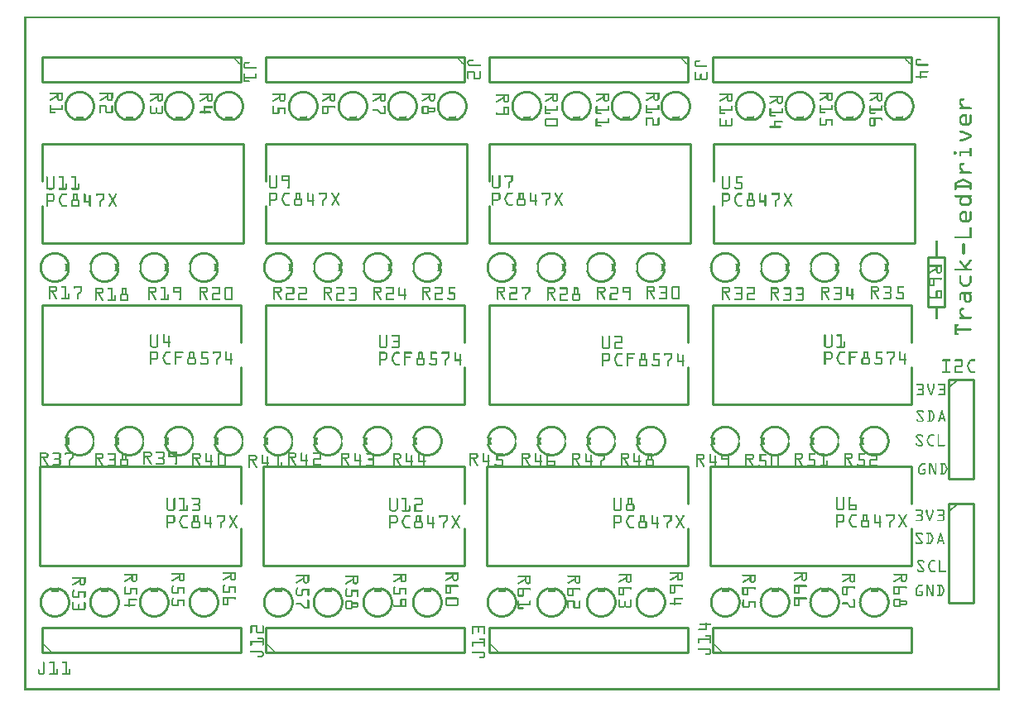
<source format=gto>
G04 MADE WITH FRITZING*
G04 WWW.FRITZING.ORG*
G04 DOUBLE SIDED*
G04 HOLES PLATED*
G04 CONTOUR ON CENTER OF CONTOUR VECTOR*
%ASAXBY*%
%FSLAX23Y23*%
%MOIN*%
%OFA0B0*%
%SFA1.0B1.0*%
%ADD10C,0.010000*%
%ADD11C,0.005000*%
%ADD12R,0.001000X0.001000*%
%LNSILK1*%
G90*
G70*
G54D10*
X3706Y1745D02*
X3706Y1545D01*
D02*
X3706Y1545D02*
X3640Y1545D01*
D02*
X3640Y1545D02*
X3640Y1745D01*
D02*
X3640Y1745D02*
X3706Y1745D01*
D02*
X873Y2554D02*
X73Y2554D01*
D02*
X73Y2554D02*
X73Y2454D01*
D02*
X73Y2454D02*
X873Y2454D01*
D02*
X873Y2454D02*
X873Y2554D01*
D02*
X1773Y2554D02*
X973Y2554D01*
D02*
X973Y2554D02*
X973Y2454D01*
D02*
X973Y2454D02*
X1773Y2454D01*
D02*
X1773Y2454D02*
X1773Y2554D01*
D02*
X2673Y2554D02*
X1873Y2554D01*
D02*
X1873Y2554D02*
X1873Y2454D01*
D02*
X1873Y2454D02*
X2673Y2454D01*
D02*
X2673Y2454D02*
X2673Y2554D01*
D02*
X3573Y2554D02*
X2773Y2554D01*
D02*
X2773Y2554D02*
X2773Y2454D01*
D02*
X2773Y2454D02*
X3573Y2454D01*
D02*
X3573Y2454D02*
X3573Y2554D01*
D02*
X873Y1554D02*
X73Y1554D01*
D02*
X73Y1554D02*
X73Y1154D01*
D02*
X73Y1154D02*
X873Y1154D01*
D02*
X873Y1554D02*
X873Y1404D01*
D02*
X873Y1304D02*
X873Y1154D01*
D02*
X1773Y1554D02*
X973Y1554D01*
D02*
X973Y1554D02*
X973Y1154D01*
D02*
X973Y1154D02*
X1773Y1154D01*
D02*
X1773Y1554D02*
X1773Y1404D01*
D02*
X1773Y1304D02*
X1773Y1154D01*
D02*
X2673Y1554D02*
X1873Y1554D01*
D02*
X1873Y1554D02*
X1873Y1154D01*
D02*
X1873Y1154D02*
X2673Y1154D01*
D02*
X2673Y1554D02*
X2673Y1404D01*
D02*
X2673Y1304D02*
X2673Y1154D01*
D02*
X3573Y1554D02*
X2773Y1554D01*
D02*
X2773Y1554D02*
X2773Y1154D01*
D02*
X2773Y1154D02*
X3573Y1154D01*
D02*
X3573Y1554D02*
X3573Y1404D01*
D02*
X3573Y1304D02*
X3573Y1154D01*
D02*
X3723Y754D02*
X3723Y354D01*
D02*
X3723Y354D02*
X3823Y354D01*
D02*
X3823Y354D02*
X3823Y754D01*
D02*
X3823Y754D02*
X3723Y754D01*
G54D11*
D02*
X3723Y719D02*
X3758Y754D01*
G54D10*
D02*
X3723Y1254D02*
X3723Y854D01*
D02*
X3723Y854D02*
X3823Y854D01*
D02*
X3823Y854D02*
X3823Y1254D01*
D02*
X3823Y1254D02*
X3723Y1254D01*
G54D11*
D02*
X3723Y1219D02*
X3758Y1254D01*
G54D10*
D02*
X873Y904D02*
X63Y904D01*
D02*
X63Y904D02*
X63Y504D01*
D02*
X63Y504D02*
X873Y504D01*
D02*
X873Y904D02*
X873Y754D01*
D02*
X873Y654D02*
X873Y504D01*
D02*
X1773Y904D02*
X963Y904D01*
D02*
X963Y904D02*
X963Y504D01*
D02*
X963Y504D02*
X1773Y504D01*
D02*
X1773Y904D02*
X1773Y754D01*
D02*
X1773Y654D02*
X1773Y504D01*
D02*
X2673Y904D02*
X1863Y904D01*
D02*
X1863Y904D02*
X1863Y504D01*
D02*
X1863Y504D02*
X2673Y504D01*
D02*
X2673Y904D02*
X2673Y754D01*
D02*
X2673Y654D02*
X2673Y504D01*
D02*
X3573Y904D02*
X2763Y904D01*
D02*
X2763Y904D02*
X2763Y504D01*
D02*
X2763Y504D02*
X3573Y504D01*
D02*
X3573Y904D02*
X3573Y754D01*
D02*
X3573Y654D02*
X3573Y504D01*
D02*
X73Y1804D02*
X883Y1804D01*
D02*
X883Y1804D02*
X883Y2204D01*
D02*
X883Y2204D02*
X73Y2204D01*
D02*
X73Y1804D02*
X73Y1954D01*
D02*
X73Y2054D02*
X73Y2204D01*
D02*
X1873Y1804D02*
X2683Y1804D01*
D02*
X2683Y1804D02*
X2683Y2204D01*
D02*
X2683Y2204D02*
X1873Y2204D01*
D02*
X1873Y1804D02*
X1873Y1954D01*
D02*
X1873Y2054D02*
X1873Y2204D01*
D02*
X973Y1804D02*
X1783Y1804D01*
D02*
X1783Y1804D02*
X1783Y2204D01*
D02*
X1783Y2204D02*
X973Y2204D01*
D02*
X973Y1804D02*
X973Y1954D01*
D02*
X973Y2054D02*
X973Y2204D01*
D02*
X2774Y1803D02*
X3584Y1803D01*
D02*
X3584Y1803D02*
X3584Y2203D01*
D02*
X3584Y2203D02*
X2774Y2203D01*
D02*
X2774Y1803D02*
X2774Y1953D01*
D02*
X2774Y2053D02*
X2774Y2203D01*
D02*
X73Y154D02*
X873Y154D01*
D02*
X873Y154D02*
X873Y254D01*
D02*
X873Y254D02*
X73Y254D01*
D02*
X73Y254D02*
X73Y154D01*
D02*
X2773Y154D02*
X3573Y154D01*
D02*
X3573Y154D02*
X3573Y254D01*
D02*
X3573Y254D02*
X2773Y254D01*
D02*
X2773Y254D02*
X2773Y154D01*
D02*
X1873Y154D02*
X2673Y154D01*
D02*
X2673Y154D02*
X2673Y254D01*
D02*
X2673Y254D02*
X1873Y254D01*
D02*
X1873Y254D02*
X1873Y154D01*
D02*
X973Y154D02*
X1773Y154D01*
D02*
X1773Y154D02*
X1773Y254D01*
D02*
X1773Y254D02*
X973Y254D01*
D02*
X973Y254D02*
X973Y154D01*
G54D12*
X1Y2716D02*
X3928Y2716D01*
X1Y2715D02*
X3928Y2715D01*
X1Y2714D02*
X3928Y2714D01*
X1Y2713D02*
X3928Y2713D01*
X1Y2712D02*
X3928Y2712D01*
X1Y2711D02*
X3928Y2711D01*
X1Y2710D02*
X3928Y2710D01*
X1Y2709D02*
X3928Y2709D01*
X1Y2708D02*
X8Y2708D01*
X3921Y2708D02*
X3928Y2708D01*
X1Y2707D02*
X8Y2707D01*
X3921Y2707D02*
X3928Y2707D01*
X1Y2706D02*
X8Y2706D01*
X3921Y2706D02*
X3928Y2706D01*
X1Y2705D02*
X8Y2705D01*
X3921Y2705D02*
X3928Y2705D01*
X1Y2704D02*
X8Y2704D01*
X3921Y2704D02*
X3928Y2704D01*
X1Y2703D02*
X8Y2703D01*
X3921Y2703D02*
X3928Y2703D01*
X1Y2702D02*
X8Y2702D01*
X3921Y2702D02*
X3928Y2702D01*
X1Y2701D02*
X8Y2701D01*
X3921Y2701D02*
X3928Y2701D01*
X1Y2700D02*
X8Y2700D01*
X3921Y2700D02*
X3928Y2700D01*
X1Y2699D02*
X8Y2699D01*
X3921Y2699D02*
X3928Y2699D01*
X1Y2698D02*
X8Y2698D01*
X3921Y2698D02*
X3928Y2698D01*
X1Y2697D02*
X8Y2697D01*
X3921Y2697D02*
X3928Y2697D01*
X1Y2696D02*
X8Y2696D01*
X3921Y2696D02*
X3928Y2696D01*
X1Y2695D02*
X8Y2695D01*
X3921Y2695D02*
X3928Y2695D01*
X1Y2694D02*
X8Y2694D01*
X3921Y2694D02*
X3928Y2694D01*
X1Y2693D02*
X8Y2693D01*
X3921Y2693D02*
X3928Y2693D01*
X1Y2692D02*
X8Y2692D01*
X3921Y2692D02*
X3928Y2692D01*
X1Y2691D02*
X8Y2691D01*
X3921Y2691D02*
X3928Y2691D01*
X1Y2690D02*
X8Y2690D01*
X3921Y2690D02*
X3928Y2690D01*
X1Y2689D02*
X8Y2689D01*
X3921Y2689D02*
X3928Y2689D01*
X1Y2688D02*
X8Y2688D01*
X3921Y2688D02*
X3928Y2688D01*
X1Y2687D02*
X8Y2687D01*
X3921Y2687D02*
X3928Y2687D01*
X1Y2686D02*
X8Y2686D01*
X3921Y2686D02*
X3928Y2686D01*
X1Y2685D02*
X8Y2685D01*
X3921Y2685D02*
X3928Y2685D01*
X1Y2684D02*
X8Y2684D01*
X3921Y2684D02*
X3928Y2684D01*
X1Y2683D02*
X8Y2683D01*
X3921Y2683D02*
X3928Y2683D01*
X1Y2682D02*
X8Y2682D01*
X3921Y2682D02*
X3928Y2682D01*
X1Y2681D02*
X8Y2681D01*
X3921Y2681D02*
X3928Y2681D01*
X1Y2680D02*
X8Y2680D01*
X3921Y2680D02*
X3928Y2680D01*
X1Y2679D02*
X8Y2679D01*
X3921Y2679D02*
X3928Y2679D01*
X1Y2678D02*
X8Y2678D01*
X3921Y2678D02*
X3928Y2678D01*
X1Y2677D02*
X8Y2677D01*
X3921Y2677D02*
X3928Y2677D01*
X1Y2676D02*
X8Y2676D01*
X3921Y2676D02*
X3928Y2676D01*
X1Y2675D02*
X8Y2675D01*
X3921Y2675D02*
X3928Y2675D01*
X1Y2674D02*
X8Y2674D01*
X3921Y2674D02*
X3928Y2674D01*
X1Y2673D02*
X8Y2673D01*
X3921Y2673D02*
X3928Y2673D01*
X1Y2672D02*
X8Y2672D01*
X3921Y2672D02*
X3928Y2672D01*
X1Y2671D02*
X8Y2671D01*
X3921Y2671D02*
X3928Y2671D01*
X1Y2670D02*
X8Y2670D01*
X3921Y2670D02*
X3928Y2670D01*
X1Y2669D02*
X8Y2669D01*
X3921Y2669D02*
X3928Y2669D01*
X1Y2668D02*
X8Y2668D01*
X3921Y2668D02*
X3928Y2668D01*
X1Y2667D02*
X8Y2667D01*
X3921Y2667D02*
X3928Y2667D01*
X1Y2666D02*
X8Y2666D01*
X3921Y2666D02*
X3928Y2666D01*
X1Y2665D02*
X8Y2665D01*
X3921Y2665D02*
X3928Y2665D01*
X1Y2664D02*
X8Y2664D01*
X3921Y2664D02*
X3928Y2664D01*
X1Y2663D02*
X8Y2663D01*
X3921Y2663D02*
X3928Y2663D01*
X1Y2662D02*
X8Y2662D01*
X3921Y2662D02*
X3928Y2662D01*
X1Y2661D02*
X8Y2661D01*
X3921Y2661D02*
X3928Y2661D01*
X1Y2660D02*
X8Y2660D01*
X3921Y2660D02*
X3928Y2660D01*
X1Y2659D02*
X8Y2659D01*
X3921Y2659D02*
X3928Y2659D01*
X1Y2658D02*
X8Y2658D01*
X3921Y2658D02*
X3928Y2658D01*
X1Y2657D02*
X8Y2657D01*
X3921Y2657D02*
X3928Y2657D01*
X1Y2656D02*
X8Y2656D01*
X3921Y2656D02*
X3928Y2656D01*
X1Y2655D02*
X8Y2655D01*
X3921Y2655D02*
X3928Y2655D01*
X1Y2654D02*
X8Y2654D01*
X3921Y2654D02*
X3928Y2654D01*
X1Y2653D02*
X8Y2653D01*
X3921Y2653D02*
X3928Y2653D01*
X1Y2652D02*
X8Y2652D01*
X3921Y2652D02*
X3928Y2652D01*
X1Y2651D02*
X8Y2651D01*
X3921Y2651D02*
X3928Y2651D01*
X1Y2650D02*
X8Y2650D01*
X3921Y2650D02*
X3928Y2650D01*
X1Y2649D02*
X8Y2649D01*
X3921Y2649D02*
X3928Y2649D01*
X1Y2648D02*
X8Y2648D01*
X3921Y2648D02*
X3928Y2648D01*
X1Y2647D02*
X8Y2647D01*
X3921Y2647D02*
X3928Y2647D01*
X1Y2646D02*
X8Y2646D01*
X3921Y2646D02*
X3928Y2646D01*
X1Y2645D02*
X8Y2645D01*
X3921Y2645D02*
X3928Y2645D01*
X1Y2644D02*
X8Y2644D01*
X3921Y2644D02*
X3928Y2644D01*
X1Y2643D02*
X8Y2643D01*
X3921Y2643D02*
X3928Y2643D01*
X1Y2642D02*
X8Y2642D01*
X3921Y2642D02*
X3928Y2642D01*
X1Y2641D02*
X8Y2641D01*
X3921Y2641D02*
X3928Y2641D01*
X1Y2640D02*
X8Y2640D01*
X3921Y2640D02*
X3928Y2640D01*
X1Y2639D02*
X8Y2639D01*
X3921Y2639D02*
X3928Y2639D01*
X1Y2638D02*
X8Y2638D01*
X3921Y2638D02*
X3928Y2638D01*
X1Y2637D02*
X8Y2637D01*
X3921Y2637D02*
X3928Y2637D01*
X1Y2636D02*
X8Y2636D01*
X3921Y2636D02*
X3928Y2636D01*
X1Y2635D02*
X8Y2635D01*
X3921Y2635D02*
X3928Y2635D01*
X1Y2634D02*
X8Y2634D01*
X3921Y2634D02*
X3928Y2634D01*
X1Y2633D02*
X8Y2633D01*
X3921Y2633D02*
X3928Y2633D01*
X1Y2632D02*
X8Y2632D01*
X3921Y2632D02*
X3928Y2632D01*
X1Y2631D02*
X8Y2631D01*
X3921Y2631D02*
X3928Y2631D01*
X1Y2630D02*
X8Y2630D01*
X3921Y2630D02*
X3928Y2630D01*
X1Y2629D02*
X8Y2629D01*
X3921Y2629D02*
X3928Y2629D01*
X1Y2628D02*
X8Y2628D01*
X3921Y2628D02*
X3928Y2628D01*
X1Y2627D02*
X8Y2627D01*
X3921Y2627D02*
X3928Y2627D01*
X1Y2626D02*
X8Y2626D01*
X3921Y2626D02*
X3928Y2626D01*
X1Y2625D02*
X8Y2625D01*
X3921Y2625D02*
X3928Y2625D01*
X1Y2624D02*
X8Y2624D01*
X3921Y2624D02*
X3928Y2624D01*
X1Y2623D02*
X8Y2623D01*
X3921Y2623D02*
X3928Y2623D01*
X1Y2622D02*
X8Y2622D01*
X3921Y2622D02*
X3928Y2622D01*
X1Y2621D02*
X8Y2621D01*
X3921Y2621D02*
X3928Y2621D01*
X1Y2620D02*
X8Y2620D01*
X3921Y2620D02*
X3928Y2620D01*
X1Y2619D02*
X8Y2619D01*
X3921Y2619D02*
X3928Y2619D01*
X1Y2618D02*
X8Y2618D01*
X3921Y2618D02*
X3928Y2618D01*
X1Y2617D02*
X8Y2617D01*
X3921Y2617D02*
X3928Y2617D01*
X1Y2616D02*
X8Y2616D01*
X3921Y2616D02*
X3928Y2616D01*
X1Y2615D02*
X8Y2615D01*
X3921Y2615D02*
X3928Y2615D01*
X1Y2614D02*
X8Y2614D01*
X3921Y2614D02*
X3928Y2614D01*
X1Y2613D02*
X8Y2613D01*
X3921Y2613D02*
X3928Y2613D01*
X1Y2612D02*
X8Y2612D01*
X3921Y2612D02*
X3928Y2612D01*
X1Y2611D02*
X8Y2611D01*
X3921Y2611D02*
X3928Y2611D01*
X1Y2610D02*
X8Y2610D01*
X3921Y2610D02*
X3928Y2610D01*
X1Y2609D02*
X8Y2609D01*
X3921Y2609D02*
X3928Y2609D01*
X1Y2608D02*
X8Y2608D01*
X3921Y2608D02*
X3928Y2608D01*
X1Y2607D02*
X8Y2607D01*
X3921Y2607D02*
X3928Y2607D01*
X1Y2606D02*
X8Y2606D01*
X3921Y2606D02*
X3928Y2606D01*
X1Y2605D02*
X8Y2605D01*
X3921Y2605D02*
X3928Y2605D01*
X1Y2604D02*
X8Y2604D01*
X3921Y2604D02*
X3928Y2604D01*
X1Y2603D02*
X8Y2603D01*
X3921Y2603D02*
X3928Y2603D01*
X1Y2602D02*
X8Y2602D01*
X3921Y2602D02*
X3928Y2602D01*
X1Y2601D02*
X8Y2601D01*
X3921Y2601D02*
X3928Y2601D01*
X1Y2600D02*
X8Y2600D01*
X3921Y2600D02*
X3928Y2600D01*
X1Y2599D02*
X8Y2599D01*
X3921Y2599D02*
X3928Y2599D01*
X1Y2598D02*
X8Y2598D01*
X3921Y2598D02*
X3928Y2598D01*
X1Y2597D02*
X8Y2597D01*
X3921Y2597D02*
X3928Y2597D01*
X1Y2596D02*
X8Y2596D01*
X3921Y2596D02*
X3928Y2596D01*
X1Y2595D02*
X8Y2595D01*
X3921Y2595D02*
X3928Y2595D01*
X1Y2594D02*
X8Y2594D01*
X3921Y2594D02*
X3928Y2594D01*
X1Y2593D02*
X8Y2593D01*
X3921Y2593D02*
X3928Y2593D01*
X1Y2592D02*
X8Y2592D01*
X3921Y2592D02*
X3928Y2592D01*
X1Y2591D02*
X8Y2591D01*
X3921Y2591D02*
X3928Y2591D01*
X1Y2590D02*
X8Y2590D01*
X3921Y2590D02*
X3928Y2590D01*
X1Y2589D02*
X8Y2589D01*
X3921Y2589D02*
X3928Y2589D01*
X1Y2588D02*
X8Y2588D01*
X3921Y2588D02*
X3928Y2588D01*
X1Y2587D02*
X8Y2587D01*
X3921Y2587D02*
X3928Y2587D01*
X1Y2586D02*
X8Y2586D01*
X3921Y2586D02*
X3928Y2586D01*
X1Y2585D02*
X8Y2585D01*
X3921Y2585D02*
X3928Y2585D01*
X1Y2584D02*
X8Y2584D01*
X3921Y2584D02*
X3928Y2584D01*
X1Y2583D02*
X8Y2583D01*
X3921Y2583D02*
X3928Y2583D01*
X1Y2582D02*
X8Y2582D01*
X3921Y2582D02*
X3928Y2582D01*
X1Y2581D02*
X8Y2581D01*
X3921Y2581D02*
X3928Y2581D01*
X1Y2580D02*
X8Y2580D01*
X3921Y2580D02*
X3928Y2580D01*
X1Y2579D02*
X8Y2579D01*
X3921Y2579D02*
X3928Y2579D01*
X1Y2578D02*
X8Y2578D01*
X3921Y2578D02*
X3928Y2578D01*
X1Y2577D02*
X8Y2577D01*
X3921Y2577D02*
X3928Y2577D01*
X1Y2576D02*
X8Y2576D01*
X3921Y2576D02*
X3928Y2576D01*
X1Y2575D02*
X8Y2575D01*
X3921Y2575D02*
X3928Y2575D01*
X1Y2574D02*
X8Y2574D01*
X3921Y2574D02*
X3928Y2574D01*
X1Y2573D02*
X8Y2573D01*
X3921Y2573D02*
X3928Y2573D01*
X1Y2572D02*
X8Y2572D01*
X3921Y2572D02*
X3928Y2572D01*
X1Y2571D02*
X8Y2571D01*
X3921Y2571D02*
X3928Y2571D01*
X1Y2570D02*
X8Y2570D01*
X3921Y2570D02*
X3928Y2570D01*
X1Y2569D02*
X8Y2569D01*
X3921Y2569D02*
X3928Y2569D01*
X1Y2568D02*
X8Y2568D01*
X3921Y2568D02*
X3928Y2568D01*
X1Y2567D02*
X8Y2567D01*
X3921Y2567D02*
X3928Y2567D01*
X1Y2566D02*
X8Y2566D01*
X3921Y2566D02*
X3928Y2566D01*
X1Y2565D02*
X8Y2565D01*
X3921Y2565D02*
X3928Y2565D01*
X1Y2564D02*
X8Y2564D01*
X3921Y2564D02*
X3928Y2564D01*
X1Y2563D02*
X8Y2563D01*
X3921Y2563D02*
X3928Y2563D01*
X1Y2562D02*
X8Y2562D01*
X3921Y2562D02*
X3928Y2562D01*
X1Y2561D02*
X8Y2561D01*
X3921Y2561D02*
X3928Y2561D01*
X1Y2560D02*
X8Y2560D01*
X3921Y2560D02*
X3928Y2560D01*
X1Y2559D02*
X8Y2559D01*
X3921Y2559D02*
X3928Y2559D01*
X1Y2558D02*
X8Y2558D01*
X3921Y2558D02*
X3928Y2558D01*
X1Y2557D02*
X8Y2557D01*
X3921Y2557D02*
X3928Y2557D01*
X1Y2556D02*
X8Y2556D01*
X3921Y2556D02*
X3928Y2556D01*
X1Y2555D02*
X8Y2555D01*
X840Y2555D02*
X841Y2555D01*
X1740Y2555D02*
X1740Y2555D01*
X2639Y2555D02*
X2640Y2555D01*
X3539Y2555D02*
X3540Y2555D01*
X3921Y2555D02*
X3928Y2555D01*
X1Y2554D02*
X8Y2554D01*
X839Y2554D02*
X842Y2554D01*
X1739Y2554D02*
X1741Y2554D01*
X2638Y2554D02*
X2641Y2554D01*
X3538Y2554D02*
X3541Y2554D01*
X3921Y2554D02*
X3928Y2554D01*
X1Y2553D02*
X8Y2553D01*
X838Y2553D02*
X843Y2553D01*
X1738Y2553D02*
X1742Y2553D01*
X2637Y2553D02*
X2642Y2553D01*
X3537Y2553D02*
X3542Y2553D01*
X3921Y2553D02*
X3928Y2553D01*
X1Y2552D02*
X8Y2552D01*
X837Y2552D02*
X844Y2552D01*
X1737Y2552D02*
X1743Y2552D01*
X2637Y2552D02*
X2643Y2552D01*
X3537Y2552D02*
X3543Y2552D01*
X3921Y2552D02*
X3928Y2552D01*
X1Y2551D02*
X8Y2551D01*
X838Y2551D02*
X845Y2551D01*
X1738Y2551D02*
X1744Y2551D01*
X2638Y2551D02*
X2644Y2551D01*
X3538Y2551D02*
X3544Y2551D01*
X3921Y2551D02*
X3928Y2551D01*
X1Y2550D02*
X8Y2550D01*
X839Y2550D02*
X846Y2550D01*
X1739Y2550D02*
X1745Y2550D01*
X2639Y2550D02*
X2645Y2550D01*
X3539Y2550D02*
X3545Y2550D01*
X3921Y2550D02*
X3928Y2550D01*
X1Y2549D02*
X8Y2549D01*
X840Y2549D02*
X847Y2549D01*
X1740Y2549D02*
X1746Y2549D01*
X2640Y2549D02*
X2646Y2549D01*
X3540Y2549D02*
X3546Y2549D01*
X3921Y2549D02*
X3928Y2549D01*
X1Y2548D02*
X8Y2548D01*
X841Y2548D02*
X848Y2548D01*
X1741Y2548D02*
X1747Y2548D01*
X2641Y2548D02*
X2647Y2548D01*
X3541Y2548D02*
X3547Y2548D01*
X3921Y2548D02*
X3928Y2548D01*
X1Y2547D02*
X8Y2547D01*
X842Y2547D02*
X849Y2547D01*
X1742Y2547D02*
X1748Y2547D01*
X2642Y2547D02*
X2648Y2547D01*
X3542Y2547D02*
X3548Y2547D01*
X3921Y2547D02*
X3928Y2547D01*
X1Y2546D02*
X8Y2546D01*
X843Y2546D02*
X850Y2546D01*
X1743Y2546D02*
X1749Y2546D01*
X2643Y2546D02*
X2649Y2546D01*
X3543Y2546D02*
X3549Y2546D01*
X3921Y2546D02*
X3928Y2546D01*
X1Y2545D02*
X8Y2545D01*
X844Y2545D02*
X851Y2545D01*
X1744Y2545D02*
X1750Y2545D01*
X2644Y2545D02*
X2650Y2545D01*
X3544Y2545D02*
X3550Y2545D01*
X3596Y2545D02*
X3609Y2545D01*
X3921Y2545D02*
X3928Y2545D01*
X1Y2544D02*
X8Y2544D01*
X845Y2544D02*
X852Y2544D01*
X1745Y2544D02*
X1751Y2544D01*
X2645Y2544D02*
X2651Y2544D01*
X3545Y2544D02*
X3551Y2544D01*
X3593Y2544D02*
X3610Y2544D01*
X3921Y2544D02*
X3928Y2544D01*
X1Y2543D02*
X8Y2543D01*
X846Y2543D02*
X853Y2543D01*
X1746Y2543D02*
X1752Y2543D01*
X1792Y2543D02*
X1806Y2543D01*
X2646Y2543D02*
X2652Y2543D01*
X3546Y2543D02*
X3552Y2543D01*
X3592Y2543D02*
X3611Y2543D01*
X3921Y2543D02*
X3928Y2543D01*
X1Y2542D02*
X8Y2542D01*
X847Y2542D02*
X854Y2542D01*
X1747Y2542D02*
X1753Y2542D01*
X1790Y2542D02*
X1807Y2542D01*
X2647Y2542D02*
X2653Y2542D01*
X3547Y2542D02*
X3553Y2542D01*
X3591Y2542D02*
X3611Y2542D01*
X3921Y2542D02*
X3928Y2542D01*
X1Y2541D02*
X8Y2541D01*
X848Y2541D02*
X855Y2541D01*
X1748Y2541D02*
X1754Y2541D01*
X1788Y2541D02*
X1808Y2541D01*
X2648Y2541D02*
X2654Y2541D01*
X3548Y2541D02*
X3554Y2541D01*
X3590Y2541D02*
X3611Y2541D01*
X3921Y2541D02*
X3928Y2541D01*
X1Y2540D02*
X8Y2540D01*
X849Y2540D02*
X856Y2540D01*
X1749Y2540D02*
X1755Y2540D01*
X1787Y2540D02*
X1808Y2540D01*
X2649Y2540D02*
X2655Y2540D01*
X2706Y2540D02*
X2719Y2540D01*
X3549Y2540D02*
X3555Y2540D01*
X3589Y2540D02*
X3611Y2540D01*
X3921Y2540D02*
X3928Y2540D01*
X1Y2539D02*
X8Y2539D01*
X851Y2539D02*
X857Y2539D01*
X1750Y2539D02*
X1756Y2539D01*
X1786Y2539D02*
X1808Y2539D01*
X2650Y2539D02*
X2656Y2539D01*
X2703Y2539D02*
X2721Y2539D01*
X3550Y2539D02*
X3556Y2539D01*
X3588Y2539D02*
X3610Y2539D01*
X3921Y2539D02*
X3928Y2539D01*
X1Y2538D02*
X8Y2538D01*
X852Y2538D02*
X858Y2538D01*
X1752Y2538D02*
X1757Y2538D01*
X1786Y2538D02*
X1807Y2538D01*
X2652Y2538D02*
X2657Y2538D01*
X2702Y2538D02*
X2721Y2538D01*
X3551Y2538D02*
X3557Y2538D01*
X3588Y2538D02*
X3596Y2538D01*
X3921Y2538D02*
X3928Y2538D01*
X1Y2537D02*
X8Y2537D01*
X853Y2537D02*
X859Y2537D01*
X1753Y2537D02*
X1758Y2537D01*
X1785Y2537D02*
X1806Y2537D01*
X2653Y2537D02*
X2658Y2537D01*
X2701Y2537D02*
X2722Y2537D01*
X3552Y2537D02*
X3558Y2537D01*
X3588Y2537D02*
X3594Y2537D01*
X3921Y2537D02*
X3928Y2537D01*
X1Y2536D02*
X8Y2536D01*
X854Y2536D02*
X860Y2536D01*
X1754Y2536D02*
X1759Y2536D01*
X1785Y2536D02*
X1792Y2536D01*
X2654Y2536D02*
X2659Y2536D01*
X2700Y2536D02*
X2721Y2536D01*
X3554Y2536D02*
X3559Y2536D01*
X3588Y2536D02*
X3594Y2536D01*
X3921Y2536D02*
X3928Y2536D01*
X1Y2535D02*
X8Y2535D01*
X855Y2535D02*
X861Y2535D01*
X1755Y2535D02*
X1760Y2535D01*
X1785Y2535D02*
X1791Y2535D01*
X2655Y2535D02*
X2660Y2535D01*
X2699Y2535D02*
X2721Y2535D01*
X3555Y2535D02*
X3560Y2535D01*
X3588Y2535D02*
X3594Y2535D01*
X3921Y2535D02*
X3928Y2535D01*
X1Y2534D02*
X8Y2534D01*
X856Y2534D02*
X862Y2534D01*
X1756Y2534D02*
X1761Y2534D01*
X1784Y2534D02*
X1791Y2534D01*
X2656Y2534D02*
X2661Y2534D01*
X2699Y2534D02*
X2720Y2534D01*
X3556Y2534D02*
X3561Y2534D01*
X3588Y2534D02*
X3594Y2534D01*
X3921Y2534D02*
X3928Y2534D01*
X1Y2533D02*
X8Y2533D01*
X857Y2533D02*
X863Y2533D01*
X892Y2533D02*
X904Y2533D01*
X1757Y2533D02*
X1762Y2533D01*
X1784Y2533D02*
X1790Y2533D01*
X2657Y2533D02*
X2662Y2533D01*
X2698Y2533D02*
X2706Y2533D01*
X3556Y2533D02*
X3562Y2533D01*
X3588Y2533D02*
X3594Y2533D01*
X3921Y2533D02*
X3928Y2533D01*
X1Y2532D02*
X8Y2532D01*
X858Y2532D02*
X864Y2532D01*
X889Y2532D02*
X906Y2532D01*
X1758Y2532D02*
X1763Y2532D01*
X1784Y2532D02*
X1790Y2532D01*
X2657Y2532D02*
X2663Y2532D01*
X2698Y2532D02*
X2705Y2532D01*
X3557Y2532D02*
X3563Y2532D01*
X3588Y2532D02*
X3594Y2532D01*
X3921Y2532D02*
X3928Y2532D01*
X1Y2531D02*
X8Y2531D01*
X859Y2531D02*
X865Y2531D01*
X887Y2531D02*
X907Y2531D01*
X1758Y2531D02*
X1764Y2531D01*
X1784Y2531D02*
X1790Y2531D01*
X2658Y2531D02*
X2664Y2531D01*
X2698Y2531D02*
X2704Y2531D01*
X3558Y2531D02*
X3564Y2531D01*
X3588Y2531D02*
X3594Y2531D01*
X3921Y2531D02*
X3928Y2531D01*
X1Y2530D02*
X8Y2530D01*
X859Y2530D02*
X866Y2530D01*
X886Y2530D02*
X907Y2530D01*
X1759Y2530D02*
X1765Y2530D01*
X1784Y2530D02*
X1790Y2530D01*
X2659Y2530D02*
X2665Y2530D01*
X2698Y2530D02*
X2704Y2530D01*
X3559Y2530D02*
X3565Y2530D01*
X3588Y2530D02*
X3594Y2530D01*
X3921Y2530D02*
X3928Y2530D01*
X1Y2529D02*
X8Y2529D01*
X860Y2529D02*
X867Y2529D01*
X885Y2529D02*
X907Y2529D01*
X1760Y2529D02*
X1766Y2529D01*
X1784Y2529D02*
X1790Y2529D01*
X2660Y2529D02*
X2666Y2529D01*
X2698Y2529D02*
X2704Y2529D01*
X3560Y2529D02*
X3566Y2529D01*
X3588Y2529D02*
X3594Y2529D01*
X3921Y2529D02*
X3928Y2529D01*
X1Y2528D02*
X8Y2528D01*
X861Y2528D02*
X868Y2528D01*
X885Y2528D02*
X906Y2528D01*
X1761Y2528D02*
X1767Y2528D01*
X1784Y2528D02*
X1790Y2528D01*
X2661Y2528D02*
X2667Y2528D01*
X2698Y2528D02*
X2704Y2528D01*
X3561Y2528D02*
X3567Y2528D01*
X3588Y2528D02*
X3594Y2528D01*
X3921Y2528D02*
X3928Y2528D01*
X1Y2527D02*
X8Y2527D01*
X862Y2527D02*
X869Y2527D01*
X884Y2527D02*
X906Y2527D01*
X1762Y2527D02*
X1768Y2527D01*
X1784Y2527D02*
X1790Y2527D01*
X2662Y2527D02*
X2668Y2527D01*
X2698Y2527D02*
X2704Y2527D01*
X3562Y2527D02*
X3568Y2527D01*
X3588Y2527D02*
X3594Y2527D01*
X3921Y2527D02*
X3928Y2527D01*
X1Y2526D02*
X8Y2526D01*
X863Y2526D02*
X870Y2526D01*
X884Y2526D02*
X892Y2526D01*
X1763Y2526D02*
X1769Y2526D01*
X1784Y2526D02*
X1790Y2526D01*
X2663Y2526D02*
X2669Y2526D01*
X2698Y2526D02*
X2704Y2526D01*
X3563Y2526D02*
X3569Y2526D01*
X3588Y2526D02*
X3594Y2526D01*
X3921Y2526D02*
X3928Y2526D01*
X1Y2525D02*
X8Y2525D01*
X864Y2525D02*
X871Y2525D01*
X883Y2525D02*
X890Y2525D01*
X1764Y2525D02*
X1770Y2525D01*
X1785Y2525D02*
X1791Y2525D01*
X2664Y2525D02*
X2670Y2525D01*
X2698Y2525D02*
X2704Y2525D01*
X3564Y2525D02*
X3570Y2525D01*
X3588Y2525D02*
X3596Y2525D01*
X3921Y2525D02*
X3928Y2525D01*
X1Y2524D02*
X8Y2524D01*
X865Y2524D02*
X872Y2524D01*
X883Y2524D02*
X889Y2524D01*
X1765Y2524D02*
X1771Y2524D01*
X1785Y2524D02*
X1791Y2524D01*
X2665Y2524D02*
X2671Y2524D01*
X2698Y2524D02*
X2704Y2524D01*
X3565Y2524D02*
X3571Y2524D01*
X3588Y2524D02*
X3639Y2524D01*
X3921Y2524D02*
X3928Y2524D01*
X1Y2523D02*
X8Y2523D01*
X866Y2523D02*
X873Y2523D01*
X883Y2523D02*
X889Y2523D01*
X1766Y2523D02*
X1772Y2523D01*
X1785Y2523D02*
X1793Y2523D01*
X2666Y2523D02*
X2672Y2523D01*
X2698Y2523D02*
X2704Y2523D01*
X3566Y2523D02*
X3572Y2523D01*
X3589Y2523D02*
X3640Y2523D01*
X3921Y2523D02*
X3928Y2523D01*
X1Y2522D02*
X8Y2522D01*
X867Y2522D02*
X874Y2522D01*
X883Y2522D02*
X889Y2522D01*
X1767Y2522D02*
X1773Y2522D01*
X1785Y2522D02*
X1836Y2522D01*
X2667Y2522D02*
X2673Y2522D01*
X2698Y2522D02*
X2704Y2522D01*
X3567Y2522D02*
X3573Y2522D01*
X3590Y2522D02*
X3641Y2522D01*
X3921Y2522D02*
X3928Y2522D01*
X1Y2521D02*
X8Y2521D01*
X868Y2521D02*
X874Y2521D01*
X883Y2521D02*
X889Y2521D01*
X1768Y2521D02*
X1774Y2521D01*
X1786Y2521D02*
X1837Y2521D01*
X2668Y2521D02*
X2674Y2521D01*
X2698Y2521D02*
X2705Y2521D01*
X3568Y2521D02*
X3574Y2521D01*
X3590Y2521D02*
X3641Y2521D01*
X3921Y2521D02*
X3928Y2521D01*
X1Y2520D02*
X8Y2520D01*
X869Y2520D02*
X874Y2520D01*
X883Y2520D02*
X889Y2520D01*
X1769Y2520D02*
X1774Y2520D01*
X1787Y2520D02*
X1837Y2520D01*
X2669Y2520D02*
X2673Y2520D01*
X2698Y2520D02*
X2706Y2520D01*
X3569Y2520D02*
X3573Y2520D01*
X3591Y2520D02*
X3640Y2520D01*
X3921Y2520D02*
X3928Y2520D01*
X1Y2519D02*
X8Y2519D01*
X870Y2519D02*
X873Y2519D01*
X883Y2519D02*
X889Y2519D01*
X1770Y2519D02*
X1773Y2519D01*
X1787Y2519D02*
X1837Y2519D01*
X2670Y2519D02*
X2672Y2519D01*
X2699Y2519D02*
X2749Y2519D01*
X3570Y2519D02*
X3572Y2519D01*
X3593Y2519D02*
X3640Y2519D01*
X3921Y2519D02*
X3928Y2519D01*
X1Y2518D02*
X8Y2518D01*
X871Y2518D02*
X872Y2518D01*
X883Y2518D02*
X889Y2518D01*
X1771Y2518D02*
X1772Y2518D01*
X1789Y2518D02*
X1837Y2518D01*
X2671Y2518D02*
X2671Y2518D01*
X2699Y2518D02*
X2750Y2518D01*
X3571Y2518D02*
X3571Y2518D01*
X3595Y2518D02*
X3639Y2518D01*
X3921Y2518D02*
X3928Y2518D01*
X1Y2517D02*
X8Y2517D01*
X883Y2517D02*
X889Y2517D01*
X1790Y2517D02*
X1837Y2517D01*
X2700Y2517D02*
X2751Y2517D01*
X3921Y2517D02*
X3928Y2517D01*
X1Y2516D02*
X8Y2516D01*
X883Y2516D02*
X889Y2516D01*
X1793Y2516D02*
X1835Y2516D01*
X2701Y2516D02*
X2751Y2516D01*
X3921Y2516D02*
X3928Y2516D01*
X1Y2515D02*
X8Y2515D01*
X883Y2515D02*
X889Y2515D01*
X2702Y2515D02*
X2751Y2515D01*
X3921Y2515D02*
X3928Y2515D01*
X1Y2514D02*
X8Y2514D01*
X883Y2514D02*
X890Y2514D01*
X2703Y2514D02*
X2750Y2514D01*
X3921Y2514D02*
X3928Y2514D01*
X1Y2513D02*
X8Y2513D01*
X884Y2513D02*
X891Y2513D01*
X2705Y2513D02*
X2749Y2513D01*
X3921Y2513D02*
X3928Y2513D01*
X1Y2512D02*
X8Y2512D01*
X884Y2512D02*
X934Y2512D01*
X3921Y2512D02*
X3928Y2512D01*
X1Y2511D02*
X8Y2511D01*
X884Y2511D02*
X936Y2511D01*
X3921Y2511D02*
X3928Y2511D01*
X1Y2510D02*
X8Y2510D01*
X885Y2510D02*
X936Y2510D01*
X3921Y2510D02*
X3928Y2510D01*
X1Y2509D02*
X8Y2509D01*
X886Y2509D02*
X936Y2509D01*
X3921Y2509D02*
X3928Y2509D01*
X1Y2508D02*
X8Y2508D01*
X887Y2508D02*
X936Y2508D01*
X3921Y2508D02*
X3928Y2508D01*
X1Y2507D02*
X8Y2507D01*
X888Y2507D02*
X936Y2507D01*
X3921Y2507D02*
X3928Y2507D01*
X1Y2506D02*
X8Y2506D01*
X890Y2506D02*
X935Y2506D01*
X3921Y2506D02*
X3928Y2506D01*
X1Y2505D02*
X8Y2505D01*
X3921Y2505D02*
X3928Y2505D01*
X1Y2504D02*
X8Y2504D01*
X3921Y2504D02*
X3928Y2504D01*
X1Y2503D02*
X8Y2503D01*
X3921Y2503D02*
X3928Y2503D01*
X1Y2502D02*
X8Y2502D01*
X3921Y2502D02*
X3928Y2502D01*
X1Y2501D02*
X8Y2501D01*
X3921Y2501D02*
X3928Y2501D01*
X1Y2500D02*
X8Y2500D01*
X3921Y2500D02*
X3928Y2500D01*
X1Y2499D02*
X8Y2499D01*
X3921Y2499D02*
X3928Y2499D01*
X1Y2498D02*
X8Y2498D01*
X3921Y2498D02*
X3928Y2498D01*
X1Y2497D02*
X8Y2497D01*
X3921Y2497D02*
X3928Y2497D01*
X1Y2496D02*
X8Y2496D01*
X1784Y2496D02*
X1810Y2496D01*
X1833Y2496D02*
X1836Y2496D01*
X3605Y2496D02*
X3639Y2496D01*
X3921Y2496D02*
X3928Y2496D01*
X1Y2495D02*
X8Y2495D01*
X1784Y2495D02*
X1811Y2495D01*
X1832Y2495D02*
X1837Y2495D01*
X3605Y2495D02*
X3640Y2495D01*
X3921Y2495D02*
X3928Y2495D01*
X1Y2494D02*
X8Y2494D01*
X1784Y2494D02*
X1812Y2494D01*
X1832Y2494D02*
X1837Y2494D01*
X3605Y2494D02*
X3641Y2494D01*
X3921Y2494D02*
X3928Y2494D01*
X1Y2493D02*
X8Y2493D01*
X1784Y2493D02*
X1813Y2493D01*
X1832Y2493D02*
X1838Y2493D01*
X2700Y2493D02*
X2702Y2493D01*
X2747Y2493D02*
X2749Y2493D01*
X3605Y2493D02*
X3641Y2493D01*
X3921Y2493D02*
X3928Y2493D01*
X1Y2492D02*
X8Y2492D01*
X1784Y2492D02*
X1814Y2492D01*
X1832Y2492D02*
X1838Y2492D01*
X2699Y2492D02*
X2703Y2492D01*
X2746Y2492D02*
X2750Y2492D01*
X3605Y2492D02*
X3640Y2492D01*
X3921Y2492D02*
X3928Y2492D01*
X1Y2491D02*
X8Y2491D01*
X1784Y2491D02*
X1814Y2491D01*
X1832Y2491D02*
X1838Y2491D01*
X2698Y2491D02*
X2704Y2491D01*
X2745Y2491D02*
X2751Y2491D01*
X3605Y2491D02*
X3640Y2491D01*
X3921Y2491D02*
X3928Y2491D01*
X1Y2490D02*
X8Y2490D01*
X1784Y2490D02*
X1814Y2490D01*
X1832Y2490D02*
X1838Y2490D01*
X2698Y2490D02*
X2704Y2490D01*
X2745Y2490D02*
X2751Y2490D01*
X3605Y2490D02*
X3638Y2490D01*
X3921Y2490D02*
X3928Y2490D01*
X1Y2489D02*
X8Y2489D01*
X1784Y2489D02*
X1790Y2489D01*
X1808Y2489D02*
X1814Y2489D01*
X1832Y2489D02*
X1838Y2489D01*
X2698Y2489D02*
X2704Y2489D01*
X2745Y2489D02*
X2751Y2489D01*
X3605Y2489D02*
X3611Y2489D01*
X3921Y2489D02*
X3928Y2489D01*
X1Y2488D02*
X8Y2488D01*
X1784Y2488D02*
X1790Y2488D01*
X1808Y2488D02*
X1814Y2488D01*
X1832Y2488D02*
X1838Y2488D01*
X2698Y2488D02*
X2704Y2488D01*
X2745Y2488D02*
X2751Y2488D01*
X3605Y2488D02*
X3611Y2488D01*
X3921Y2488D02*
X3928Y2488D01*
X1Y2487D02*
X8Y2487D01*
X1784Y2487D02*
X1790Y2487D01*
X1808Y2487D02*
X1814Y2487D01*
X1832Y2487D02*
X1838Y2487D01*
X2698Y2487D02*
X2704Y2487D01*
X2745Y2487D02*
X2751Y2487D01*
X3605Y2487D02*
X3611Y2487D01*
X3921Y2487D02*
X3928Y2487D01*
X1Y2486D02*
X8Y2486D01*
X885Y2486D02*
X887Y2486D01*
X932Y2486D02*
X934Y2486D01*
X1784Y2486D02*
X1790Y2486D01*
X1808Y2486D02*
X1814Y2486D01*
X1832Y2486D02*
X1838Y2486D01*
X2698Y2486D02*
X2704Y2486D01*
X2723Y2486D02*
X2726Y2486D01*
X2745Y2486D02*
X2751Y2486D01*
X3605Y2486D02*
X3611Y2486D01*
X3921Y2486D02*
X3928Y2486D01*
X1Y2485D02*
X8Y2485D01*
X884Y2485D02*
X888Y2485D01*
X931Y2485D02*
X936Y2485D01*
X1784Y2485D02*
X1790Y2485D01*
X1808Y2485D02*
X1814Y2485D01*
X1832Y2485D02*
X1838Y2485D01*
X2698Y2485D02*
X2704Y2485D01*
X2722Y2485D02*
X2727Y2485D01*
X2745Y2485D02*
X2751Y2485D01*
X3605Y2485D02*
X3611Y2485D01*
X3921Y2485D02*
X3928Y2485D01*
X1Y2484D02*
X8Y2484D01*
X883Y2484D02*
X889Y2484D01*
X931Y2484D02*
X936Y2484D01*
X1784Y2484D02*
X1790Y2484D01*
X1808Y2484D02*
X1814Y2484D01*
X1832Y2484D02*
X1838Y2484D01*
X2698Y2484D02*
X2704Y2484D01*
X2722Y2484D02*
X2727Y2484D01*
X2745Y2484D02*
X2751Y2484D01*
X3605Y2484D02*
X3611Y2484D01*
X3921Y2484D02*
X3928Y2484D01*
X1Y2483D02*
X8Y2483D01*
X883Y2483D02*
X889Y2483D01*
X930Y2483D02*
X936Y2483D01*
X1784Y2483D02*
X1790Y2483D01*
X1808Y2483D02*
X1814Y2483D01*
X1832Y2483D02*
X1838Y2483D01*
X2698Y2483D02*
X2704Y2483D01*
X2721Y2483D02*
X2727Y2483D01*
X2745Y2483D02*
X2751Y2483D01*
X3605Y2483D02*
X3611Y2483D01*
X3921Y2483D02*
X3928Y2483D01*
X1Y2482D02*
X8Y2482D01*
X883Y2482D02*
X889Y2482D01*
X930Y2482D02*
X936Y2482D01*
X1784Y2482D02*
X1790Y2482D01*
X1808Y2482D02*
X1814Y2482D01*
X1832Y2482D02*
X1838Y2482D01*
X2698Y2482D02*
X2704Y2482D01*
X2721Y2482D02*
X2728Y2482D01*
X2745Y2482D02*
X2751Y2482D01*
X3605Y2482D02*
X3611Y2482D01*
X3921Y2482D02*
X3928Y2482D01*
X1Y2481D02*
X8Y2481D01*
X883Y2481D02*
X889Y2481D01*
X930Y2481D02*
X936Y2481D01*
X1784Y2481D02*
X1790Y2481D01*
X1808Y2481D02*
X1814Y2481D01*
X1832Y2481D02*
X1838Y2481D01*
X2698Y2481D02*
X2704Y2481D01*
X2721Y2481D02*
X2728Y2481D01*
X2745Y2481D02*
X2751Y2481D01*
X3605Y2481D02*
X3611Y2481D01*
X3921Y2481D02*
X3928Y2481D01*
X1Y2480D02*
X8Y2480D01*
X883Y2480D02*
X889Y2480D01*
X930Y2480D02*
X936Y2480D01*
X1784Y2480D02*
X1790Y2480D01*
X1808Y2480D02*
X1814Y2480D01*
X1832Y2480D02*
X1838Y2480D01*
X2698Y2480D02*
X2704Y2480D01*
X2721Y2480D02*
X2728Y2480D01*
X2745Y2480D02*
X2751Y2480D01*
X3605Y2480D02*
X3611Y2480D01*
X3921Y2480D02*
X3928Y2480D01*
X1Y2479D02*
X8Y2479D01*
X883Y2479D02*
X889Y2479D01*
X930Y2479D02*
X936Y2479D01*
X1784Y2479D02*
X1790Y2479D01*
X1808Y2479D02*
X1814Y2479D01*
X1832Y2479D02*
X1838Y2479D01*
X2698Y2479D02*
X2704Y2479D01*
X2721Y2479D02*
X2728Y2479D01*
X2745Y2479D02*
X2751Y2479D01*
X3605Y2479D02*
X3611Y2479D01*
X3921Y2479D02*
X3928Y2479D01*
X1Y2478D02*
X8Y2478D01*
X883Y2478D02*
X889Y2478D01*
X930Y2478D02*
X936Y2478D01*
X1784Y2478D02*
X1790Y2478D01*
X1808Y2478D02*
X1814Y2478D01*
X1832Y2478D02*
X1838Y2478D01*
X2698Y2478D02*
X2704Y2478D01*
X2721Y2478D02*
X2728Y2478D01*
X2745Y2478D02*
X2751Y2478D01*
X3605Y2478D02*
X3611Y2478D01*
X3921Y2478D02*
X3928Y2478D01*
X1Y2477D02*
X8Y2477D01*
X883Y2477D02*
X889Y2477D01*
X930Y2477D02*
X936Y2477D01*
X1784Y2477D02*
X1790Y2477D01*
X1808Y2477D02*
X1814Y2477D01*
X1832Y2477D02*
X1838Y2477D01*
X2698Y2477D02*
X2704Y2477D01*
X2721Y2477D02*
X2728Y2477D01*
X2745Y2477D02*
X2751Y2477D01*
X3605Y2477D02*
X3611Y2477D01*
X3921Y2477D02*
X3928Y2477D01*
X1Y2476D02*
X8Y2476D01*
X883Y2476D02*
X889Y2476D01*
X930Y2476D02*
X936Y2476D01*
X1784Y2476D02*
X1790Y2476D01*
X1808Y2476D02*
X1814Y2476D01*
X1832Y2476D02*
X1838Y2476D01*
X2698Y2476D02*
X2704Y2476D01*
X2721Y2476D02*
X2728Y2476D01*
X2745Y2476D02*
X2751Y2476D01*
X3590Y2476D02*
X3632Y2476D01*
X3921Y2476D02*
X3928Y2476D01*
X1Y2475D02*
X8Y2475D01*
X883Y2475D02*
X889Y2475D01*
X930Y2475D02*
X936Y2475D01*
X1784Y2475D02*
X1790Y2475D01*
X1808Y2475D02*
X1814Y2475D01*
X1832Y2475D02*
X1838Y2475D01*
X2698Y2475D02*
X2704Y2475D01*
X2721Y2475D02*
X2728Y2475D01*
X2745Y2475D02*
X2751Y2475D01*
X3589Y2475D02*
X3634Y2475D01*
X3921Y2475D02*
X3928Y2475D01*
X1Y2474D02*
X8Y2474D01*
X883Y2474D02*
X889Y2474D01*
X930Y2474D02*
X936Y2474D01*
X1784Y2474D02*
X1790Y2474D01*
X1808Y2474D02*
X1814Y2474D01*
X1832Y2474D02*
X1838Y2474D01*
X2698Y2474D02*
X2704Y2474D01*
X2721Y2474D02*
X2728Y2474D01*
X2745Y2474D02*
X2751Y2474D01*
X3588Y2474D02*
X3634Y2474D01*
X3921Y2474D02*
X3928Y2474D01*
X1Y2473D02*
X8Y2473D01*
X883Y2473D02*
X889Y2473D01*
X930Y2473D02*
X936Y2473D01*
X1784Y2473D02*
X1790Y2473D01*
X1808Y2473D02*
X1814Y2473D01*
X1832Y2473D02*
X1838Y2473D01*
X2698Y2473D02*
X2704Y2473D01*
X2721Y2473D02*
X2728Y2473D01*
X2745Y2473D02*
X2751Y2473D01*
X3588Y2473D02*
X3635Y2473D01*
X3921Y2473D02*
X3928Y2473D01*
X1Y2472D02*
X8Y2472D01*
X883Y2472D02*
X936Y2472D01*
X1784Y2472D02*
X1790Y2472D01*
X1808Y2472D02*
X1814Y2472D01*
X1832Y2472D02*
X1838Y2472D01*
X2698Y2472D02*
X2704Y2472D01*
X2721Y2472D02*
X2728Y2472D01*
X2745Y2472D02*
X2751Y2472D01*
X3588Y2472D02*
X3635Y2472D01*
X3921Y2472D02*
X3928Y2472D01*
X1Y2471D02*
X8Y2471D01*
X883Y2471D02*
X936Y2471D01*
X1784Y2471D02*
X1790Y2471D01*
X1808Y2471D02*
X1814Y2471D01*
X1832Y2471D02*
X1838Y2471D01*
X2698Y2471D02*
X2704Y2471D01*
X2721Y2471D02*
X2728Y2471D01*
X2745Y2471D02*
X2751Y2471D01*
X3588Y2471D02*
X3634Y2471D01*
X3921Y2471D02*
X3928Y2471D01*
X1Y2470D02*
X8Y2470D01*
X883Y2470D02*
X936Y2470D01*
X1784Y2470D02*
X1790Y2470D01*
X1808Y2470D02*
X1814Y2470D01*
X1832Y2470D02*
X1838Y2470D01*
X2698Y2470D02*
X2704Y2470D01*
X2721Y2470D02*
X2728Y2470D01*
X2745Y2470D02*
X2751Y2470D01*
X3589Y2470D02*
X3634Y2470D01*
X3921Y2470D02*
X3928Y2470D01*
X1Y2469D02*
X8Y2469D01*
X883Y2469D02*
X936Y2469D01*
X1784Y2469D02*
X1790Y2469D01*
X1808Y2469D02*
X1838Y2469D01*
X2698Y2469D02*
X2704Y2469D01*
X2721Y2469D02*
X2728Y2469D01*
X2745Y2469D02*
X2751Y2469D01*
X3605Y2469D02*
X3612Y2469D01*
X3921Y2469D02*
X3928Y2469D01*
X1Y2468D02*
X8Y2468D01*
X883Y2468D02*
X936Y2468D01*
X1784Y2468D02*
X1790Y2468D01*
X1808Y2468D02*
X1837Y2468D01*
X2698Y2468D02*
X2704Y2468D01*
X2721Y2468D02*
X2728Y2468D01*
X2745Y2468D02*
X2751Y2468D01*
X3605Y2468D02*
X3611Y2468D01*
X3921Y2468D02*
X3928Y2468D01*
X1Y2467D02*
X8Y2467D01*
X883Y2467D02*
X936Y2467D01*
X1784Y2467D02*
X1790Y2467D01*
X1808Y2467D02*
X1837Y2467D01*
X2698Y2467D02*
X2704Y2467D01*
X2720Y2467D02*
X2729Y2467D01*
X2745Y2467D02*
X2751Y2467D01*
X3606Y2467D02*
X3610Y2467D01*
X3921Y2467D02*
X3928Y2467D01*
X1Y2466D02*
X8Y2466D01*
X883Y2466D02*
X936Y2466D01*
X1784Y2466D02*
X1790Y2466D01*
X1809Y2466D02*
X1837Y2466D01*
X2698Y2466D02*
X2704Y2466D01*
X2718Y2466D02*
X2731Y2466D01*
X2745Y2466D02*
X2751Y2466D01*
X3607Y2466D02*
X3609Y2466D01*
X3921Y2466D02*
X3928Y2466D01*
X1Y2465D02*
X8Y2465D01*
X883Y2465D02*
X889Y2465D01*
X1785Y2465D02*
X1790Y2465D01*
X1809Y2465D02*
X1836Y2465D01*
X2698Y2465D02*
X2751Y2465D01*
X3921Y2465D02*
X3928Y2465D01*
X1Y2464D02*
X8Y2464D01*
X883Y2464D02*
X889Y2464D01*
X1785Y2464D02*
X1790Y2464D01*
X1810Y2464D02*
X1835Y2464D01*
X2698Y2464D02*
X2751Y2464D01*
X3921Y2464D02*
X3928Y2464D01*
X1Y2463D02*
X8Y2463D01*
X883Y2463D02*
X889Y2463D01*
X1786Y2463D02*
X1789Y2463D01*
X1812Y2463D02*
X1834Y2463D01*
X2699Y2463D02*
X2750Y2463D01*
X3921Y2463D02*
X3928Y2463D01*
X1Y2462D02*
X8Y2462D01*
X883Y2462D02*
X889Y2462D01*
X2699Y2462D02*
X2750Y2462D01*
X3921Y2462D02*
X3928Y2462D01*
X1Y2461D02*
X8Y2461D01*
X883Y2461D02*
X889Y2461D01*
X2700Y2461D02*
X2723Y2461D01*
X2726Y2461D02*
X2749Y2461D01*
X3921Y2461D02*
X3928Y2461D01*
X1Y2460D02*
X8Y2460D01*
X883Y2460D02*
X889Y2460D01*
X2701Y2460D02*
X2722Y2460D01*
X2727Y2460D02*
X2748Y2460D01*
X3921Y2460D02*
X3928Y2460D01*
X1Y2459D02*
X8Y2459D01*
X883Y2459D02*
X889Y2459D01*
X2704Y2459D02*
X2718Y2459D01*
X2731Y2459D02*
X2745Y2459D01*
X3921Y2459D02*
X3928Y2459D01*
X1Y2458D02*
X8Y2458D01*
X883Y2458D02*
X906Y2458D01*
X3921Y2458D02*
X3928Y2458D01*
X1Y2457D02*
X8Y2457D01*
X883Y2457D02*
X906Y2457D01*
X3921Y2457D02*
X3928Y2457D01*
X1Y2456D02*
X8Y2456D01*
X883Y2456D02*
X907Y2456D01*
X3921Y2456D02*
X3928Y2456D01*
X1Y2455D02*
X8Y2455D01*
X883Y2455D02*
X907Y2455D01*
X3921Y2455D02*
X3928Y2455D01*
X1Y2454D02*
X8Y2454D01*
X883Y2454D02*
X907Y2454D01*
X3921Y2454D02*
X3928Y2454D01*
X1Y2453D02*
X8Y2453D01*
X884Y2453D02*
X906Y2453D01*
X3921Y2453D02*
X3928Y2453D01*
X1Y2452D02*
X8Y2452D01*
X886Y2452D02*
X904Y2452D01*
X3921Y2452D02*
X3928Y2452D01*
X1Y2451D02*
X8Y2451D01*
X3921Y2451D02*
X3928Y2451D01*
X1Y2450D02*
X8Y2450D01*
X3921Y2450D02*
X3928Y2450D01*
X1Y2449D02*
X8Y2449D01*
X3921Y2449D02*
X3928Y2449D01*
X1Y2448D02*
X8Y2448D01*
X3921Y2448D02*
X3928Y2448D01*
X1Y2447D02*
X8Y2447D01*
X3921Y2447D02*
X3928Y2447D01*
X1Y2446D02*
X8Y2446D01*
X3921Y2446D02*
X3928Y2446D01*
X1Y2445D02*
X8Y2445D01*
X3921Y2445D02*
X3928Y2445D01*
X1Y2444D02*
X8Y2444D01*
X3921Y2444D02*
X3928Y2444D01*
X1Y2443D02*
X8Y2443D01*
X3921Y2443D02*
X3928Y2443D01*
X1Y2442D02*
X8Y2442D01*
X3921Y2442D02*
X3928Y2442D01*
X1Y2441D02*
X8Y2441D01*
X3921Y2441D02*
X3928Y2441D01*
X1Y2440D02*
X8Y2440D01*
X3921Y2440D02*
X3928Y2440D01*
X1Y2439D02*
X8Y2439D01*
X3921Y2439D02*
X3928Y2439D01*
X1Y2438D02*
X8Y2438D01*
X3921Y2438D02*
X3928Y2438D01*
X1Y2437D02*
X8Y2437D01*
X3921Y2437D02*
X3928Y2437D01*
X1Y2436D02*
X8Y2436D01*
X3921Y2436D02*
X3928Y2436D01*
X1Y2435D02*
X8Y2435D01*
X3921Y2435D02*
X3928Y2435D01*
X1Y2434D02*
X8Y2434D01*
X3921Y2434D02*
X3928Y2434D01*
X1Y2433D02*
X8Y2433D01*
X3921Y2433D02*
X3928Y2433D01*
X1Y2432D02*
X8Y2432D01*
X3921Y2432D02*
X3928Y2432D01*
X1Y2431D02*
X8Y2431D01*
X3921Y2431D02*
X3928Y2431D01*
X1Y2430D02*
X8Y2430D01*
X3921Y2430D02*
X3928Y2430D01*
X1Y2429D02*
X8Y2429D01*
X3921Y2429D02*
X3928Y2429D01*
X1Y2428D02*
X8Y2428D01*
X3921Y2428D02*
X3928Y2428D01*
X1Y2427D02*
X8Y2427D01*
X3921Y2427D02*
X3928Y2427D01*
X1Y2426D02*
X8Y2426D01*
X3921Y2426D02*
X3928Y2426D01*
X1Y2425D02*
X8Y2425D01*
X3921Y2425D02*
X3928Y2425D01*
X1Y2424D02*
X8Y2424D01*
X3921Y2424D02*
X3928Y2424D01*
X1Y2423D02*
X8Y2423D01*
X3921Y2423D02*
X3928Y2423D01*
X1Y2422D02*
X8Y2422D01*
X3921Y2422D02*
X3928Y2422D01*
X1Y2421D02*
X8Y2421D01*
X3921Y2421D02*
X3928Y2421D01*
X1Y2420D02*
X8Y2420D01*
X3921Y2420D02*
X3928Y2420D01*
X1Y2419D02*
X8Y2419D01*
X3921Y2419D02*
X3928Y2419D01*
X1Y2418D02*
X8Y2418D01*
X3921Y2418D02*
X3928Y2418D01*
X1Y2417D02*
X8Y2417D01*
X3921Y2417D02*
X3928Y2417D01*
X1Y2416D02*
X8Y2416D01*
X221Y2416D02*
X226Y2416D01*
X421Y2416D02*
X426Y2416D01*
X621Y2416D02*
X626Y2416D01*
X821Y2416D02*
X826Y2416D01*
X1121Y2416D02*
X1126Y2416D01*
X1321Y2416D02*
X1326Y2416D01*
X1521Y2416D02*
X1526Y2416D01*
X1721Y2416D02*
X1726Y2416D01*
X2021Y2416D02*
X2026Y2416D01*
X2221Y2416D02*
X2226Y2416D01*
X2420Y2416D02*
X2426Y2416D01*
X2620Y2416D02*
X2626Y2416D01*
X2920Y2416D02*
X2926Y2416D01*
X3120Y2416D02*
X3125Y2416D01*
X3320Y2416D02*
X3325Y2416D01*
X3520Y2416D02*
X3525Y2416D01*
X3921Y2416D02*
X3928Y2416D01*
X1Y2415D02*
X8Y2415D01*
X212Y2415D02*
X235Y2415D01*
X412Y2415D02*
X434Y2415D01*
X612Y2415D02*
X634Y2415D01*
X812Y2415D02*
X834Y2415D01*
X1112Y2415D02*
X1134Y2415D01*
X1312Y2415D02*
X1334Y2415D01*
X1512Y2415D02*
X1534Y2415D01*
X1712Y2415D02*
X1734Y2415D01*
X2012Y2415D02*
X2034Y2415D01*
X2212Y2415D02*
X2234Y2415D01*
X2412Y2415D02*
X2434Y2415D01*
X2612Y2415D02*
X2634Y2415D01*
X2912Y2415D02*
X2934Y2415D01*
X3112Y2415D02*
X3134Y2415D01*
X3312Y2415D02*
X3334Y2415D01*
X3512Y2415D02*
X3534Y2415D01*
X3921Y2415D02*
X3928Y2415D01*
X1Y2414D02*
X8Y2414D01*
X208Y2414D02*
X239Y2414D01*
X408Y2414D02*
X439Y2414D01*
X608Y2414D02*
X639Y2414D01*
X808Y2414D02*
X839Y2414D01*
X1108Y2414D02*
X1138Y2414D01*
X1308Y2414D02*
X1338Y2414D01*
X1508Y2414D02*
X1538Y2414D01*
X1708Y2414D02*
X1738Y2414D01*
X2008Y2414D02*
X2038Y2414D01*
X2208Y2414D02*
X2238Y2414D01*
X2408Y2414D02*
X2438Y2414D01*
X2608Y2414D02*
X2638Y2414D01*
X2908Y2414D02*
X2938Y2414D01*
X3108Y2414D02*
X3138Y2414D01*
X3308Y2414D02*
X3338Y2414D01*
X3508Y2414D02*
X3538Y2414D01*
X3921Y2414D02*
X3928Y2414D01*
X1Y2413D02*
X8Y2413D01*
X205Y2413D02*
X242Y2413D01*
X405Y2413D02*
X442Y2413D01*
X605Y2413D02*
X642Y2413D01*
X805Y2413D02*
X842Y2413D01*
X1105Y2413D02*
X1142Y2413D01*
X1305Y2413D02*
X1342Y2413D01*
X1505Y2413D02*
X1542Y2413D01*
X1704Y2413D02*
X1742Y2413D01*
X2004Y2413D02*
X2042Y2413D01*
X2204Y2413D02*
X2242Y2413D01*
X2404Y2413D02*
X2442Y2413D01*
X2604Y2413D02*
X2642Y2413D01*
X2904Y2413D02*
X2942Y2413D01*
X3104Y2413D02*
X3142Y2413D01*
X3304Y2413D02*
X3342Y2413D01*
X3504Y2413D02*
X3542Y2413D01*
X3921Y2413D02*
X3928Y2413D01*
X1Y2412D02*
X8Y2412D01*
X202Y2412D02*
X245Y2412D01*
X402Y2412D02*
X445Y2412D01*
X602Y2412D02*
X645Y2412D01*
X802Y2412D02*
X845Y2412D01*
X1102Y2412D02*
X1145Y2412D01*
X1302Y2412D02*
X1345Y2412D01*
X1502Y2412D02*
X1545Y2412D01*
X1702Y2412D02*
X1745Y2412D01*
X2002Y2412D02*
X2045Y2412D01*
X2202Y2412D02*
X2244Y2412D01*
X2402Y2412D02*
X2444Y2412D01*
X2602Y2412D02*
X2644Y2412D01*
X2902Y2412D02*
X2944Y2412D01*
X3101Y2412D02*
X3144Y2412D01*
X3301Y2412D02*
X3344Y2412D01*
X3501Y2412D02*
X3544Y2412D01*
X3921Y2412D02*
X3928Y2412D01*
X1Y2411D02*
X8Y2411D01*
X199Y2411D02*
X247Y2411D01*
X399Y2411D02*
X447Y2411D01*
X599Y2411D02*
X647Y2411D01*
X799Y2411D02*
X847Y2411D01*
X1099Y2411D02*
X1147Y2411D01*
X1299Y2411D02*
X1347Y2411D01*
X1499Y2411D02*
X1547Y2411D01*
X1699Y2411D02*
X1747Y2411D01*
X1999Y2411D02*
X2047Y2411D01*
X2199Y2411D02*
X2247Y2411D01*
X2399Y2411D02*
X2447Y2411D01*
X2599Y2411D02*
X2647Y2411D01*
X2899Y2411D02*
X2947Y2411D01*
X3099Y2411D02*
X3147Y2411D01*
X3299Y2411D02*
X3347Y2411D01*
X3499Y2411D02*
X3547Y2411D01*
X3921Y2411D02*
X3928Y2411D01*
X1Y2410D02*
X8Y2410D01*
X104Y2410D02*
X155Y2410D01*
X197Y2410D02*
X250Y2410D01*
X397Y2410D02*
X450Y2410D01*
X597Y2410D02*
X649Y2410D01*
X797Y2410D02*
X849Y2410D01*
X1097Y2410D02*
X1149Y2410D01*
X1297Y2410D02*
X1349Y2410D01*
X1497Y2410D02*
X1549Y2410D01*
X1697Y2410D02*
X1749Y2410D01*
X1997Y2410D02*
X2049Y2410D01*
X2197Y2410D02*
X2249Y2410D01*
X2397Y2410D02*
X2449Y2410D01*
X2506Y2410D02*
X2557Y2410D01*
X2597Y2410D02*
X2649Y2410D01*
X2897Y2410D02*
X2949Y2410D01*
X3097Y2410D02*
X3149Y2410D01*
X3297Y2410D02*
X3349Y2410D01*
X3497Y2410D02*
X3549Y2410D01*
X3921Y2410D02*
X3928Y2410D01*
X1Y2409D02*
X8Y2409D01*
X103Y2409D02*
X155Y2409D01*
X195Y2409D02*
X252Y2409D01*
X306Y2409D02*
X356Y2409D01*
X395Y2409D02*
X452Y2409D01*
X595Y2409D02*
X652Y2409D01*
X795Y2409D02*
X852Y2409D01*
X1095Y2409D02*
X1151Y2409D01*
X1295Y2409D02*
X1351Y2409D01*
X1495Y2409D02*
X1551Y2409D01*
X1695Y2409D02*
X1751Y2409D01*
X1995Y2409D02*
X2051Y2409D01*
X2195Y2409D02*
X2251Y2409D01*
X2395Y2409D02*
X2451Y2409D01*
X2505Y2409D02*
X2557Y2409D01*
X2595Y2409D02*
X2651Y2409D01*
X2895Y2409D02*
X2951Y2409D01*
X3095Y2409D02*
X3151Y2409D01*
X3203Y2409D02*
X3255Y2409D01*
X3295Y2409D02*
X3351Y2409D01*
X3495Y2409D02*
X3551Y2409D01*
X3921Y2409D02*
X3928Y2409D01*
X1Y2408D02*
X8Y2408D01*
X102Y2408D02*
X155Y2408D01*
X193Y2408D02*
X253Y2408D01*
X304Y2408D02*
X357Y2408D01*
X393Y2408D02*
X453Y2408D01*
X593Y2408D02*
X653Y2408D01*
X793Y2408D02*
X853Y2408D01*
X1093Y2408D02*
X1153Y2408D01*
X1293Y2408D02*
X1353Y2408D01*
X1493Y2408D02*
X1553Y2408D01*
X1693Y2408D02*
X1753Y2408D01*
X1993Y2408D02*
X2053Y2408D01*
X2193Y2408D02*
X2253Y2408D01*
X2393Y2408D02*
X2453Y2408D01*
X2504Y2408D02*
X2557Y2408D01*
X2593Y2408D02*
X2653Y2408D01*
X2893Y2408D02*
X2953Y2408D01*
X3093Y2408D02*
X3153Y2408D01*
X3202Y2408D02*
X3255Y2408D01*
X3293Y2408D02*
X3353Y2408D01*
X3405Y2408D02*
X3456Y2408D01*
X3493Y2408D02*
X3553Y2408D01*
X3921Y2408D02*
X3928Y2408D01*
X1Y2407D02*
X8Y2407D01*
X102Y2407D02*
X155Y2407D01*
X192Y2407D02*
X255Y2407D01*
X304Y2407D02*
X357Y2407D01*
X392Y2407D02*
X455Y2407D01*
X507Y2407D02*
X559Y2407D01*
X592Y2407D02*
X655Y2407D01*
X792Y2407D02*
X855Y2407D01*
X1092Y2407D02*
X1155Y2407D01*
X1201Y2407D02*
X1253Y2407D01*
X1292Y2407D02*
X1355Y2407D01*
X1492Y2407D02*
X1555Y2407D01*
X1602Y2407D02*
X1654Y2407D01*
X1692Y2407D02*
X1755Y2407D01*
X1991Y2407D02*
X2055Y2407D01*
X2191Y2407D02*
X2255Y2407D01*
X2391Y2407D02*
X2455Y2407D01*
X2504Y2407D02*
X2557Y2407D01*
X2591Y2407D02*
X2655Y2407D01*
X2891Y2407D02*
X2955Y2407D01*
X3091Y2407D02*
X3155Y2407D01*
X3202Y2407D02*
X3255Y2407D01*
X3291Y2407D02*
X3355Y2407D01*
X3404Y2407D02*
X3456Y2407D01*
X3491Y2407D02*
X3554Y2407D01*
X3921Y2407D02*
X3928Y2407D01*
X1Y2406D02*
X8Y2406D01*
X102Y2406D02*
X155Y2406D01*
X190Y2406D02*
X220Y2406D01*
X227Y2406D02*
X257Y2406D01*
X303Y2406D02*
X357Y2406D01*
X390Y2406D02*
X420Y2406D01*
X427Y2406D02*
X457Y2406D01*
X506Y2406D02*
X559Y2406D01*
X590Y2406D02*
X620Y2406D01*
X627Y2406D02*
X657Y2406D01*
X708Y2406D02*
X759Y2406D01*
X790Y2406D02*
X820Y2406D01*
X827Y2406D02*
X857Y2406D01*
X1090Y2406D02*
X1120Y2406D01*
X1127Y2406D02*
X1157Y2406D01*
X1200Y2406D02*
X1253Y2406D01*
X1290Y2406D02*
X1320Y2406D01*
X1327Y2406D02*
X1357Y2406D01*
X1405Y2406D02*
X1456Y2406D01*
X1490Y2406D02*
X1520Y2406D01*
X1527Y2406D02*
X1557Y2406D01*
X1601Y2406D02*
X1654Y2406D01*
X1690Y2406D02*
X1720Y2406D01*
X1727Y2406D02*
X1757Y2406D01*
X1990Y2406D02*
X2019Y2406D01*
X2027Y2406D02*
X2056Y2406D01*
X2099Y2406D02*
X2150Y2406D01*
X2190Y2406D02*
X2219Y2406D01*
X2227Y2406D02*
X2256Y2406D01*
X2303Y2406D02*
X2354Y2406D01*
X2390Y2406D02*
X2419Y2406D01*
X2427Y2406D02*
X2456Y2406D01*
X2504Y2406D02*
X2557Y2406D01*
X2590Y2406D02*
X2619Y2406D01*
X2627Y2406D02*
X2656Y2406D01*
X2800Y2406D02*
X2852Y2406D01*
X2890Y2406D02*
X2919Y2406D01*
X2927Y2406D02*
X2956Y2406D01*
X3090Y2406D02*
X3119Y2406D01*
X3127Y2406D02*
X3156Y2406D01*
X3202Y2406D02*
X3255Y2406D01*
X3290Y2406D02*
X3319Y2406D01*
X3327Y2406D02*
X3356Y2406D01*
X3403Y2406D02*
X3456Y2406D01*
X3490Y2406D02*
X3519Y2406D01*
X3526Y2406D02*
X3556Y2406D01*
X3921Y2406D02*
X3928Y2406D01*
X1Y2405D02*
X8Y2405D01*
X103Y2405D02*
X155Y2405D01*
X189Y2405D02*
X212Y2405D01*
X235Y2405D02*
X258Y2405D01*
X304Y2405D02*
X357Y2405D01*
X389Y2405D02*
X412Y2405D01*
X435Y2405D02*
X458Y2405D01*
X506Y2405D02*
X559Y2405D01*
X589Y2405D02*
X612Y2405D01*
X635Y2405D02*
X658Y2405D01*
X707Y2405D02*
X759Y2405D01*
X789Y2405D02*
X812Y2405D01*
X835Y2405D02*
X858Y2405D01*
X999Y2405D02*
X1051Y2405D01*
X1088Y2405D02*
X1112Y2405D01*
X1135Y2405D02*
X1158Y2405D01*
X1200Y2405D02*
X1253Y2405D01*
X1288Y2405D02*
X1312Y2405D01*
X1335Y2405D02*
X1358Y2405D01*
X1404Y2405D02*
X1456Y2405D01*
X1488Y2405D02*
X1512Y2405D01*
X1535Y2405D02*
X1558Y2405D01*
X1601Y2405D02*
X1654Y2405D01*
X1688Y2405D02*
X1712Y2405D01*
X1735Y2405D02*
X1758Y2405D01*
X1988Y2405D02*
X2011Y2405D01*
X2035Y2405D02*
X2058Y2405D01*
X2098Y2405D02*
X2150Y2405D01*
X2188Y2405D02*
X2211Y2405D01*
X2235Y2405D02*
X2258Y2405D01*
X2302Y2405D02*
X2354Y2405D01*
X2388Y2405D02*
X2411Y2405D01*
X2435Y2405D02*
X2458Y2405D01*
X2505Y2405D02*
X2557Y2405D01*
X2588Y2405D02*
X2611Y2405D01*
X2635Y2405D02*
X2658Y2405D01*
X2799Y2405D02*
X2852Y2405D01*
X2888Y2405D02*
X2911Y2405D01*
X2935Y2405D02*
X2958Y2405D01*
X3088Y2405D02*
X3111Y2405D01*
X3135Y2405D02*
X3158Y2405D01*
X3202Y2405D02*
X3255Y2405D01*
X3288Y2405D02*
X3311Y2405D01*
X3334Y2405D02*
X3358Y2405D01*
X3403Y2405D02*
X3456Y2405D01*
X3488Y2405D02*
X3511Y2405D01*
X3534Y2405D02*
X3558Y2405D01*
X3921Y2405D02*
X3928Y2405D01*
X1Y2404D02*
X8Y2404D01*
X104Y2404D02*
X155Y2404D01*
X187Y2404D02*
X208Y2404D01*
X239Y2404D02*
X260Y2404D01*
X304Y2404D02*
X357Y2404D01*
X387Y2404D02*
X408Y2404D01*
X439Y2404D02*
X460Y2404D01*
X505Y2404D02*
X559Y2404D01*
X587Y2404D02*
X608Y2404D01*
X639Y2404D02*
X660Y2404D01*
X706Y2404D02*
X759Y2404D01*
X787Y2404D02*
X808Y2404D01*
X839Y2404D02*
X860Y2404D01*
X998Y2404D02*
X1051Y2404D01*
X1087Y2404D02*
X1108Y2404D01*
X1139Y2404D02*
X1159Y2404D01*
X1200Y2404D02*
X1253Y2404D01*
X1287Y2404D02*
X1308Y2404D01*
X1339Y2404D02*
X1359Y2404D01*
X1403Y2404D02*
X1456Y2404D01*
X1487Y2404D02*
X1508Y2404D01*
X1539Y2404D02*
X1559Y2404D01*
X1601Y2404D02*
X1654Y2404D01*
X1687Y2404D02*
X1708Y2404D01*
X1739Y2404D02*
X1759Y2404D01*
X1987Y2404D02*
X2008Y2404D01*
X2039Y2404D02*
X2059Y2404D01*
X2097Y2404D02*
X2150Y2404D01*
X2187Y2404D02*
X2207Y2404D01*
X2239Y2404D02*
X2259Y2404D01*
X2302Y2404D02*
X2354Y2404D01*
X2387Y2404D02*
X2407Y2404D01*
X2439Y2404D02*
X2459Y2404D01*
X2505Y2404D02*
X2557Y2404D01*
X2587Y2404D02*
X2607Y2404D01*
X2639Y2404D02*
X2659Y2404D01*
X2799Y2404D02*
X2852Y2404D01*
X2887Y2404D02*
X2907Y2404D01*
X2939Y2404D02*
X2959Y2404D01*
X3087Y2404D02*
X3107Y2404D01*
X3138Y2404D02*
X3159Y2404D01*
X3203Y2404D02*
X3255Y2404D01*
X3287Y2404D02*
X3307Y2404D01*
X3338Y2404D02*
X3359Y2404D01*
X3403Y2404D02*
X3456Y2404D01*
X3487Y2404D02*
X3507Y2404D01*
X3538Y2404D02*
X3559Y2404D01*
X3921Y2404D02*
X3928Y2404D01*
X1Y2403D02*
X8Y2403D01*
X131Y2403D02*
X137Y2403D01*
X149Y2403D02*
X155Y2403D01*
X186Y2403D02*
X205Y2403D01*
X242Y2403D02*
X261Y2403D01*
X305Y2403D02*
X357Y2403D01*
X386Y2403D02*
X405Y2403D01*
X442Y2403D02*
X461Y2403D01*
X506Y2403D02*
X559Y2403D01*
X586Y2403D02*
X605Y2403D01*
X642Y2403D02*
X661Y2403D01*
X706Y2403D02*
X759Y2403D01*
X786Y2403D02*
X805Y2403D01*
X842Y2403D02*
X861Y2403D01*
X998Y2403D02*
X1051Y2403D01*
X1086Y2403D02*
X1105Y2403D01*
X1142Y2403D02*
X1161Y2403D01*
X1200Y2403D02*
X1253Y2403D01*
X1286Y2403D02*
X1305Y2403D01*
X1342Y2403D02*
X1361Y2403D01*
X1403Y2403D02*
X1456Y2403D01*
X1486Y2403D02*
X1505Y2403D01*
X1542Y2403D02*
X1561Y2403D01*
X1601Y2403D02*
X1654Y2403D01*
X1686Y2403D02*
X1705Y2403D01*
X1742Y2403D02*
X1761Y2403D01*
X1901Y2403D02*
X1953Y2403D01*
X1986Y2403D02*
X2005Y2403D01*
X2042Y2403D02*
X2061Y2403D01*
X2097Y2403D02*
X2150Y2403D01*
X2186Y2403D02*
X2205Y2403D01*
X2242Y2403D02*
X2261Y2403D01*
X2301Y2403D02*
X2354Y2403D01*
X2386Y2403D02*
X2405Y2403D01*
X2442Y2403D02*
X2461Y2403D01*
X2533Y2403D02*
X2540Y2403D01*
X2551Y2403D02*
X2557Y2403D01*
X2585Y2403D02*
X2605Y2403D01*
X2641Y2403D02*
X2661Y2403D01*
X2799Y2403D02*
X2852Y2403D01*
X2885Y2403D02*
X2904Y2403D01*
X2941Y2403D02*
X2960Y2403D01*
X3085Y2403D02*
X3104Y2403D01*
X3141Y2403D02*
X3160Y2403D01*
X3204Y2403D02*
X3255Y2403D01*
X3285Y2403D02*
X3304Y2403D01*
X3341Y2403D02*
X3360Y2403D01*
X3404Y2403D02*
X3456Y2403D01*
X3485Y2403D02*
X3504Y2403D01*
X3541Y2403D02*
X3560Y2403D01*
X3921Y2403D02*
X3928Y2403D01*
X1Y2402D02*
X8Y2402D01*
X131Y2402D02*
X137Y2402D01*
X149Y2402D02*
X155Y2402D01*
X185Y2402D02*
X202Y2402D01*
X245Y2402D02*
X262Y2402D01*
X333Y2402D02*
X339Y2402D01*
X350Y2402D02*
X357Y2402D01*
X385Y2402D02*
X402Y2402D01*
X445Y2402D02*
X462Y2402D01*
X506Y2402D02*
X559Y2402D01*
X585Y2402D02*
X602Y2402D01*
X644Y2402D02*
X662Y2402D01*
X706Y2402D02*
X759Y2402D01*
X784Y2402D02*
X802Y2402D01*
X844Y2402D02*
X862Y2402D01*
X998Y2402D02*
X1051Y2402D01*
X1084Y2402D02*
X1102Y2402D01*
X1144Y2402D02*
X1162Y2402D01*
X1201Y2402D02*
X1253Y2402D01*
X1284Y2402D02*
X1302Y2402D01*
X1344Y2402D02*
X1362Y2402D01*
X1403Y2402D02*
X1456Y2402D01*
X1484Y2402D02*
X1502Y2402D01*
X1544Y2402D02*
X1562Y2402D01*
X1602Y2402D02*
X1654Y2402D01*
X1684Y2402D02*
X1702Y2402D01*
X1744Y2402D02*
X1762Y2402D01*
X1900Y2402D02*
X1953Y2402D01*
X1984Y2402D02*
X2002Y2402D01*
X2044Y2402D02*
X2062Y2402D01*
X2097Y2402D02*
X2150Y2402D01*
X2184Y2402D02*
X2202Y2402D01*
X2244Y2402D02*
X2262Y2402D01*
X2301Y2402D02*
X2354Y2402D01*
X2384Y2402D02*
X2402Y2402D01*
X2444Y2402D02*
X2462Y2402D01*
X2533Y2402D02*
X2539Y2402D01*
X2551Y2402D02*
X2557Y2402D01*
X2584Y2402D02*
X2602Y2402D01*
X2644Y2402D02*
X2662Y2402D01*
X2799Y2402D02*
X2852Y2402D01*
X2884Y2402D02*
X2902Y2402D01*
X2944Y2402D02*
X2962Y2402D01*
X3084Y2402D02*
X3102Y2402D01*
X3144Y2402D02*
X3162Y2402D01*
X3231Y2402D02*
X3237Y2402D01*
X3249Y2402D02*
X3255Y2402D01*
X3284Y2402D02*
X3302Y2402D01*
X3344Y2402D02*
X3362Y2402D01*
X3405Y2402D02*
X3456Y2402D01*
X3484Y2402D02*
X3502Y2402D01*
X3544Y2402D02*
X3562Y2402D01*
X3921Y2402D02*
X3928Y2402D01*
X1Y2401D02*
X8Y2401D01*
X131Y2401D02*
X137Y2401D01*
X149Y2401D02*
X155Y2401D01*
X183Y2401D02*
X200Y2401D01*
X247Y2401D02*
X263Y2401D01*
X333Y2401D02*
X339Y2401D01*
X351Y2401D02*
X357Y2401D01*
X383Y2401D02*
X400Y2401D01*
X447Y2401D02*
X463Y2401D01*
X507Y2401D02*
X559Y2401D01*
X583Y2401D02*
X600Y2401D01*
X647Y2401D02*
X663Y2401D01*
X707Y2401D02*
X759Y2401D01*
X783Y2401D02*
X800Y2401D01*
X847Y2401D02*
X863Y2401D01*
X998Y2401D02*
X1051Y2401D01*
X1083Y2401D02*
X1100Y2401D01*
X1146Y2401D02*
X1163Y2401D01*
X1202Y2401D02*
X1253Y2401D01*
X1283Y2401D02*
X1300Y2401D01*
X1346Y2401D02*
X1363Y2401D01*
X1403Y2401D02*
X1456Y2401D01*
X1483Y2401D02*
X1500Y2401D01*
X1546Y2401D02*
X1563Y2401D01*
X1603Y2401D02*
X1654Y2401D01*
X1683Y2401D02*
X1700Y2401D01*
X1746Y2401D02*
X1763Y2401D01*
X1900Y2401D02*
X1953Y2401D01*
X1983Y2401D02*
X2000Y2401D01*
X2046Y2401D02*
X2063Y2401D01*
X2097Y2401D02*
X2150Y2401D01*
X2183Y2401D02*
X2200Y2401D01*
X2246Y2401D02*
X2263Y2401D01*
X2302Y2401D02*
X2354Y2401D01*
X2383Y2401D02*
X2400Y2401D01*
X2446Y2401D02*
X2463Y2401D01*
X2533Y2401D02*
X2539Y2401D01*
X2551Y2401D02*
X2557Y2401D01*
X2583Y2401D02*
X2600Y2401D01*
X2646Y2401D02*
X2663Y2401D01*
X2799Y2401D02*
X2852Y2401D01*
X2883Y2401D02*
X2900Y2401D01*
X2946Y2401D02*
X2963Y2401D01*
X3083Y2401D02*
X3100Y2401D01*
X3146Y2401D02*
X3163Y2401D01*
X3231Y2401D02*
X3237Y2401D01*
X3249Y2401D02*
X3255Y2401D01*
X3283Y2401D02*
X3300Y2401D01*
X3346Y2401D02*
X3363Y2401D01*
X3433Y2401D02*
X3439Y2401D01*
X3450Y2401D02*
X3456Y2401D01*
X3483Y2401D02*
X3500Y2401D01*
X3546Y2401D02*
X3563Y2401D01*
X3921Y2401D02*
X3928Y2401D01*
X1Y2400D02*
X8Y2400D01*
X131Y2400D02*
X137Y2400D01*
X149Y2400D02*
X155Y2400D01*
X182Y2400D02*
X198Y2400D01*
X249Y2400D02*
X265Y2400D01*
X333Y2400D02*
X339Y2400D01*
X351Y2400D02*
X357Y2400D01*
X382Y2400D02*
X398Y2400D01*
X449Y2400D02*
X465Y2400D01*
X535Y2400D02*
X541Y2400D01*
X553Y2400D02*
X559Y2400D01*
X582Y2400D02*
X598Y2400D01*
X649Y2400D02*
X665Y2400D01*
X708Y2400D02*
X759Y2400D01*
X782Y2400D02*
X798Y2400D01*
X849Y2400D02*
X864Y2400D01*
X999Y2400D02*
X1051Y2400D01*
X1082Y2400D02*
X1098Y2400D01*
X1148Y2400D02*
X1164Y2400D01*
X1229Y2400D02*
X1235Y2400D01*
X1247Y2400D02*
X1253Y2400D01*
X1282Y2400D02*
X1298Y2400D01*
X1348Y2400D02*
X1364Y2400D01*
X1404Y2400D02*
X1456Y2400D01*
X1482Y2400D02*
X1498Y2400D01*
X1548Y2400D02*
X1564Y2400D01*
X1630Y2400D02*
X1636Y2400D01*
X1648Y2400D02*
X1654Y2400D01*
X1682Y2400D02*
X1698Y2400D01*
X1748Y2400D02*
X1764Y2400D01*
X1900Y2400D02*
X1953Y2400D01*
X1982Y2400D02*
X1998Y2400D01*
X2048Y2400D02*
X2064Y2400D01*
X2098Y2400D02*
X2150Y2400D01*
X2182Y2400D02*
X2198Y2400D01*
X2248Y2400D02*
X2264Y2400D01*
X2303Y2400D02*
X2354Y2400D01*
X2382Y2400D02*
X2398Y2400D01*
X2448Y2400D02*
X2464Y2400D01*
X2533Y2400D02*
X2539Y2400D01*
X2551Y2400D02*
X2557Y2400D01*
X2582Y2400D02*
X2598Y2400D01*
X2648Y2400D02*
X2664Y2400D01*
X2801Y2400D02*
X2852Y2400D01*
X2882Y2400D02*
X2898Y2400D01*
X2948Y2400D02*
X2964Y2400D01*
X3082Y2400D02*
X3098Y2400D01*
X3148Y2400D02*
X3164Y2400D01*
X3231Y2400D02*
X3237Y2400D01*
X3249Y2400D02*
X3255Y2400D01*
X3282Y2400D02*
X3298Y2400D01*
X3348Y2400D02*
X3364Y2400D01*
X3433Y2400D02*
X3439Y2400D01*
X3450Y2400D02*
X3456Y2400D01*
X3482Y2400D02*
X3498Y2400D01*
X3548Y2400D02*
X3564Y2400D01*
X3921Y2400D02*
X3928Y2400D01*
X1Y2399D02*
X8Y2399D01*
X131Y2399D02*
X137Y2399D01*
X149Y2399D02*
X155Y2399D01*
X181Y2399D02*
X197Y2399D01*
X250Y2399D02*
X266Y2399D01*
X333Y2399D02*
X339Y2399D01*
X351Y2399D02*
X357Y2399D01*
X381Y2399D02*
X397Y2399D01*
X450Y2399D02*
X466Y2399D01*
X535Y2399D02*
X541Y2399D01*
X553Y2399D02*
X559Y2399D01*
X581Y2399D02*
X597Y2399D01*
X650Y2399D02*
X666Y2399D01*
X736Y2399D02*
X742Y2399D01*
X753Y2399D02*
X759Y2399D01*
X781Y2399D02*
X796Y2399D01*
X850Y2399D02*
X866Y2399D01*
X1001Y2399D02*
X1051Y2399D01*
X1081Y2399D02*
X1096Y2399D01*
X1150Y2399D02*
X1166Y2399D01*
X1229Y2399D02*
X1235Y2399D01*
X1247Y2399D02*
X1253Y2399D01*
X1281Y2399D02*
X1296Y2399D01*
X1350Y2399D02*
X1365Y2399D01*
X1432Y2399D02*
X1438Y2399D01*
X1450Y2399D02*
X1456Y2399D01*
X1481Y2399D02*
X1496Y2399D01*
X1550Y2399D02*
X1565Y2399D01*
X1630Y2399D02*
X1636Y2399D01*
X1648Y2399D02*
X1654Y2399D01*
X1681Y2399D02*
X1696Y2399D01*
X1750Y2399D02*
X1765Y2399D01*
X1900Y2399D02*
X1953Y2399D01*
X1981Y2399D02*
X1996Y2399D01*
X2050Y2399D02*
X2065Y2399D01*
X2126Y2399D02*
X2132Y2399D01*
X2143Y2399D02*
X2150Y2399D01*
X2181Y2399D02*
X2196Y2399D01*
X2250Y2399D02*
X2265Y2399D01*
X2331Y2399D02*
X2337Y2399D01*
X2348Y2399D02*
X2354Y2399D01*
X2381Y2399D02*
X2396Y2399D01*
X2450Y2399D02*
X2465Y2399D01*
X2533Y2399D02*
X2539Y2399D01*
X2551Y2399D02*
X2557Y2399D01*
X2581Y2399D02*
X2596Y2399D01*
X2650Y2399D02*
X2665Y2399D01*
X2828Y2399D02*
X2834Y2399D01*
X2846Y2399D02*
X2852Y2399D01*
X2881Y2399D02*
X2896Y2399D01*
X2950Y2399D02*
X2965Y2399D01*
X3081Y2399D02*
X3096Y2399D01*
X3150Y2399D02*
X3165Y2399D01*
X3231Y2399D02*
X3237Y2399D01*
X3249Y2399D02*
X3255Y2399D01*
X3281Y2399D02*
X3296Y2399D01*
X3350Y2399D02*
X3365Y2399D01*
X3433Y2399D02*
X3439Y2399D01*
X3450Y2399D02*
X3456Y2399D01*
X3481Y2399D02*
X3496Y2399D01*
X3550Y2399D02*
X3565Y2399D01*
X3921Y2399D02*
X3928Y2399D01*
X1Y2398D02*
X8Y2398D01*
X130Y2398D02*
X137Y2398D01*
X149Y2398D02*
X155Y2398D01*
X180Y2398D02*
X195Y2398D01*
X252Y2398D02*
X267Y2398D01*
X333Y2398D02*
X339Y2398D01*
X351Y2398D02*
X357Y2398D01*
X380Y2398D02*
X395Y2398D01*
X452Y2398D02*
X467Y2398D01*
X535Y2398D02*
X541Y2398D01*
X553Y2398D02*
X559Y2398D01*
X580Y2398D02*
X595Y2398D01*
X652Y2398D02*
X667Y2398D01*
X736Y2398D02*
X742Y2398D01*
X753Y2398D02*
X759Y2398D01*
X780Y2398D02*
X795Y2398D01*
X852Y2398D02*
X867Y2398D01*
X1027Y2398D02*
X1033Y2398D01*
X1045Y2398D02*
X1051Y2398D01*
X1080Y2398D02*
X1095Y2398D01*
X1152Y2398D02*
X1167Y2398D01*
X1229Y2398D02*
X1235Y2398D01*
X1247Y2398D02*
X1253Y2398D01*
X1280Y2398D02*
X1295Y2398D01*
X1352Y2398D02*
X1367Y2398D01*
X1432Y2398D02*
X1438Y2398D01*
X1450Y2398D02*
X1456Y2398D01*
X1480Y2398D02*
X1495Y2398D01*
X1552Y2398D02*
X1567Y2398D01*
X1630Y2398D02*
X1636Y2398D01*
X1648Y2398D02*
X1654Y2398D01*
X1680Y2398D02*
X1695Y2398D01*
X1752Y2398D02*
X1766Y2398D01*
X1901Y2398D02*
X1953Y2398D01*
X1980Y2398D02*
X1995Y2398D01*
X2052Y2398D02*
X2066Y2398D01*
X2126Y2398D02*
X2132Y2398D01*
X2144Y2398D02*
X2150Y2398D01*
X2180Y2398D02*
X2195Y2398D01*
X2252Y2398D02*
X2266Y2398D01*
X2331Y2398D02*
X2337Y2398D01*
X2348Y2398D02*
X2354Y2398D01*
X2380Y2398D02*
X2395Y2398D01*
X2452Y2398D02*
X2466Y2398D01*
X2533Y2398D02*
X2539Y2398D01*
X2551Y2398D02*
X2557Y2398D01*
X2580Y2398D02*
X2595Y2398D01*
X2651Y2398D02*
X2666Y2398D01*
X2828Y2398D02*
X2834Y2398D01*
X2846Y2398D02*
X2852Y2398D01*
X2880Y2398D02*
X2894Y2398D01*
X2951Y2398D02*
X2966Y2398D01*
X3080Y2398D02*
X3094Y2398D01*
X3151Y2398D02*
X3166Y2398D01*
X3231Y2398D02*
X3237Y2398D01*
X3249Y2398D02*
X3255Y2398D01*
X3280Y2398D02*
X3294Y2398D01*
X3351Y2398D02*
X3366Y2398D01*
X3433Y2398D02*
X3439Y2398D01*
X3450Y2398D02*
X3456Y2398D01*
X3480Y2398D02*
X3494Y2398D01*
X3551Y2398D02*
X3566Y2398D01*
X3921Y2398D02*
X3928Y2398D01*
X1Y2397D02*
X8Y2397D01*
X129Y2397D02*
X137Y2397D01*
X149Y2397D02*
X155Y2397D01*
X179Y2397D02*
X193Y2397D01*
X253Y2397D02*
X268Y2397D01*
X332Y2397D02*
X339Y2397D01*
X351Y2397D02*
X357Y2397D01*
X379Y2397D02*
X393Y2397D01*
X453Y2397D02*
X468Y2397D01*
X535Y2397D02*
X541Y2397D01*
X553Y2397D02*
X559Y2397D01*
X579Y2397D02*
X593Y2397D01*
X653Y2397D02*
X668Y2397D01*
X736Y2397D02*
X742Y2397D01*
X753Y2397D02*
X759Y2397D01*
X779Y2397D02*
X793Y2397D01*
X853Y2397D02*
X868Y2397D01*
X1027Y2397D02*
X1033Y2397D01*
X1045Y2397D02*
X1051Y2397D01*
X1079Y2397D02*
X1093Y2397D01*
X1153Y2397D02*
X1168Y2397D01*
X1229Y2397D02*
X1235Y2397D01*
X1247Y2397D02*
X1253Y2397D01*
X1279Y2397D02*
X1293Y2397D01*
X1353Y2397D02*
X1367Y2397D01*
X1432Y2397D02*
X1438Y2397D01*
X1450Y2397D02*
X1456Y2397D01*
X1479Y2397D02*
X1493Y2397D01*
X1553Y2397D02*
X1567Y2397D01*
X1630Y2397D02*
X1636Y2397D01*
X1648Y2397D02*
X1654Y2397D01*
X1679Y2397D02*
X1693Y2397D01*
X1753Y2397D02*
X1767Y2397D01*
X1902Y2397D02*
X1953Y2397D01*
X1979Y2397D02*
X1993Y2397D01*
X2053Y2397D02*
X2067Y2397D01*
X2126Y2397D02*
X2132Y2397D01*
X2144Y2397D02*
X2150Y2397D01*
X2179Y2397D02*
X2193Y2397D01*
X2253Y2397D02*
X2267Y2397D01*
X2331Y2397D02*
X2337Y2397D01*
X2348Y2397D02*
X2354Y2397D01*
X2379Y2397D02*
X2393Y2397D01*
X2453Y2397D02*
X2467Y2397D01*
X2531Y2397D02*
X2539Y2397D01*
X2551Y2397D02*
X2557Y2397D01*
X2579Y2397D02*
X2593Y2397D01*
X2653Y2397D02*
X2667Y2397D01*
X2828Y2397D02*
X2834Y2397D01*
X2846Y2397D02*
X2852Y2397D01*
X2879Y2397D02*
X2893Y2397D01*
X2953Y2397D02*
X2967Y2397D01*
X3003Y2397D02*
X3054Y2397D01*
X3079Y2397D02*
X3093Y2397D01*
X3153Y2397D02*
X3167Y2397D01*
X3229Y2397D02*
X3237Y2397D01*
X3249Y2397D02*
X3255Y2397D01*
X3279Y2397D02*
X3293Y2397D01*
X3353Y2397D02*
X3367Y2397D01*
X3433Y2397D02*
X3439Y2397D01*
X3450Y2397D02*
X3456Y2397D01*
X3479Y2397D02*
X3493Y2397D01*
X3553Y2397D02*
X3567Y2397D01*
X3921Y2397D02*
X3928Y2397D01*
X1Y2396D02*
X8Y2396D01*
X127Y2396D02*
X137Y2396D01*
X149Y2396D02*
X155Y2396D01*
X178Y2396D02*
X192Y2396D01*
X255Y2396D02*
X269Y2396D01*
X330Y2396D02*
X339Y2396D01*
X351Y2396D02*
X357Y2396D01*
X378Y2396D02*
X392Y2396D01*
X455Y2396D02*
X469Y2396D01*
X535Y2396D02*
X541Y2396D01*
X553Y2396D02*
X559Y2396D01*
X578Y2396D02*
X592Y2396D01*
X655Y2396D02*
X669Y2396D01*
X736Y2396D02*
X742Y2396D01*
X753Y2396D02*
X759Y2396D01*
X778Y2396D02*
X792Y2396D01*
X855Y2396D02*
X868Y2396D01*
X1027Y2396D02*
X1033Y2396D01*
X1045Y2396D02*
X1051Y2396D01*
X1078Y2396D02*
X1092Y2396D01*
X1155Y2396D02*
X1168Y2396D01*
X1229Y2396D02*
X1235Y2396D01*
X1247Y2396D02*
X1253Y2396D01*
X1278Y2396D02*
X1292Y2396D01*
X1355Y2396D02*
X1368Y2396D01*
X1432Y2396D02*
X1438Y2396D01*
X1450Y2396D02*
X1456Y2396D01*
X1478Y2396D02*
X1492Y2396D01*
X1555Y2396D02*
X1568Y2396D01*
X1630Y2396D02*
X1636Y2396D01*
X1648Y2396D02*
X1654Y2396D01*
X1678Y2396D02*
X1692Y2396D01*
X1755Y2396D02*
X1768Y2396D01*
X1929Y2396D02*
X1935Y2396D01*
X1947Y2396D02*
X1953Y2396D01*
X1978Y2396D02*
X1992Y2396D01*
X2054Y2396D02*
X2068Y2396D01*
X2126Y2396D02*
X2132Y2396D01*
X2144Y2396D02*
X2150Y2396D01*
X2178Y2396D02*
X2192Y2396D01*
X2254Y2396D02*
X2268Y2396D01*
X2331Y2396D02*
X2337Y2396D01*
X2348Y2396D02*
X2354Y2396D01*
X2378Y2396D02*
X2392Y2396D01*
X2454Y2396D02*
X2468Y2396D01*
X2529Y2396D02*
X2539Y2396D01*
X2551Y2396D02*
X2557Y2396D01*
X2578Y2396D02*
X2592Y2396D01*
X2654Y2396D02*
X2668Y2396D01*
X2828Y2396D02*
X2834Y2396D01*
X2846Y2396D02*
X2852Y2396D01*
X2878Y2396D02*
X2892Y2396D01*
X2954Y2396D02*
X2968Y2396D01*
X3002Y2396D02*
X3054Y2396D01*
X3078Y2396D02*
X3092Y2396D01*
X3154Y2396D02*
X3168Y2396D01*
X3228Y2396D02*
X3237Y2396D01*
X3249Y2396D02*
X3255Y2396D01*
X3278Y2396D02*
X3292Y2396D01*
X3354Y2396D02*
X3368Y2396D01*
X3432Y2396D02*
X3439Y2396D01*
X3450Y2396D02*
X3456Y2396D01*
X3478Y2396D02*
X3491Y2396D01*
X3554Y2396D02*
X3568Y2396D01*
X3921Y2396D02*
X3928Y2396D01*
X1Y2395D02*
X8Y2395D01*
X125Y2395D02*
X137Y2395D01*
X149Y2395D02*
X155Y2395D01*
X177Y2395D02*
X191Y2395D01*
X256Y2395D02*
X270Y2395D01*
X329Y2395D02*
X339Y2395D01*
X351Y2395D02*
X357Y2395D01*
X377Y2395D02*
X391Y2395D01*
X456Y2395D02*
X469Y2395D01*
X534Y2395D02*
X541Y2395D01*
X553Y2395D02*
X559Y2395D01*
X577Y2395D02*
X591Y2395D01*
X656Y2395D02*
X669Y2395D01*
X736Y2395D02*
X742Y2395D01*
X753Y2395D02*
X759Y2395D01*
X777Y2395D02*
X791Y2395D01*
X856Y2395D02*
X869Y2395D01*
X1027Y2395D02*
X1033Y2395D01*
X1045Y2395D02*
X1051Y2395D01*
X1077Y2395D02*
X1091Y2395D01*
X1156Y2395D02*
X1169Y2395D01*
X1228Y2395D02*
X1235Y2395D01*
X1247Y2395D02*
X1253Y2395D01*
X1277Y2395D02*
X1291Y2395D01*
X1356Y2395D02*
X1369Y2395D01*
X1432Y2395D02*
X1438Y2395D01*
X1450Y2395D02*
X1456Y2395D01*
X1477Y2395D02*
X1491Y2395D01*
X1556Y2395D02*
X1569Y2395D01*
X1628Y2395D02*
X1636Y2395D01*
X1648Y2395D02*
X1654Y2395D01*
X1677Y2395D02*
X1691Y2395D01*
X1756Y2395D02*
X1769Y2395D01*
X1929Y2395D02*
X1935Y2395D01*
X1947Y2395D02*
X1953Y2395D01*
X1977Y2395D02*
X1990Y2395D01*
X2056Y2395D02*
X2069Y2395D01*
X2126Y2395D02*
X2132Y2395D01*
X2144Y2395D02*
X2150Y2395D01*
X2177Y2395D02*
X2190Y2395D01*
X2256Y2395D02*
X2269Y2395D01*
X2331Y2395D02*
X2337Y2395D01*
X2348Y2395D02*
X2354Y2395D01*
X2377Y2395D02*
X2390Y2395D01*
X2456Y2395D02*
X2469Y2395D01*
X2527Y2395D02*
X2539Y2395D01*
X2551Y2395D02*
X2557Y2395D01*
X2577Y2395D02*
X2590Y2395D01*
X2656Y2395D02*
X2669Y2395D01*
X2828Y2395D02*
X2834Y2395D01*
X2846Y2395D02*
X2852Y2395D01*
X2877Y2395D02*
X2890Y2395D01*
X2956Y2395D02*
X2969Y2395D01*
X3001Y2395D02*
X3054Y2395D01*
X3077Y2395D02*
X3090Y2395D01*
X3156Y2395D02*
X3169Y2395D01*
X3226Y2395D02*
X3237Y2395D01*
X3249Y2395D02*
X3255Y2395D01*
X3277Y2395D02*
X3290Y2395D01*
X3356Y2395D02*
X3369Y2395D01*
X3430Y2395D02*
X3439Y2395D01*
X3450Y2395D02*
X3456Y2395D01*
X3477Y2395D02*
X3490Y2395D01*
X3555Y2395D02*
X3569Y2395D01*
X3921Y2395D02*
X3928Y2395D01*
X1Y2394D02*
X8Y2394D01*
X123Y2394D02*
X137Y2394D01*
X149Y2394D02*
X155Y2394D01*
X177Y2394D02*
X190Y2394D01*
X257Y2394D02*
X270Y2394D01*
X327Y2394D02*
X339Y2394D01*
X351Y2394D02*
X357Y2394D01*
X376Y2394D02*
X390Y2394D01*
X457Y2394D02*
X470Y2394D01*
X532Y2394D02*
X541Y2394D01*
X553Y2394D02*
X559Y2394D01*
X576Y2394D02*
X590Y2394D01*
X657Y2394D02*
X670Y2394D01*
X734Y2394D02*
X742Y2394D01*
X753Y2394D02*
X759Y2394D01*
X776Y2394D02*
X789Y2394D01*
X857Y2394D02*
X870Y2394D01*
X1027Y2394D02*
X1033Y2394D01*
X1045Y2394D02*
X1051Y2394D01*
X1076Y2394D02*
X1089Y2394D01*
X1157Y2394D02*
X1170Y2394D01*
X1226Y2394D02*
X1235Y2394D01*
X1247Y2394D02*
X1253Y2394D01*
X1276Y2394D02*
X1289Y2394D01*
X1357Y2394D02*
X1370Y2394D01*
X1431Y2394D02*
X1438Y2394D01*
X1450Y2394D02*
X1456Y2394D01*
X1476Y2394D02*
X1489Y2394D01*
X1557Y2394D02*
X1570Y2394D01*
X1627Y2394D02*
X1636Y2394D01*
X1648Y2394D02*
X1654Y2394D01*
X1676Y2394D02*
X1689Y2394D01*
X1757Y2394D02*
X1770Y2394D01*
X1929Y2394D02*
X1935Y2394D01*
X1947Y2394D02*
X1953Y2394D01*
X1976Y2394D02*
X1989Y2394D01*
X2057Y2394D02*
X2070Y2394D01*
X2125Y2394D02*
X2132Y2394D01*
X2144Y2394D02*
X2150Y2394D01*
X2176Y2394D02*
X2189Y2394D01*
X2257Y2394D02*
X2270Y2394D01*
X2330Y2394D02*
X2337Y2394D01*
X2348Y2394D02*
X2354Y2394D01*
X2376Y2394D02*
X2389Y2394D01*
X2457Y2394D02*
X2470Y2394D01*
X2526Y2394D02*
X2539Y2394D01*
X2551Y2394D02*
X2557Y2394D01*
X2576Y2394D02*
X2589Y2394D01*
X2657Y2394D02*
X2670Y2394D01*
X2827Y2394D02*
X2834Y2394D01*
X2846Y2394D02*
X2852Y2394D01*
X2876Y2394D02*
X2889Y2394D01*
X2957Y2394D02*
X2970Y2394D01*
X3001Y2394D02*
X3054Y2394D01*
X3076Y2394D02*
X3089Y2394D01*
X3157Y2394D02*
X3170Y2394D01*
X3224Y2394D02*
X3237Y2394D01*
X3249Y2394D02*
X3255Y2394D01*
X3276Y2394D02*
X3289Y2394D01*
X3357Y2394D02*
X3370Y2394D01*
X3428Y2394D02*
X3439Y2394D01*
X3450Y2394D02*
X3456Y2394D01*
X3476Y2394D02*
X3489Y2394D01*
X3557Y2394D02*
X3570Y2394D01*
X3921Y2394D02*
X3928Y2394D01*
X1Y2393D02*
X8Y2393D01*
X122Y2393D02*
X137Y2393D01*
X149Y2393D02*
X155Y2393D01*
X176Y2393D02*
X188Y2393D01*
X258Y2393D02*
X271Y2393D01*
X325Y2393D02*
X339Y2393D01*
X351Y2393D02*
X357Y2393D01*
X376Y2393D02*
X388Y2393D01*
X458Y2393D02*
X471Y2393D01*
X530Y2393D02*
X541Y2393D01*
X553Y2393D02*
X559Y2393D01*
X576Y2393D02*
X588Y2393D01*
X658Y2393D02*
X671Y2393D01*
X733Y2393D02*
X742Y2393D01*
X753Y2393D02*
X759Y2393D01*
X776Y2393D02*
X788Y2393D01*
X858Y2393D02*
X871Y2393D01*
X1025Y2393D02*
X1033Y2393D01*
X1045Y2393D02*
X1051Y2393D01*
X1076Y2393D02*
X1088Y2393D01*
X1158Y2393D02*
X1171Y2393D01*
X1224Y2393D02*
X1235Y2393D01*
X1247Y2393D02*
X1253Y2393D01*
X1276Y2393D02*
X1288Y2393D01*
X1358Y2393D02*
X1371Y2393D01*
X1430Y2393D02*
X1438Y2393D01*
X1450Y2393D02*
X1456Y2393D01*
X1475Y2393D02*
X1488Y2393D01*
X1558Y2393D02*
X1571Y2393D01*
X1625Y2393D02*
X1636Y2393D01*
X1648Y2393D02*
X1654Y2393D01*
X1675Y2393D02*
X1688Y2393D01*
X1758Y2393D02*
X1771Y2393D01*
X1929Y2393D02*
X1935Y2393D01*
X1947Y2393D02*
X1953Y2393D01*
X1975Y2393D02*
X1988Y2393D01*
X2058Y2393D02*
X2071Y2393D01*
X2124Y2393D02*
X2132Y2393D01*
X2144Y2393D02*
X2150Y2393D01*
X2175Y2393D02*
X2188Y2393D01*
X2258Y2393D02*
X2271Y2393D01*
X2328Y2393D02*
X2337Y2393D01*
X2348Y2393D02*
X2354Y2393D01*
X2375Y2393D02*
X2388Y2393D01*
X2458Y2393D02*
X2471Y2393D01*
X2524Y2393D02*
X2539Y2393D01*
X2551Y2393D02*
X2557Y2393D01*
X2575Y2393D02*
X2588Y2393D01*
X2658Y2393D02*
X2671Y2393D01*
X2825Y2393D02*
X2834Y2393D01*
X2846Y2393D02*
X2852Y2393D01*
X2875Y2393D02*
X2888Y2393D01*
X2958Y2393D02*
X2971Y2393D01*
X3001Y2393D02*
X3054Y2393D01*
X3075Y2393D02*
X3088Y2393D01*
X3158Y2393D02*
X3171Y2393D01*
X3223Y2393D02*
X3237Y2393D01*
X3249Y2393D02*
X3255Y2393D01*
X3275Y2393D02*
X3288Y2393D01*
X3358Y2393D02*
X3371Y2393D01*
X3426Y2393D02*
X3439Y2393D01*
X3450Y2393D02*
X3456Y2393D01*
X3475Y2393D02*
X3488Y2393D01*
X3558Y2393D02*
X3571Y2393D01*
X3921Y2393D02*
X3928Y2393D01*
X1Y2392D02*
X8Y2392D01*
X120Y2392D02*
X137Y2392D01*
X149Y2392D02*
X155Y2392D01*
X175Y2392D02*
X187Y2392D01*
X260Y2392D02*
X272Y2392D01*
X323Y2392D02*
X339Y2392D01*
X351Y2392D02*
X357Y2392D01*
X375Y2392D02*
X387Y2392D01*
X460Y2392D02*
X472Y2392D01*
X528Y2392D02*
X541Y2392D01*
X553Y2392D02*
X559Y2392D01*
X575Y2392D02*
X587Y2392D01*
X659Y2392D02*
X672Y2392D01*
X731Y2392D02*
X742Y2392D01*
X753Y2392D02*
X759Y2392D01*
X775Y2392D02*
X787Y2392D01*
X859Y2392D02*
X872Y2392D01*
X1023Y2392D02*
X1033Y2392D01*
X1045Y2392D02*
X1051Y2392D01*
X1075Y2392D02*
X1087Y2392D01*
X1159Y2392D02*
X1172Y2392D01*
X1223Y2392D02*
X1235Y2392D01*
X1247Y2392D02*
X1253Y2392D01*
X1275Y2392D02*
X1287Y2392D01*
X1359Y2392D02*
X1372Y2392D01*
X1428Y2392D02*
X1438Y2392D01*
X1450Y2392D02*
X1456Y2392D01*
X1475Y2392D02*
X1487Y2392D01*
X1559Y2392D02*
X1572Y2392D01*
X1623Y2392D02*
X1636Y2392D01*
X1648Y2392D02*
X1654Y2392D01*
X1675Y2392D02*
X1687Y2392D01*
X1759Y2392D02*
X1772Y2392D01*
X1929Y2392D02*
X1935Y2392D01*
X1947Y2392D02*
X1953Y2392D01*
X1975Y2392D02*
X1987Y2392D01*
X2059Y2392D02*
X2072Y2392D01*
X2122Y2392D02*
X2132Y2392D01*
X2144Y2392D02*
X2150Y2392D01*
X2175Y2392D02*
X2187Y2392D01*
X2259Y2392D02*
X2272Y2392D01*
X2326Y2392D02*
X2337Y2392D01*
X2348Y2392D02*
X2354Y2392D01*
X2375Y2392D02*
X2387Y2392D01*
X2459Y2392D02*
X2472Y2392D01*
X2522Y2392D02*
X2539Y2392D01*
X2551Y2392D02*
X2557Y2392D01*
X2575Y2392D02*
X2587Y2392D01*
X2659Y2392D02*
X2671Y2392D01*
X2823Y2392D02*
X2834Y2392D01*
X2846Y2392D02*
X2852Y2392D01*
X2874Y2392D02*
X2887Y2392D01*
X2959Y2392D02*
X2971Y2392D01*
X3001Y2392D02*
X3054Y2392D01*
X3074Y2392D02*
X3087Y2392D01*
X3159Y2392D02*
X3171Y2392D01*
X3221Y2392D02*
X3237Y2392D01*
X3249Y2392D02*
X3255Y2392D01*
X3274Y2392D02*
X3287Y2392D01*
X3359Y2392D02*
X3371Y2392D01*
X3425Y2392D02*
X3439Y2392D01*
X3450Y2392D02*
X3456Y2392D01*
X3474Y2392D02*
X3487Y2392D01*
X3559Y2392D02*
X3571Y2392D01*
X3921Y2392D02*
X3928Y2392D01*
X1Y2391D02*
X8Y2391D01*
X118Y2391D02*
X137Y2391D01*
X149Y2391D02*
X155Y2391D01*
X174Y2391D02*
X186Y2391D01*
X261Y2391D02*
X273Y2391D01*
X322Y2391D02*
X339Y2391D01*
X351Y2391D02*
X357Y2391D01*
X374Y2391D02*
X386Y2391D01*
X461Y2391D02*
X473Y2391D01*
X527Y2391D02*
X541Y2391D01*
X553Y2391D02*
X559Y2391D01*
X574Y2391D02*
X586Y2391D01*
X661Y2391D02*
X673Y2391D01*
X729Y2391D02*
X742Y2391D01*
X753Y2391D02*
X759Y2391D01*
X774Y2391D02*
X786Y2391D01*
X861Y2391D02*
X873Y2391D01*
X1022Y2391D02*
X1033Y2391D01*
X1045Y2391D02*
X1051Y2391D01*
X1074Y2391D02*
X1086Y2391D01*
X1160Y2391D02*
X1173Y2391D01*
X1221Y2391D02*
X1235Y2391D01*
X1247Y2391D02*
X1253Y2391D01*
X1274Y2391D02*
X1286Y2391D01*
X1360Y2391D02*
X1372Y2391D01*
X1426Y2391D02*
X1438Y2391D01*
X1450Y2391D02*
X1456Y2391D01*
X1474Y2391D02*
X1486Y2391D01*
X1560Y2391D02*
X1572Y2391D01*
X1622Y2391D02*
X1636Y2391D01*
X1648Y2391D02*
X1654Y2391D01*
X1674Y2391D02*
X1686Y2391D01*
X1760Y2391D02*
X1772Y2391D01*
X1927Y2391D02*
X1935Y2391D01*
X1947Y2391D02*
X1953Y2391D01*
X1974Y2391D02*
X1986Y2391D01*
X2060Y2391D02*
X2072Y2391D01*
X2120Y2391D02*
X2132Y2391D01*
X2144Y2391D02*
X2150Y2391D01*
X2174Y2391D02*
X2186Y2391D01*
X2260Y2391D02*
X2272Y2391D01*
X2325Y2391D02*
X2337Y2391D01*
X2348Y2391D02*
X2354Y2391D01*
X2374Y2391D02*
X2386Y2391D01*
X2460Y2391D02*
X2472Y2391D01*
X2521Y2391D02*
X2539Y2391D01*
X2551Y2391D02*
X2557Y2391D01*
X2574Y2391D02*
X2586Y2391D01*
X2660Y2391D02*
X2672Y2391D01*
X2822Y2391D02*
X2834Y2391D01*
X2846Y2391D02*
X2852Y2391D01*
X2874Y2391D02*
X2886Y2391D01*
X2960Y2391D02*
X2972Y2391D01*
X3002Y2391D02*
X3054Y2391D01*
X3074Y2391D02*
X3086Y2391D01*
X3160Y2391D02*
X3172Y2391D01*
X3219Y2391D02*
X3237Y2391D01*
X3249Y2391D02*
X3255Y2391D01*
X3274Y2391D02*
X3286Y2391D01*
X3360Y2391D02*
X3372Y2391D01*
X3423Y2391D02*
X3439Y2391D01*
X3450Y2391D02*
X3456Y2391D01*
X3474Y2391D02*
X3486Y2391D01*
X3560Y2391D02*
X3572Y2391D01*
X3921Y2391D02*
X3928Y2391D01*
X1Y2390D02*
X8Y2390D01*
X117Y2390D02*
X137Y2390D01*
X149Y2390D02*
X155Y2390D01*
X173Y2390D02*
X185Y2390D01*
X262Y2390D02*
X273Y2390D01*
X320Y2390D02*
X339Y2390D01*
X351Y2390D02*
X357Y2390D01*
X373Y2390D02*
X385Y2390D01*
X462Y2390D02*
X473Y2390D01*
X525Y2390D02*
X541Y2390D01*
X553Y2390D02*
X559Y2390D01*
X573Y2390D02*
X585Y2390D01*
X661Y2390D02*
X673Y2390D01*
X727Y2390D02*
X742Y2390D01*
X753Y2390D02*
X759Y2390D01*
X773Y2390D02*
X785Y2390D01*
X861Y2390D02*
X873Y2390D01*
X1020Y2390D02*
X1033Y2390D01*
X1045Y2390D02*
X1051Y2390D01*
X1073Y2390D02*
X1085Y2390D01*
X1161Y2390D02*
X1173Y2390D01*
X1219Y2390D02*
X1235Y2390D01*
X1247Y2390D02*
X1253Y2390D01*
X1273Y2390D02*
X1285Y2390D01*
X1361Y2390D02*
X1373Y2390D01*
X1424Y2390D02*
X1438Y2390D01*
X1450Y2390D02*
X1456Y2390D01*
X1473Y2390D02*
X1485Y2390D01*
X1561Y2390D02*
X1573Y2390D01*
X1620Y2390D02*
X1636Y2390D01*
X1648Y2390D02*
X1654Y2390D01*
X1673Y2390D02*
X1685Y2390D01*
X1761Y2390D02*
X1773Y2390D01*
X1925Y2390D02*
X1935Y2390D01*
X1947Y2390D02*
X1953Y2390D01*
X1973Y2390D02*
X1985Y2390D01*
X2061Y2390D02*
X2073Y2390D01*
X2118Y2390D02*
X2132Y2390D01*
X2144Y2390D02*
X2150Y2390D01*
X2173Y2390D02*
X2185Y2390D01*
X2261Y2390D02*
X2273Y2390D01*
X2323Y2390D02*
X2337Y2390D01*
X2348Y2390D02*
X2354Y2390D01*
X2373Y2390D02*
X2385Y2390D01*
X2461Y2390D02*
X2473Y2390D01*
X2519Y2390D02*
X2539Y2390D01*
X2551Y2390D02*
X2557Y2390D01*
X2573Y2390D02*
X2585Y2390D01*
X2661Y2390D02*
X2673Y2390D01*
X2820Y2390D02*
X2834Y2390D01*
X2846Y2390D02*
X2852Y2390D01*
X2873Y2390D02*
X2885Y2390D01*
X2961Y2390D02*
X2973Y2390D01*
X3030Y2390D02*
X3036Y2390D01*
X3048Y2390D02*
X3054Y2390D01*
X3073Y2390D02*
X3085Y2390D01*
X3161Y2390D02*
X3173Y2390D01*
X3218Y2390D02*
X3237Y2390D01*
X3249Y2390D02*
X3255Y2390D01*
X3273Y2390D02*
X3285Y2390D01*
X3361Y2390D02*
X3373Y2390D01*
X3421Y2390D02*
X3439Y2390D01*
X3450Y2390D02*
X3456Y2390D01*
X3473Y2390D02*
X3485Y2390D01*
X3561Y2390D02*
X3573Y2390D01*
X3921Y2390D02*
X3928Y2390D01*
X1Y2389D02*
X8Y2389D01*
X115Y2389D02*
X128Y2389D01*
X131Y2389D02*
X137Y2389D01*
X149Y2389D02*
X155Y2389D01*
X173Y2389D02*
X184Y2389D01*
X262Y2389D02*
X274Y2389D01*
X318Y2389D02*
X339Y2389D01*
X351Y2389D02*
X357Y2389D01*
X373Y2389D02*
X384Y2389D01*
X462Y2389D02*
X474Y2389D01*
X523Y2389D02*
X541Y2389D01*
X553Y2389D02*
X559Y2389D01*
X573Y2389D02*
X584Y2389D01*
X662Y2389D02*
X674Y2389D01*
X726Y2389D02*
X742Y2389D01*
X753Y2389D02*
X759Y2389D01*
X773Y2389D02*
X784Y2389D01*
X862Y2389D02*
X874Y2389D01*
X1018Y2389D02*
X1033Y2389D01*
X1045Y2389D02*
X1051Y2389D01*
X1073Y2389D02*
X1084Y2389D01*
X1162Y2389D02*
X1174Y2389D01*
X1217Y2389D02*
X1235Y2389D01*
X1247Y2389D02*
X1253Y2389D01*
X1273Y2389D02*
X1284Y2389D01*
X1362Y2389D02*
X1374Y2389D01*
X1423Y2389D02*
X1438Y2389D01*
X1450Y2389D02*
X1456Y2389D01*
X1473Y2389D02*
X1484Y2389D01*
X1562Y2389D02*
X1574Y2389D01*
X1618Y2389D02*
X1636Y2389D01*
X1648Y2389D02*
X1654Y2389D01*
X1672Y2389D02*
X1684Y2389D01*
X1762Y2389D02*
X1774Y2389D01*
X1924Y2389D02*
X1935Y2389D01*
X1947Y2389D02*
X1953Y2389D01*
X1972Y2389D02*
X1984Y2389D01*
X2062Y2389D02*
X2074Y2389D01*
X2117Y2389D02*
X2132Y2389D01*
X2144Y2389D02*
X2150Y2389D01*
X2172Y2389D02*
X2184Y2389D01*
X2262Y2389D02*
X2274Y2389D01*
X2321Y2389D02*
X2337Y2389D01*
X2348Y2389D02*
X2354Y2389D01*
X2372Y2389D02*
X2384Y2389D01*
X2462Y2389D02*
X2474Y2389D01*
X2517Y2389D02*
X2530Y2389D01*
X2533Y2389D02*
X2539Y2389D01*
X2551Y2389D02*
X2557Y2389D01*
X2572Y2389D02*
X2584Y2389D01*
X2662Y2389D02*
X2674Y2389D01*
X2818Y2389D02*
X2834Y2389D01*
X2846Y2389D02*
X2852Y2389D01*
X2872Y2389D02*
X2884Y2389D01*
X2962Y2389D02*
X2974Y2389D01*
X3030Y2389D02*
X3036Y2389D01*
X3048Y2389D02*
X3054Y2389D01*
X3072Y2389D02*
X3084Y2389D01*
X3162Y2389D02*
X3174Y2389D01*
X3216Y2389D02*
X3229Y2389D01*
X3231Y2389D02*
X3237Y2389D01*
X3249Y2389D02*
X3255Y2389D01*
X3272Y2389D02*
X3284Y2389D01*
X3362Y2389D02*
X3374Y2389D01*
X3420Y2389D02*
X3439Y2389D01*
X3450Y2389D02*
X3456Y2389D01*
X3472Y2389D02*
X3484Y2389D01*
X3562Y2389D02*
X3574Y2389D01*
X3921Y2389D02*
X3928Y2389D01*
X1Y2388D02*
X8Y2388D01*
X113Y2388D02*
X126Y2388D01*
X131Y2388D02*
X137Y2388D01*
X149Y2388D02*
X155Y2388D01*
X172Y2388D02*
X184Y2388D01*
X263Y2388D02*
X275Y2388D01*
X317Y2388D02*
X330Y2388D01*
X333Y2388D02*
X339Y2388D01*
X351Y2388D02*
X357Y2388D01*
X372Y2388D02*
X384Y2388D01*
X463Y2388D02*
X475Y2388D01*
X522Y2388D02*
X541Y2388D01*
X553Y2388D02*
X559Y2388D01*
X572Y2388D02*
X583Y2388D01*
X663Y2388D02*
X675Y2388D01*
X724Y2388D02*
X742Y2388D01*
X753Y2388D02*
X759Y2388D01*
X772Y2388D02*
X783Y2388D01*
X863Y2388D02*
X875Y2388D01*
X1016Y2388D02*
X1033Y2388D01*
X1045Y2388D02*
X1051Y2388D01*
X1072Y2388D02*
X1083Y2388D01*
X1163Y2388D02*
X1175Y2388D01*
X1216Y2388D02*
X1235Y2388D01*
X1247Y2388D02*
X1253Y2388D01*
X1272Y2388D02*
X1283Y2388D01*
X1363Y2388D02*
X1375Y2388D01*
X1421Y2388D02*
X1438Y2388D01*
X1450Y2388D02*
X1456Y2388D01*
X1472Y2388D02*
X1483Y2388D01*
X1563Y2388D02*
X1575Y2388D01*
X1616Y2388D02*
X1636Y2388D01*
X1648Y2388D02*
X1654Y2388D01*
X1672Y2388D02*
X1683Y2388D01*
X1763Y2388D02*
X1775Y2388D01*
X1922Y2388D02*
X1935Y2388D01*
X1947Y2388D02*
X1953Y2388D01*
X1972Y2388D02*
X1983Y2388D01*
X2063Y2388D02*
X2074Y2388D01*
X2115Y2388D02*
X2132Y2388D01*
X2144Y2388D02*
X2150Y2388D01*
X2172Y2388D02*
X2183Y2388D01*
X2263Y2388D02*
X2274Y2388D01*
X2320Y2388D02*
X2337Y2388D01*
X2348Y2388D02*
X2354Y2388D01*
X2372Y2388D02*
X2383Y2388D01*
X2463Y2388D02*
X2474Y2388D01*
X2515Y2388D02*
X2528Y2388D01*
X2533Y2388D02*
X2539Y2388D01*
X2551Y2388D02*
X2557Y2388D01*
X2572Y2388D02*
X2583Y2388D01*
X2663Y2388D02*
X2674Y2388D01*
X2816Y2388D02*
X2834Y2388D01*
X2846Y2388D02*
X2852Y2388D01*
X2872Y2388D02*
X2883Y2388D01*
X2963Y2388D02*
X2974Y2388D01*
X3030Y2388D02*
X3036Y2388D01*
X3048Y2388D02*
X3054Y2388D01*
X3072Y2388D02*
X3083Y2388D01*
X3163Y2388D02*
X3174Y2388D01*
X3214Y2388D02*
X3227Y2388D01*
X3231Y2388D02*
X3237Y2388D01*
X3249Y2388D02*
X3255Y2388D01*
X3272Y2388D02*
X3283Y2388D01*
X3363Y2388D02*
X3374Y2388D01*
X3418Y2388D02*
X3439Y2388D01*
X3450Y2388D02*
X3456Y2388D01*
X3471Y2388D02*
X3483Y2388D01*
X3563Y2388D02*
X3574Y2388D01*
X3921Y2388D02*
X3928Y2388D01*
X1Y2387D02*
X8Y2387D01*
X111Y2387D02*
X124Y2387D01*
X131Y2387D02*
X137Y2387D01*
X149Y2387D02*
X155Y2387D01*
X172Y2387D02*
X183Y2387D01*
X264Y2387D02*
X275Y2387D01*
X315Y2387D02*
X328Y2387D01*
X333Y2387D02*
X339Y2387D01*
X351Y2387D02*
X357Y2387D01*
X371Y2387D02*
X383Y2387D01*
X464Y2387D02*
X475Y2387D01*
X520Y2387D02*
X533Y2387D01*
X535Y2387D02*
X541Y2387D01*
X553Y2387D02*
X559Y2387D01*
X571Y2387D02*
X583Y2387D01*
X664Y2387D02*
X675Y2387D01*
X722Y2387D02*
X742Y2387D01*
X753Y2387D02*
X759Y2387D01*
X771Y2387D02*
X783Y2387D01*
X864Y2387D02*
X875Y2387D01*
X1015Y2387D02*
X1033Y2387D01*
X1045Y2387D02*
X1051Y2387D01*
X1071Y2387D02*
X1082Y2387D01*
X1164Y2387D02*
X1175Y2387D01*
X1214Y2387D02*
X1227Y2387D01*
X1229Y2387D02*
X1235Y2387D01*
X1247Y2387D02*
X1253Y2387D01*
X1271Y2387D02*
X1282Y2387D01*
X1364Y2387D02*
X1375Y2387D01*
X1419Y2387D02*
X1438Y2387D01*
X1450Y2387D02*
X1456Y2387D01*
X1471Y2387D02*
X1482Y2387D01*
X1564Y2387D02*
X1575Y2387D01*
X1615Y2387D02*
X1628Y2387D01*
X1630Y2387D02*
X1636Y2387D01*
X1648Y2387D02*
X1654Y2387D01*
X1671Y2387D02*
X1682Y2387D01*
X1764Y2387D02*
X1775Y2387D01*
X1920Y2387D02*
X1935Y2387D01*
X1947Y2387D02*
X1953Y2387D01*
X1971Y2387D02*
X1982Y2387D01*
X2064Y2387D02*
X2075Y2387D01*
X2113Y2387D02*
X2132Y2387D01*
X2144Y2387D02*
X2150Y2387D01*
X2171Y2387D02*
X2182Y2387D01*
X2264Y2387D02*
X2275Y2387D01*
X2318Y2387D02*
X2337Y2387D01*
X2348Y2387D02*
X2354Y2387D01*
X2371Y2387D02*
X2382Y2387D01*
X2464Y2387D02*
X2475Y2387D01*
X2514Y2387D02*
X2527Y2387D01*
X2533Y2387D02*
X2539Y2387D01*
X2551Y2387D02*
X2557Y2387D01*
X2571Y2387D02*
X2582Y2387D01*
X2664Y2387D02*
X2675Y2387D01*
X2815Y2387D02*
X2834Y2387D01*
X2846Y2387D02*
X2852Y2387D01*
X2871Y2387D02*
X2882Y2387D01*
X2964Y2387D02*
X2975Y2387D01*
X3030Y2387D02*
X3036Y2387D01*
X3048Y2387D02*
X3054Y2387D01*
X3071Y2387D02*
X3082Y2387D01*
X3164Y2387D02*
X3175Y2387D01*
X3212Y2387D02*
X3225Y2387D01*
X3231Y2387D02*
X3237Y2387D01*
X3249Y2387D02*
X3255Y2387D01*
X3271Y2387D02*
X3282Y2387D01*
X3364Y2387D02*
X3375Y2387D01*
X3416Y2387D02*
X3429Y2387D01*
X3433Y2387D02*
X3439Y2387D01*
X3450Y2387D02*
X3456Y2387D01*
X3471Y2387D02*
X3482Y2387D01*
X3564Y2387D02*
X3575Y2387D01*
X3921Y2387D02*
X3928Y2387D01*
X1Y2386D02*
X8Y2386D01*
X110Y2386D02*
X123Y2386D01*
X131Y2386D02*
X138Y2386D01*
X149Y2386D02*
X155Y2386D01*
X171Y2386D02*
X182Y2386D01*
X265Y2386D02*
X276Y2386D01*
X313Y2386D02*
X326Y2386D01*
X333Y2386D02*
X339Y2386D01*
X351Y2386D02*
X357Y2386D01*
X371Y2386D02*
X382Y2386D01*
X465Y2386D02*
X476Y2386D01*
X518Y2386D02*
X531Y2386D01*
X535Y2386D02*
X541Y2386D01*
X553Y2386D02*
X559Y2386D01*
X571Y2386D02*
X582Y2386D01*
X665Y2386D02*
X676Y2386D01*
X721Y2386D02*
X734Y2386D01*
X736Y2386D02*
X742Y2386D01*
X753Y2386D02*
X759Y2386D01*
X771Y2386D02*
X782Y2386D01*
X865Y2386D02*
X876Y2386D01*
X1013Y2386D02*
X1033Y2386D01*
X1045Y2386D02*
X1051Y2386D01*
X1071Y2386D02*
X1082Y2386D01*
X1165Y2386D02*
X1176Y2386D01*
X1212Y2386D02*
X1225Y2386D01*
X1229Y2386D02*
X1235Y2386D01*
X1247Y2386D02*
X1253Y2386D01*
X1271Y2386D02*
X1282Y2386D01*
X1365Y2386D02*
X1376Y2386D01*
X1418Y2386D02*
X1438Y2386D01*
X1450Y2386D02*
X1456Y2386D01*
X1471Y2386D02*
X1482Y2386D01*
X1565Y2386D02*
X1576Y2386D01*
X1613Y2386D02*
X1626Y2386D01*
X1630Y2386D02*
X1636Y2386D01*
X1648Y2386D02*
X1654Y2386D01*
X1671Y2386D02*
X1682Y2386D01*
X1765Y2386D02*
X1776Y2386D01*
X1918Y2386D02*
X1935Y2386D01*
X1947Y2386D02*
X1953Y2386D01*
X1971Y2386D02*
X1982Y2386D01*
X2065Y2386D02*
X2076Y2386D01*
X2112Y2386D02*
X2132Y2386D01*
X2144Y2386D02*
X2150Y2386D01*
X2171Y2386D02*
X2182Y2386D01*
X2265Y2386D02*
X2276Y2386D01*
X2316Y2386D02*
X2337Y2386D01*
X2348Y2386D02*
X2354Y2386D01*
X2371Y2386D02*
X2381Y2386D01*
X2465Y2386D02*
X2476Y2386D01*
X2512Y2386D02*
X2525Y2386D01*
X2533Y2386D02*
X2539Y2386D01*
X2551Y2386D02*
X2557Y2386D01*
X2570Y2386D02*
X2581Y2386D01*
X2665Y2386D02*
X2676Y2386D01*
X2813Y2386D02*
X2826Y2386D01*
X2828Y2386D02*
X2834Y2386D01*
X2846Y2386D02*
X2852Y2386D01*
X2870Y2386D02*
X2881Y2386D01*
X2965Y2386D02*
X2975Y2386D01*
X3030Y2386D02*
X3036Y2386D01*
X3048Y2386D02*
X3054Y2386D01*
X3070Y2386D02*
X3081Y2386D01*
X3164Y2386D02*
X3175Y2386D01*
X3211Y2386D02*
X3224Y2386D01*
X3231Y2386D02*
X3237Y2386D01*
X3249Y2386D02*
X3255Y2386D01*
X3270Y2386D02*
X3281Y2386D01*
X3364Y2386D02*
X3375Y2386D01*
X3415Y2386D02*
X3428Y2386D01*
X3433Y2386D02*
X3439Y2386D01*
X3450Y2386D02*
X3456Y2386D01*
X3470Y2386D02*
X3481Y2386D01*
X3564Y2386D02*
X3575Y2386D01*
X3774Y2386D02*
X3782Y2386D01*
X3921Y2386D02*
X3928Y2386D01*
X1Y2385D02*
X8Y2385D01*
X108Y2385D02*
X121Y2385D01*
X132Y2385D02*
X138Y2385D01*
X149Y2385D02*
X155Y2385D01*
X170Y2385D02*
X181Y2385D01*
X266Y2385D02*
X277Y2385D01*
X311Y2385D02*
X325Y2385D01*
X333Y2385D02*
X339Y2385D01*
X351Y2385D02*
X357Y2385D01*
X370Y2385D02*
X381Y2385D01*
X466Y2385D02*
X477Y2385D01*
X516Y2385D02*
X529Y2385D01*
X535Y2385D02*
X541Y2385D01*
X553Y2385D02*
X559Y2385D01*
X570Y2385D02*
X581Y2385D01*
X666Y2385D02*
X677Y2385D01*
X719Y2385D02*
X732Y2385D01*
X736Y2385D02*
X742Y2385D01*
X753Y2385D02*
X759Y2385D01*
X770Y2385D02*
X781Y2385D01*
X866Y2385D02*
X876Y2385D01*
X1011Y2385D02*
X1024Y2385D01*
X1027Y2385D02*
X1033Y2385D01*
X1045Y2385D02*
X1051Y2385D01*
X1070Y2385D02*
X1081Y2385D01*
X1166Y2385D02*
X1176Y2385D01*
X1211Y2385D02*
X1224Y2385D01*
X1229Y2385D02*
X1235Y2385D01*
X1247Y2385D02*
X1253Y2385D01*
X1270Y2385D02*
X1281Y2385D01*
X1366Y2385D02*
X1376Y2385D01*
X1416Y2385D02*
X1429Y2385D01*
X1432Y2385D02*
X1438Y2385D01*
X1450Y2385D02*
X1456Y2385D01*
X1470Y2385D02*
X1481Y2385D01*
X1566Y2385D02*
X1576Y2385D01*
X1611Y2385D02*
X1624Y2385D01*
X1630Y2385D02*
X1636Y2385D01*
X1648Y2385D02*
X1654Y2385D01*
X1670Y2385D02*
X1681Y2385D01*
X1766Y2385D02*
X1776Y2385D01*
X1917Y2385D02*
X1935Y2385D01*
X1947Y2385D02*
X1953Y2385D01*
X1970Y2385D02*
X1981Y2385D01*
X2065Y2385D02*
X2076Y2385D01*
X2110Y2385D02*
X2123Y2385D01*
X2126Y2385D02*
X2132Y2385D01*
X2144Y2385D02*
X2150Y2385D01*
X2170Y2385D02*
X2181Y2385D01*
X2265Y2385D02*
X2276Y2385D01*
X2314Y2385D02*
X2327Y2385D01*
X2331Y2385D02*
X2337Y2385D01*
X2348Y2385D02*
X2354Y2385D01*
X2370Y2385D02*
X2381Y2385D01*
X2465Y2385D02*
X2476Y2385D01*
X2510Y2385D02*
X2523Y2385D01*
X2534Y2385D02*
X2540Y2385D01*
X2551Y2385D02*
X2557Y2385D01*
X2570Y2385D02*
X2581Y2385D01*
X2665Y2385D02*
X2676Y2385D01*
X2811Y2385D02*
X2824Y2385D01*
X2828Y2385D02*
X2834Y2385D01*
X2846Y2385D02*
X2852Y2385D01*
X2870Y2385D02*
X2881Y2385D01*
X2965Y2385D02*
X2976Y2385D01*
X3029Y2385D02*
X3036Y2385D01*
X3048Y2385D02*
X3054Y2385D01*
X3070Y2385D02*
X3081Y2385D01*
X3165Y2385D02*
X3176Y2385D01*
X3209Y2385D02*
X3222Y2385D01*
X3231Y2385D02*
X3237Y2385D01*
X3249Y2385D02*
X3255Y2385D01*
X3270Y2385D02*
X3281Y2385D01*
X3365Y2385D02*
X3376Y2385D01*
X3413Y2385D02*
X3426Y2385D01*
X3433Y2385D02*
X3439Y2385D01*
X3450Y2385D02*
X3456Y2385D01*
X3470Y2385D02*
X3480Y2385D01*
X3565Y2385D02*
X3576Y2385D01*
X3772Y2385D02*
X3783Y2385D01*
X3921Y2385D02*
X3928Y2385D01*
X1Y2384D02*
X8Y2384D01*
X106Y2384D02*
X119Y2384D01*
X132Y2384D02*
X139Y2384D01*
X148Y2384D02*
X155Y2384D01*
X170Y2384D02*
X180Y2384D01*
X267Y2384D02*
X277Y2384D01*
X310Y2384D02*
X323Y2384D01*
X333Y2384D02*
X339Y2384D01*
X350Y2384D02*
X356Y2384D01*
X370Y2384D02*
X380Y2384D01*
X467Y2384D02*
X477Y2384D01*
X515Y2384D02*
X528Y2384D01*
X535Y2384D02*
X541Y2384D01*
X553Y2384D02*
X559Y2384D01*
X570Y2384D02*
X580Y2384D01*
X666Y2384D02*
X677Y2384D01*
X717Y2384D02*
X730Y2384D01*
X736Y2384D02*
X742Y2384D01*
X753Y2384D02*
X759Y2384D01*
X770Y2384D02*
X780Y2384D01*
X866Y2384D02*
X877Y2384D01*
X1010Y2384D02*
X1023Y2384D01*
X1027Y2384D02*
X1033Y2384D01*
X1045Y2384D02*
X1051Y2384D01*
X1070Y2384D02*
X1080Y2384D01*
X1166Y2384D02*
X1177Y2384D01*
X1209Y2384D02*
X1222Y2384D01*
X1229Y2384D02*
X1235Y2384D01*
X1247Y2384D02*
X1253Y2384D01*
X1270Y2384D02*
X1280Y2384D01*
X1366Y2384D02*
X1377Y2384D01*
X1414Y2384D02*
X1427Y2384D01*
X1432Y2384D02*
X1438Y2384D01*
X1450Y2384D02*
X1456Y2384D01*
X1469Y2384D02*
X1480Y2384D01*
X1566Y2384D02*
X1577Y2384D01*
X1610Y2384D02*
X1623Y2384D01*
X1630Y2384D02*
X1636Y2384D01*
X1648Y2384D02*
X1654Y2384D01*
X1669Y2384D02*
X1680Y2384D01*
X1766Y2384D02*
X1777Y2384D01*
X1915Y2384D02*
X1935Y2384D01*
X1947Y2384D02*
X1953Y2384D01*
X1969Y2384D02*
X1980Y2384D01*
X2066Y2384D02*
X2077Y2384D01*
X2108Y2384D02*
X2121Y2384D01*
X2126Y2384D02*
X2132Y2384D01*
X2144Y2384D02*
X2150Y2384D01*
X2169Y2384D02*
X2180Y2384D01*
X2266Y2384D02*
X2277Y2384D01*
X2313Y2384D02*
X2326Y2384D01*
X2331Y2384D02*
X2337Y2384D01*
X2348Y2384D02*
X2354Y2384D01*
X2369Y2384D02*
X2380Y2384D01*
X2466Y2384D02*
X2477Y2384D01*
X2509Y2384D02*
X2522Y2384D01*
X2534Y2384D02*
X2540Y2384D01*
X2550Y2384D02*
X2557Y2384D01*
X2569Y2384D02*
X2580Y2384D01*
X2666Y2384D02*
X2677Y2384D01*
X2810Y2384D02*
X2823Y2384D01*
X2828Y2384D02*
X2834Y2384D01*
X2846Y2384D02*
X2852Y2384D01*
X2869Y2384D02*
X2880Y2384D01*
X2966Y2384D02*
X2977Y2384D01*
X3028Y2384D02*
X3036Y2384D01*
X3048Y2384D02*
X3054Y2384D01*
X3069Y2384D02*
X3080Y2384D01*
X3166Y2384D02*
X3177Y2384D01*
X3207Y2384D02*
X3220Y2384D01*
X3231Y2384D02*
X3238Y2384D01*
X3248Y2384D02*
X3255Y2384D01*
X3269Y2384D02*
X3280Y2384D01*
X3366Y2384D02*
X3377Y2384D01*
X3411Y2384D02*
X3424Y2384D01*
X3433Y2384D02*
X3439Y2384D01*
X3450Y2384D02*
X3456Y2384D01*
X3469Y2384D02*
X3480Y2384D01*
X3566Y2384D02*
X3577Y2384D01*
X3770Y2384D02*
X3784Y2384D01*
X3921Y2384D02*
X3928Y2384D01*
X1Y2383D02*
X8Y2383D01*
X105Y2383D02*
X118Y2383D01*
X132Y2383D02*
X141Y2383D01*
X146Y2383D02*
X155Y2383D01*
X169Y2383D02*
X180Y2383D01*
X267Y2383D02*
X278Y2383D01*
X308Y2383D02*
X321Y2383D01*
X333Y2383D02*
X340Y2383D01*
X350Y2383D02*
X356Y2383D01*
X369Y2383D02*
X380Y2383D01*
X467Y2383D02*
X478Y2383D01*
X513Y2383D02*
X526Y2383D01*
X535Y2383D02*
X541Y2383D01*
X552Y2383D02*
X559Y2383D01*
X569Y2383D02*
X580Y2383D01*
X667Y2383D02*
X678Y2383D01*
X715Y2383D02*
X728Y2383D01*
X736Y2383D02*
X742Y2383D01*
X753Y2383D02*
X759Y2383D01*
X769Y2383D02*
X780Y2383D01*
X867Y2383D02*
X878Y2383D01*
X1008Y2383D02*
X1021Y2383D01*
X1027Y2383D02*
X1033Y2383D01*
X1045Y2383D02*
X1051Y2383D01*
X1069Y2383D02*
X1079Y2383D01*
X1167Y2383D02*
X1178Y2383D01*
X1207Y2383D02*
X1220Y2383D01*
X1229Y2383D02*
X1236Y2383D01*
X1247Y2383D02*
X1253Y2383D01*
X1269Y2383D02*
X1279Y2383D01*
X1367Y2383D02*
X1378Y2383D01*
X1412Y2383D02*
X1425Y2383D01*
X1432Y2383D02*
X1438Y2383D01*
X1450Y2383D02*
X1456Y2383D01*
X1469Y2383D02*
X1479Y2383D01*
X1567Y2383D02*
X1577Y2383D01*
X1608Y2383D02*
X1621Y2383D01*
X1630Y2383D02*
X1636Y2383D01*
X1648Y2383D02*
X1654Y2383D01*
X1669Y2383D02*
X1679Y2383D01*
X1767Y2383D02*
X1777Y2383D01*
X1913Y2383D02*
X1926Y2383D01*
X1929Y2383D02*
X1935Y2383D01*
X1947Y2383D02*
X1953Y2383D01*
X1969Y2383D02*
X1979Y2383D01*
X2067Y2383D02*
X2077Y2383D01*
X2106Y2383D02*
X2120Y2383D01*
X2126Y2383D02*
X2132Y2383D01*
X2144Y2383D02*
X2150Y2383D01*
X2169Y2383D02*
X2179Y2383D01*
X2267Y2383D02*
X2277Y2383D01*
X2311Y2383D02*
X2324Y2383D01*
X2331Y2383D02*
X2337Y2383D01*
X2348Y2383D02*
X2354Y2383D01*
X2369Y2383D02*
X2379Y2383D01*
X2467Y2383D02*
X2477Y2383D01*
X2507Y2383D02*
X2520Y2383D01*
X2534Y2383D02*
X2542Y2383D01*
X2549Y2383D02*
X2557Y2383D01*
X2569Y2383D02*
X2579Y2383D01*
X2667Y2383D02*
X2677Y2383D01*
X2808Y2383D02*
X2821Y2383D01*
X2828Y2383D02*
X2834Y2383D01*
X2846Y2383D02*
X2852Y2383D01*
X2869Y2383D02*
X2879Y2383D01*
X2967Y2383D02*
X2977Y2383D01*
X3026Y2383D02*
X3036Y2383D01*
X3048Y2383D02*
X3054Y2383D01*
X3069Y2383D02*
X3079Y2383D01*
X3167Y2383D02*
X3177Y2383D01*
X3206Y2383D02*
X3219Y2383D01*
X3232Y2383D02*
X3239Y2383D01*
X3247Y2383D02*
X3254Y2383D01*
X3269Y2383D02*
X3279Y2383D01*
X3367Y2383D02*
X3377Y2383D01*
X3409Y2383D02*
X3422Y2383D01*
X3433Y2383D02*
X3439Y2383D01*
X3450Y2383D02*
X3456Y2383D01*
X3469Y2383D02*
X3479Y2383D01*
X3567Y2383D02*
X3577Y2383D01*
X3769Y2383D02*
X3784Y2383D01*
X3921Y2383D02*
X3928Y2383D01*
X1Y2382D02*
X8Y2382D01*
X103Y2382D02*
X116Y2382D01*
X132Y2382D02*
X154Y2382D01*
X169Y2382D02*
X179Y2382D01*
X268Y2382D02*
X278Y2382D01*
X306Y2382D02*
X319Y2382D01*
X333Y2382D02*
X341Y2382D01*
X348Y2382D02*
X356Y2382D01*
X369Y2382D02*
X379Y2382D01*
X468Y2382D02*
X478Y2382D01*
X511Y2382D02*
X524Y2382D01*
X535Y2382D02*
X541Y2382D01*
X552Y2382D02*
X558Y2382D01*
X569Y2382D02*
X579Y2382D01*
X668Y2382D02*
X678Y2382D01*
X714Y2382D02*
X727Y2382D01*
X736Y2382D02*
X742Y2382D01*
X753Y2382D02*
X759Y2382D01*
X769Y2382D02*
X779Y2382D01*
X868Y2382D02*
X878Y2382D01*
X1006Y2382D02*
X1019Y2382D01*
X1027Y2382D02*
X1033Y2382D01*
X1045Y2382D02*
X1051Y2382D01*
X1069Y2382D02*
X1079Y2382D01*
X1168Y2382D02*
X1178Y2382D01*
X1205Y2382D02*
X1219Y2382D01*
X1230Y2382D02*
X1236Y2382D01*
X1247Y2382D02*
X1253Y2382D01*
X1269Y2382D02*
X1279Y2382D01*
X1368Y2382D02*
X1378Y2382D01*
X1411Y2382D02*
X1424Y2382D01*
X1432Y2382D02*
X1438Y2382D01*
X1450Y2382D02*
X1456Y2382D01*
X1468Y2382D02*
X1479Y2382D01*
X1568Y2382D02*
X1578Y2382D01*
X1606Y2382D02*
X1619Y2382D01*
X1630Y2382D02*
X1637Y2382D01*
X1647Y2382D02*
X1654Y2382D01*
X1668Y2382D02*
X1679Y2382D01*
X1768Y2382D02*
X1778Y2382D01*
X1912Y2382D02*
X1925Y2382D01*
X1929Y2382D02*
X1935Y2382D01*
X1947Y2382D02*
X1953Y2382D01*
X1968Y2382D02*
X1979Y2382D01*
X2068Y2382D02*
X2078Y2382D01*
X2105Y2382D02*
X2118Y2382D01*
X2126Y2382D02*
X2132Y2382D01*
X2144Y2382D02*
X2150Y2382D01*
X2168Y2382D02*
X2179Y2382D01*
X2268Y2382D02*
X2278Y2382D01*
X2309Y2382D02*
X2322Y2382D01*
X2331Y2382D02*
X2337Y2382D01*
X2348Y2382D02*
X2354Y2382D01*
X2368Y2382D02*
X2379Y2382D01*
X2467Y2382D02*
X2478Y2382D01*
X2505Y2382D02*
X2518Y2382D01*
X2534Y2382D02*
X2556Y2382D01*
X2568Y2382D02*
X2579Y2382D01*
X2667Y2382D02*
X2678Y2382D01*
X2806Y2382D02*
X2819Y2382D01*
X2828Y2382D02*
X2834Y2382D01*
X2846Y2382D02*
X2852Y2382D01*
X2868Y2382D02*
X2879Y2382D01*
X2967Y2382D02*
X2978Y2382D01*
X3024Y2382D02*
X3036Y2382D01*
X3048Y2382D02*
X3054Y2382D01*
X3068Y2382D02*
X3078Y2382D01*
X3167Y2382D02*
X3178Y2382D01*
X3204Y2382D02*
X3217Y2382D01*
X3232Y2382D02*
X3254Y2382D01*
X3268Y2382D02*
X3278Y2382D01*
X3367Y2382D02*
X3378Y2382D01*
X3408Y2382D02*
X3421Y2382D01*
X3433Y2382D02*
X3440Y2382D01*
X3449Y2382D02*
X3456Y2382D01*
X3468Y2382D02*
X3478Y2382D01*
X3567Y2382D02*
X3578Y2382D01*
X3768Y2382D02*
X3784Y2382D01*
X3921Y2382D02*
X3928Y2382D01*
X1Y2381D02*
X8Y2381D01*
X102Y2381D02*
X114Y2381D01*
X133Y2381D02*
X154Y2381D01*
X168Y2381D02*
X178Y2381D01*
X269Y2381D02*
X279Y2381D01*
X305Y2381D02*
X318Y2381D01*
X334Y2381D02*
X356Y2381D01*
X368Y2381D02*
X378Y2381D01*
X468Y2381D02*
X479Y2381D01*
X510Y2381D02*
X523Y2381D01*
X535Y2381D02*
X542Y2381D01*
X551Y2381D02*
X558Y2381D01*
X568Y2381D02*
X578Y2381D01*
X668Y2381D02*
X679Y2381D01*
X712Y2381D02*
X725Y2381D01*
X736Y2381D02*
X742Y2381D01*
X753Y2381D02*
X759Y2381D01*
X768Y2381D02*
X778Y2381D01*
X868Y2381D02*
X879Y2381D01*
X1005Y2381D02*
X1018Y2381D01*
X1027Y2381D02*
X1033Y2381D01*
X1045Y2381D02*
X1051Y2381D01*
X1068Y2381D02*
X1078Y2381D01*
X1168Y2381D02*
X1179Y2381D01*
X1204Y2381D02*
X1217Y2381D01*
X1230Y2381D02*
X1237Y2381D01*
X1246Y2381D02*
X1253Y2381D01*
X1268Y2381D02*
X1278Y2381D01*
X1368Y2381D02*
X1378Y2381D01*
X1409Y2381D02*
X1422Y2381D01*
X1432Y2381D02*
X1439Y2381D01*
X1450Y2381D02*
X1456Y2381D01*
X1468Y2381D02*
X1478Y2381D01*
X1568Y2381D02*
X1578Y2381D01*
X1605Y2381D02*
X1618Y2381D01*
X1630Y2381D02*
X1638Y2381D01*
X1646Y2381D02*
X1653Y2381D01*
X1668Y2381D02*
X1678Y2381D01*
X1768Y2381D02*
X1778Y2381D01*
X1910Y2381D02*
X1923Y2381D01*
X1929Y2381D02*
X1935Y2381D01*
X1947Y2381D02*
X1953Y2381D01*
X1968Y2381D02*
X1978Y2381D01*
X2068Y2381D02*
X2078Y2381D01*
X2103Y2381D02*
X2116Y2381D01*
X2126Y2381D02*
X2132Y2381D01*
X2143Y2381D02*
X2150Y2381D01*
X2168Y2381D02*
X2178Y2381D01*
X2268Y2381D02*
X2278Y2381D01*
X2308Y2381D02*
X2321Y2381D01*
X2331Y2381D02*
X2337Y2381D01*
X2348Y2381D02*
X2354Y2381D01*
X2368Y2381D02*
X2378Y2381D01*
X2468Y2381D02*
X2478Y2381D01*
X2504Y2381D02*
X2516Y2381D01*
X2535Y2381D02*
X2556Y2381D01*
X2568Y2381D02*
X2578Y2381D01*
X2668Y2381D02*
X2678Y2381D01*
X2804Y2381D02*
X2817Y2381D01*
X2828Y2381D02*
X2835Y2381D01*
X2845Y2381D02*
X2852Y2381D01*
X2868Y2381D02*
X2878Y2381D01*
X2968Y2381D02*
X2978Y2381D01*
X3023Y2381D02*
X3036Y2381D01*
X3048Y2381D02*
X3054Y2381D01*
X3068Y2381D02*
X3078Y2381D01*
X3168Y2381D02*
X3178Y2381D01*
X3203Y2381D02*
X3215Y2381D01*
X3232Y2381D02*
X3254Y2381D01*
X3268Y2381D02*
X3278Y2381D01*
X3368Y2381D02*
X3378Y2381D01*
X3406Y2381D02*
X3419Y2381D01*
X3433Y2381D02*
X3441Y2381D01*
X3448Y2381D02*
X3456Y2381D01*
X3468Y2381D02*
X3478Y2381D01*
X3568Y2381D02*
X3578Y2381D01*
X3767Y2381D02*
X3784Y2381D01*
X3921Y2381D02*
X3928Y2381D01*
X1Y2380D02*
X8Y2380D01*
X102Y2380D02*
X112Y2380D01*
X134Y2380D02*
X153Y2380D01*
X168Y2380D02*
X178Y2380D01*
X269Y2380D02*
X279Y2380D01*
X304Y2380D02*
X316Y2380D01*
X334Y2380D02*
X355Y2380D01*
X368Y2380D02*
X378Y2380D01*
X469Y2380D02*
X479Y2380D01*
X508Y2380D02*
X521Y2380D01*
X536Y2380D02*
X545Y2380D01*
X549Y2380D02*
X558Y2380D01*
X568Y2380D02*
X578Y2380D01*
X669Y2380D02*
X679Y2380D01*
X710Y2380D02*
X723Y2380D01*
X736Y2380D02*
X743Y2380D01*
X752Y2380D02*
X759Y2380D01*
X768Y2380D02*
X778Y2380D01*
X869Y2380D02*
X879Y2380D01*
X1003Y2380D02*
X1016Y2380D01*
X1027Y2380D02*
X1034Y2380D01*
X1044Y2380D02*
X1051Y2380D01*
X1068Y2380D02*
X1078Y2380D01*
X1169Y2380D02*
X1179Y2380D01*
X1202Y2380D02*
X1215Y2380D01*
X1230Y2380D02*
X1252Y2380D01*
X1268Y2380D02*
X1278Y2380D01*
X1369Y2380D02*
X1379Y2380D01*
X1407Y2380D02*
X1420Y2380D01*
X1432Y2380D02*
X1439Y2380D01*
X1449Y2380D02*
X1456Y2380D01*
X1468Y2380D02*
X1478Y2380D01*
X1569Y2380D02*
X1579Y2380D01*
X1603Y2380D02*
X1616Y2380D01*
X1631Y2380D02*
X1653Y2380D01*
X1667Y2380D02*
X1678Y2380D01*
X1769Y2380D02*
X1779Y2380D01*
X1908Y2380D02*
X1921Y2380D01*
X1929Y2380D02*
X1935Y2380D01*
X1947Y2380D02*
X1953Y2380D01*
X1967Y2380D02*
X1977Y2380D01*
X2069Y2380D02*
X2079Y2380D01*
X2101Y2380D02*
X2114Y2380D01*
X2126Y2380D02*
X2133Y2380D01*
X2143Y2380D02*
X2149Y2380D01*
X2167Y2380D02*
X2177Y2380D01*
X2269Y2380D02*
X2279Y2380D01*
X2306Y2380D02*
X2319Y2380D01*
X2331Y2380D02*
X2338Y2380D01*
X2347Y2380D02*
X2354Y2380D01*
X2367Y2380D02*
X2377Y2380D01*
X2469Y2380D02*
X2479Y2380D01*
X2504Y2380D02*
X2515Y2380D01*
X2536Y2380D02*
X2555Y2380D01*
X2567Y2380D02*
X2577Y2380D01*
X2669Y2380D02*
X2679Y2380D01*
X2803Y2380D02*
X2816Y2380D01*
X2828Y2380D02*
X2835Y2380D01*
X2844Y2380D02*
X2851Y2380D01*
X2867Y2380D02*
X2877Y2380D01*
X2969Y2380D02*
X2979Y2380D01*
X3021Y2380D02*
X3036Y2380D01*
X3048Y2380D02*
X3054Y2380D01*
X3067Y2380D02*
X3077Y2380D01*
X3169Y2380D02*
X3179Y2380D01*
X3202Y2380D02*
X3213Y2380D01*
X3233Y2380D02*
X3253Y2380D01*
X3267Y2380D02*
X3277Y2380D01*
X3369Y2380D02*
X3379Y2380D01*
X3405Y2380D02*
X3417Y2380D01*
X3434Y2380D02*
X3455Y2380D01*
X3467Y2380D02*
X3477Y2380D01*
X3568Y2380D02*
X3579Y2380D01*
X3767Y2380D02*
X3784Y2380D01*
X3921Y2380D02*
X3928Y2380D01*
X1Y2379D02*
X8Y2379D01*
X102Y2379D02*
X111Y2379D01*
X135Y2379D02*
X152Y2379D01*
X167Y2379D02*
X177Y2379D01*
X270Y2379D02*
X280Y2379D01*
X304Y2379D02*
X314Y2379D01*
X335Y2379D02*
X354Y2379D01*
X367Y2379D02*
X377Y2379D01*
X470Y2379D02*
X480Y2379D01*
X507Y2379D02*
X519Y2379D01*
X536Y2379D02*
X558Y2379D01*
X567Y2379D02*
X577Y2379D01*
X670Y2379D02*
X680Y2379D01*
X709Y2379D02*
X722Y2379D01*
X736Y2379D02*
X759Y2379D01*
X767Y2379D02*
X777Y2379D01*
X870Y2379D02*
X880Y2379D01*
X1001Y2379D02*
X1014Y2379D01*
X1028Y2379D02*
X1035Y2379D01*
X1043Y2379D02*
X1050Y2379D01*
X1067Y2379D02*
X1077Y2379D01*
X1170Y2379D02*
X1179Y2379D01*
X1201Y2379D02*
X1213Y2379D01*
X1231Y2379D02*
X1252Y2379D01*
X1267Y2379D02*
X1277Y2379D01*
X1370Y2379D02*
X1379Y2379D01*
X1406Y2379D02*
X1419Y2379D01*
X1433Y2379D02*
X1441Y2379D01*
X1447Y2379D02*
X1455Y2379D01*
X1467Y2379D02*
X1477Y2379D01*
X1569Y2379D02*
X1579Y2379D01*
X1602Y2379D02*
X1614Y2379D01*
X1631Y2379D02*
X1653Y2379D01*
X1667Y2379D02*
X1677Y2379D01*
X1769Y2379D02*
X1779Y2379D01*
X1906Y2379D02*
X1920Y2379D01*
X1929Y2379D02*
X1935Y2379D01*
X1946Y2379D02*
X1953Y2379D01*
X1967Y2379D02*
X1977Y2379D01*
X2069Y2379D02*
X2079Y2379D01*
X2100Y2379D02*
X2113Y2379D01*
X2127Y2379D02*
X2134Y2379D01*
X2142Y2379D02*
X2149Y2379D01*
X2167Y2379D02*
X2177Y2379D01*
X2269Y2379D02*
X2279Y2379D01*
X2304Y2379D02*
X2317Y2379D01*
X2331Y2379D02*
X2339Y2379D01*
X2346Y2379D02*
X2354Y2379D01*
X2367Y2379D02*
X2377Y2379D01*
X2469Y2379D02*
X2479Y2379D01*
X2504Y2379D02*
X2513Y2379D01*
X2536Y2379D02*
X2554Y2379D01*
X2567Y2379D02*
X2577Y2379D01*
X2669Y2379D02*
X2679Y2379D01*
X2801Y2379D02*
X2814Y2379D01*
X2829Y2379D02*
X2851Y2379D01*
X2867Y2379D02*
X2877Y2379D01*
X2969Y2379D02*
X2979Y2379D01*
X3019Y2379D02*
X3036Y2379D01*
X3048Y2379D02*
X3054Y2379D01*
X3067Y2379D02*
X3077Y2379D01*
X3169Y2379D02*
X3179Y2379D01*
X3202Y2379D02*
X3212Y2379D01*
X3234Y2379D02*
X3252Y2379D01*
X3267Y2379D02*
X3277Y2379D01*
X3369Y2379D02*
X3379Y2379D01*
X3404Y2379D02*
X3416Y2379D01*
X3434Y2379D02*
X3455Y2379D01*
X3467Y2379D02*
X3477Y2379D01*
X3569Y2379D02*
X3579Y2379D01*
X3766Y2379D02*
X3783Y2379D01*
X3921Y2379D02*
X3928Y2379D01*
X1Y2378D02*
X8Y2378D01*
X102Y2378D02*
X109Y2378D01*
X136Y2378D02*
X151Y2378D01*
X167Y2378D02*
X177Y2378D01*
X270Y2378D02*
X280Y2378D01*
X303Y2378D02*
X313Y2378D01*
X336Y2378D02*
X354Y2378D01*
X367Y2378D02*
X377Y2378D01*
X470Y2378D02*
X480Y2378D01*
X506Y2378D02*
X517Y2378D01*
X536Y2378D02*
X557Y2378D01*
X567Y2378D02*
X577Y2378D01*
X670Y2378D02*
X680Y2378D01*
X707Y2378D02*
X720Y2378D01*
X737Y2378D02*
X758Y2378D01*
X767Y2378D02*
X777Y2378D01*
X870Y2378D02*
X880Y2378D01*
X999Y2378D02*
X1012Y2378D01*
X1028Y2378D02*
X1050Y2378D01*
X1067Y2378D02*
X1077Y2378D01*
X1170Y2378D02*
X1180Y2378D01*
X1200Y2378D02*
X1212Y2378D01*
X1231Y2378D02*
X1251Y2378D01*
X1267Y2378D02*
X1276Y2378D01*
X1370Y2378D02*
X1380Y2378D01*
X1404Y2378D02*
X1417Y2378D01*
X1433Y2378D02*
X1455Y2378D01*
X1467Y2378D02*
X1476Y2378D01*
X1570Y2378D02*
X1580Y2378D01*
X1601Y2378D02*
X1612Y2378D01*
X1632Y2378D02*
X1652Y2378D01*
X1667Y2378D02*
X1676Y2378D01*
X1770Y2378D02*
X1780Y2378D01*
X1905Y2378D02*
X1918Y2378D01*
X1929Y2378D02*
X1936Y2378D01*
X1946Y2378D02*
X1952Y2378D01*
X1967Y2378D02*
X1976Y2378D01*
X2070Y2378D02*
X2080Y2378D01*
X2098Y2378D02*
X2111Y2378D01*
X2127Y2378D02*
X2149Y2378D01*
X2166Y2378D02*
X2176Y2378D01*
X2270Y2378D02*
X2280Y2378D01*
X2303Y2378D02*
X2315Y2378D01*
X2332Y2378D02*
X2354Y2378D01*
X2366Y2378D02*
X2376Y2378D01*
X2470Y2378D02*
X2480Y2378D01*
X2504Y2378D02*
X2511Y2378D01*
X2538Y2378D02*
X2553Y2378D01*
X2566Y2378D02*
X2576Y2378D01*
X2670Y2378D02*
X2680Y2378D01*
X2800Y2378D02*
X2812Y2378D01*
X2829Y2378D02*
X2851Y2378D01*
X2866Y2378D02*
X2876Y2378D01*
X2970Y2378D02*
X2980Y2378D01*
X3017Y2378D02*
X3036Y2378D01*
X3048Y2378D02*
X3054Y2378D01*
X3066Y2378D02*
X3076Y2378D01*
X3170Y2378D02*
X3180Y2378D01*
X3202Y2378D02*
X3210Y2378D01*
X3235Y2378D02*
X3251Y2378D01*
X3266Y2378D02*
X3276Y2378D01*
X3370Y2378D02*
X3379Y2378D01*
X3403Y2378D02*
X3414Y2378D01*
X3435Y2378D02*
X3454Y2378D01*
X3466Y2378D02*
X3476Y2378D01*
X3570Y2378D02*
X3579Y2378D01*
X3766Y2378D02*
X3781Y2378D01*
X3921Y2378D02*
X3928Y2378D01*
X1Y2377D02*
X8Y2377D01*
X103Y2377D02*
X107Y2377D01*
X137Y2377D02*
X149Y2377D01*
X166Y2377D02*
X176Y2377D01*
X271Y2377D02*
X280Y2377D01*
X304Y2377D02*
X311Y2377D01*
X337Y2377D02*
X352Y2377D01*
X366Y2377D02*
X376Y2377D01*
X471Y2377D02*
X480Y2377D01*
X505Y2377D02*
X516Y2377D01*
X537Y2377D02*
X556Y2377D01*
X566Y2377D02*
X576Y2377D01*
X671Y2377D02*
X680Y2377D01*
X707Y2377D02*
X718Y2377D01*
X737Y2377D02*
X758Y2377D01*
X766Y2377D02*
X776Y2377D01*
X871Y2377D02*
X880Y2377D01*
X998Y2377D02*
X1011Y2377D01*
X1028Y2377D02*
X1049Y2377D01*
X1066Y2377D02*
X1076Y2377D01*
X1171Y2377D02*
X1180Y2377D01*
X1200Y2377D02*
X1210Y2377D01*
X1232Y2377D02*
X1251Y2377D01*
X1266Y2377D02*
X1276Y2377D01*
X1371Y2377D02*
X1380Y2377D01*
X1403Y2377D02*
X1415Y2377D01*
X1434Y2377D02*
X1454Y2377D01*
X1466Y2377D02*
X1476Y2377D01*
X1570Y2377D02*
X1580Y2377D01*
X1601Y2377D02*
X1611Y2377D01*
X1633Y2377D02*
X1651Y2377D01*
X1666Y2377D02*
X1676Y2377D01*
X1770Y2377D02*
X1780Y2377D01*
X1903Y2377D02*
X1916Y2377D01*
X1929Y2377D02*
X1937Y2377D01*
X1945Y2377D02*
X1952Y2377D01*
X1966Y2377D02*
X1976Y2377D01*
X2070Y2377D02*
X2080Y2377D01*
X2097Y2377D02*
X2109Y2377D01*
X2127Y2377D02*
X2148Y2377D01*
X2166Y2377D02*
X2176Y2377D01*
X2270Y2377D02*
X2280Y2377D01*
X2302Y2377D02*
X2314Y2377D01*
X2332Y2377D02*
X2353Y2377D01*
X2366Y2377D02*
X2376Y2377D01*
X2470Y2377D02*
X2480Y2377D01*
X2505Y2377D02*
X2510Y2377D01*
X2539Y2377D02*
X2552Y2377D01*
X2566Y2377D02*
X2576Y2377D01*
X2670Y2377D02*
X2680Y2377D01*
X2799Y2377D02*
X2811Y2377D01*
X2830Y2377D02*
X2850Y2377D01*
X2866Y2377D02*
X2876Y2377D01*
X2970Y2377D02*
X2980Y2377D01*
X3016Y2377D02*
X3036Y2377D01*
X3048Y2377D02*
X3054Y2377D01*
X3066Y2377D02*
X3076Y2377D01*
X3170Y2377D02*
X3180Y2377D01*
X3202Y2377D02*
X3208Y2377D01*
X3236Y2377D02*
X3250Y2377D01*
X3266Y2377D02*
X3276Y2377D01*
X3370Y2377D02*
X3380Y2377D01*
X3403Y2377D02*
X3412Y2377D01*
X3436Y2377D02*
X3453Y2377D01*
X3466Y2377D02*
X3476Y2377D01*
X3570Y2377D02*
X3580Y2377D01*
X3765Y2377D02*
X3775Y2377D01*
X3921Y2377D02*
X3928Y2377D01*
X1Y2376D02*
X8Y2376D01*
X105Y2376D02*
X105Y2376D01*
X141Y2376D02*
X146Y2376D01*
X166Y2376D02*
X176Y2376D01*
X271Y2376D02*
X281Y2376D01*
X304Y2376D02*
X309Y2376D01*
X339Y2376D02*
X351Y2376D01*
X366Y2376D02*
X376Y2376D01*
X471Y2376D02*
X481Y2376D01*
X506Y2376D02*
X514Y2376D01*
X538Y2376D02*
X555Y2376D01*
X566Y2376D02*
X576Y2376D01*
X671Y2376D02*
X681Y2376D01*
X706Y2376D02*
X716Y2376D01*
X738Y2376D02*
X757Y2376D01*
X766Y2376D02*
X776Y2376D01*
X871Y2376D02*
X881Y2376D01*
X998Y2376D02*
X1009Y2376D01*
X1029Y2376D02*
X1049Y2376D01*
X1066Y2376D02*
X1076Y2376D01*
X1171Y2376D02*
X1181Y2376D01*
X1200Y2376D02*
X1208Y2376D01*
X1233Y2376D02*
X1250Y2376D01*
X1266Y2376D02*
X1276Y2376D01*
X1371Y2376D02*
X1381Y2376D01*
X1403Y2376D02*
X1413Y2376D01*
X1434Y2376D02*
X1454Y2376D01*
X1466Y2376D02*
X1475Y2376D01*
X1571Y2376D02*
X1581Y2376D01*
X1601Y2376D02*
X1609Y2376D01*
X1634Y2376D02*
X1650Y2376D01*
X1666Y2376D02*
X1675Y2376D01*
X1771Y2376D02*
X1781Y2376D01*
X1901Y2376D02*
X1914Y2376D01*
X1930Y2376D02*
X1952Y2376D01*
X1966Y2376D02*
X1975Y2376D01*
X2071Y2376D02*
X2080Y2376D01*
X2097Y2376D02*
X2108Y2376D01*
X2128Y2376D02*
X2148Y2376D01*
X2166Y2376D02*
X2175Y2376D01*
X2271Y2376D02*
X2280Y2376D01*
X2301Y2376D02*
X2312Y2376D01*
X2333Y2376D02*
X2352Y2376D01*
X2366Y2376D02*
X2375Y2376D01*
X2471Y2376D02*
X2480Y2376D01*
X2506Y2376D02*
X2508Y2376D01*
X2542Y2376D02*
X2549Y2376D01*
X2566Y2376D02*
X2575Y2376D01*
X2671Y2376D02*
X2680Y2376D01*
X2799Y2376D02*
X2809Y2376D01*
X2831Y2376D02*
X2849Y2376D01*
X2866Y2376D02*
X2875Y2376D01*
X2971Y2376D02*
X2980Y2376D01*
X3014Y2376D02*
X3027Y2376D01*
X3030Y2376D02*
X3036Y2376D01*
X3048Y2376D02*
X3054Y2376D01*
X3066Y2376D02*
X3075Y2376D01*
X3171Y2376D02*
X3180Y2376D01*
X3203Y2376D02*
X3207Y2376D01*
X3238Y2376D02*
X3248Y2376D01*
X3266Y2376D02*
X3275Y2376D01*
X3371Y2376D02*
X3380Y2376D01*
X3404Y2376D02*
X3410Y2376D01*
X3437Y2376D02*
X3452Y2376D01*
X3465Y2376D02*
X3475Y2376D01*
X3571Y2376D02*
X3580Y2376D01*
X3765Y2376D02*
X3774Y2376D01*
X3921Y2376D02*
X3928Y2376D01*
X1Y2375D02*
X8Y2375D01*
X166Y2375D02*
X175Y2375D01*
X272Y2375D02*
X281Y2375D01*
X306Y2375D02*
X307Y2375D01*
X341Y2375D02*
X348Y2375D01*
X366Y2375D02*
X375Y2375D01*
X472Y2375D02*
X481Y2375D01*
X506Y2375D02*
X512Y2375D01*
X539Y2375D02*
X554Y2375D01*
X566Y2375D02*
X575Y2375D01*
X672Y2375D02*
X681Y2375D01*
X706Y2375D02*
X715Y2375D01*
X739Y2375D02*
X756Y2375D01*
X766Y2375D02*
X775Y2375D01*
X872Y2375D02*
X881Y2375D01*
X998Y2375D02*
X1007Y2375D01*
X1030Y2375D02*
X1048Y2375D01*
X1066Y2375D02*
X1075Y2375D01*
X1172Y2375D02*
X1181Y2375D01*
X1200Y2375D02*
X1207Y2375D01*
X1234Y2375D02*
X1248Y2375D01*
X1266Y2375D02*
X1275Y2375D01*
X1371Y2375D02*
X1381Y2375D01*
X1403Y2375D02*
X1412Y2375D01*
X1435Y2375D02*
X1453Y2375D01*
X1465Y2375D02*
X1475Y2375D01*
X1571Y2375D02*
X1581Y2375D01*
X1601Y2375D02*
X1607Y2375D01*
X1635Y2375D02*
X1649Y2375D01*
X1665Y2375D02*
X1675Y2375D01*
X1771Y2375D02*
X1781Y2375D01*
X1900Y2375D02*
X1913Y2375D01*
X1930Y2375D02*
X1951Y2375D01*
X1965Y2375D02*
X1975Y2375D01*
X2071Y2375D02*
X2081Y2375D01*
X2097Y2375D02*
X2106Y2375D01*
X2129Y2375D02*
X2147Y2375D01*
X2165Y2375D02*
X2175Y2375D01*
X2271Y2375D02*
X2281Y2375D01*
X2301Y2375D02*
X2310Y2375D01*
X2334Y2375D02*
X2351Y2375D01*
X2365Y2375D02*
X2375Y2375D01*
X2471Y2375D02*
X2481Y2375D01*
X2565Y2375D02*
X2575Y2375D01*
X2671Y2375D02*
X2681Y2375D01*
X2799Y2375D02*
X2807Y2375D01*
X2831Y2375D02*
X2848Y2375D01*
X2865Y2375D02*
X2875Y2375D01*
X2971Y2375D02*
X2981Y2375D01*
X3012Y2375D02*
X3025Y2375D01*
X3030Y2375D02*
X3036Y2375D01*
X3048Y2375D02*
X3054Y2375D01*
X3065Y2375D02*
X3075Y2375D01*
X3171Y2375D02*
X3181Y2375D01*
X3265Y2375D02*
X3275Y2375D01*
X3371Y2375D02*
X3381Y2375D01*
X3404Y2375D02*
X3409Y2375D01*
X3438Y2375D02*
X3451Y2375D01*
X3465Y2375D02*
X3475Y2375D01*
X3571Y2375D02*
X3581Y2375D01*
X3765Y2375D02*
X3773Y2375D01*
X3921Y2375D02*
X3928Y2375D01*
X1Y2374D02*
X8Y2374D01*
X165Y2374D02*
X175Y2374D01*
X272Y2374D02*
X282Y2374D01*
X365Y2374D02*
X375Y2374D01*
X472Y2374D02*
X482Y2374D01*
X507Y2374D02*
X511Y2374D01*
X541Y2374D02*
X552Y2374D01*
X565Y2374D02*
X575Y2374D01*
X672Y2374D02*
X681Y2374D01*
X707Y2374D02*
X713Y2374D01*
X740Y2374D02*
X755Y2374D01*
X765Y2374D02*
X775Y2374D01*
X872Y2374D02*
X881Y2374D01*
X998Y2374D02*
X1006Y2374D01*
X1031Y2374D02*
X1047Y2374D01*
X1065Y2374D02*
X1075Y2374D01*
X1172Y2374D02*
X1181Y2374D01*
X1201Y2374D02*
X1205Y2374D01*
X1236Y2374D02*
X1247Y2374D01*
X1265Y2374D02*
X1275Y2374D01*
X1372Y2374D02*
X1381Y2374D01*
X1403Y2374D02*
X1410Y2374D01*
X1436Y2374D02*
X1452Y2374D01*
X1465Y2374D02*
X1475Y2374D01*
X1572Y2374D02*
X1581Y2374D01*
X1602Y2374D02*
X1606Y2374D01*
X1637Y2374D02*
X1647Y2374D01*
X1665Y2374D02*
X1675Y2374D01*
X1772Y2374D02*
X1781Y2374D01*
X1900Y2374D02*
X1911Y2374D01*
X1931Y2374D02*
X1951Y2374D01*
X1965Y2374D02*
X1974Y2374D01*
X2072Y2374D02*
X2081Y2374D01*
X2097Y2374D02*
X2104Y2374D01*
X2130Y2374D02*
X2146Y2374D01*
X2165Y2374D02*
X2174Y2374D01*
X2272Y2374D02*
X2281Y2374D01*
X2302Y2374D02*
X2309Y2374D01*
X2335Y2374D02*
X2350Y2374D01*
X2365Y2374D02*
X2374Y2374D01*
X2472Y2374D02*
X2481Y2374D01*
X2565Y2374D02*
X2574Y2374D01*
X2672Y2374D02*
X2681Y2374D01*
X2799Y2374D02*
X2805Y2374D01*
X2833Y2374D02*
X2847Y2374D01*
X2865Y2374D02*
X2874Y2374D01*
X2972Y2374D02*
X2981Y2374D01*
X3011Y2374D02*
X3024Y2374D01*
X3030Y2374D02*
X3036Y2374D01*
X3048Y2374D02*
X3054Y2374D01*
X3065Y2374D02*
X3074Y2374D01*
X3172Y2374D02*
X3181Y2374D01*
X3265Y2374D02*
X3274Y2374D01*
X3372Y2374D02*
X3381Y2374D01*
X3406Y2374D02*
X3406Y2374D01*
X3441Y2374D02*
X3448Y2374D01*
X3465Y2374D02*
X3474Y2374D01*
X3571Y2374D02*
X3581Y2374D01*
X3765Y2374D02*
X3773Y2374D01*
X3921Y2374D02*
X3928Y2374D01*
X1Y2373D02*
X8Y2373D01*
X165Y2373D02*
X174Y2373D01*
X272Y2373D02*
X282Y2373D01*
X365Y2373D02*
X374Y2373D01*
X472Y2373D02*
X482Y2373D01*
X545Y2373D02*
X548Y2373D01*
X565Y2373D02*
X574Y2373D01*
X672Y2373D02*
X682Y2373D01*
X707Y2373D02*
X711Y2373D01*
X742Y2373D02*
X753Y2373D01*
X765Y2373D02*
X774Y2373D01*
X872Y2373D02*
X882Y2373D01*
X998Y2373D02*
X1004Y2373D01*
X1032Y2373D02*
X1046Y2373D01*
X1065Y2373D02*
X1074Y2373D01*
X1172Y2373D02*
X1182Y2373D01*
X1265Y2373D02*
X1274Y2373D01*
X1372Y2373D02*
X1382Y2373D01*
X1404Y2373D02*
X1408Y2373D01*
X1438Y2373D02*
X1450Y2373D01*
X1465Y2373D02*
X1474Y2373D01*
X1572Y2373D02*
X1582Y2373D01*
X1665Y2373D02*
X1674Y2373D01*
X1772Y2373D02*
X1782Y2373D01*
X1900Y2373D02*
X1909Y2373D01*
X1932Y2373D02*
X1950Y2373D01*
X1965Y2373D02*
X1974Y2373D01*
X2072Y2373D02*
X2082Y2373D01*
X2097Y2373D02*
X2102Y2373D01*
X2131Y2373D02*
X2144Y2373D01*
X2165Y2373D02*
X2174Y2373D01*
X2272Y2373D02*
X2282Y2373D01*
X2302Y2373D02*
X2307Y2373D01*
X2337Y2373D02*
X2349Y2373D01*
X2365Y2373D02*
X2374Y2373D01*
X2472Y2373D02*
X2482Y2373D01*
X2565Y2373D02*
X2574Y2373D01*
X2672Y2373D02*
X2681Y2373D01*
X2800Y2373D02*
X2804Y2373D01*
X2834Y2373D02*
X2846Y2373D01*
X2864Y2373D02*
X2874Y2373D01*
X2972Y2373D02*
X2981Y2373D01*
X3009Y2373D02*
X3022Y2373D01*
X3030Y2373D02*
X3036Y2373D01*
X3048Y2373D02*
X3054Y2373D01*
X3064Y2373D02*
X3074Y2373D01*
X3172Y2373D02*
X3181Y2373D01*
X3264Y2373D02*
X3274Y2373D01*
X3372Y2373D02*
X3381Y2373D01*
X3464Y2373D02*
X3474Y2373D01*
X3572Y2373D02*
X3581Y2373D01*
X3765Y2373D02*
X3773Y2373D01*
X3921Y2373D02*
X3928Y2373D01*
X1Y2372D02*
X8Y2372D01*
X165Y2372D02*
X174Y2372D01*
X273Y2372D02*
X282Y2372D01*
X365Y2372D02*
X374Y2372D01*
X473Y2372D02*
X482Y2372D01*
X565Y2372D02*
X574Y2372D01*
X673Y2372D02*
X682Y2372D01*
X765Y2372D02*
X774Y2372D01*
X873Y2372D02*
X882Y2372D01*
X999Y2372D02*
X1002Y2372D01*
X1034Y2372D02*
X1044Y2372D01*
X1065Y2372D02*
X1074Y2372D01*
X1173Y2372D02*
X1182Y2372D01*
X1264Y2372D02*
X1274Y2372D01*
X1373Y2372D02*
X1382Y2372D01*
X1405Y2372D02*
X1406Y2372D01*
X1441Y2372D02*
X1448Y2372D01*
X1464Y2372D02*
X1474Y2372D01*
X1573Y2372D02*
X1582Y2372D01*
X1664Y2372D02*
X1674Y2372D01*
X1773Y2372D02*
X1782Y2372D01*
X1900Y2372D02*
X1908Y2372D01*
X1933Y2372D02*
X1949Y2372D01*
X1964Y2372D02*
X1974Y2372D01*
X2073Y2372D02*
X2082Y2372D01*
X2099Y2372D02*
X2100Y2372D01*
X2134Y2372D02*
X2142Y2372D01*
X2164Y2372D02*
X2174Y2372D01*
X2272Y2372D02*
X2282Y2372D01*
X2304Y2372D02*
X2305Y2372D01*
X2339Y2372D02*
X2346Y2372D01*
X2364Y2372D02*
X2374Y2372D01*
X2472Y2372D02*
X2482Y2372D01*
X2564Y2372D02*
X2574Y2372D01*
X2672Y2372D02*
X2682Y2372D01*
X2864Y2372D02*
X2874Y2372D01*
X2972Y2372D02*
X2982Y2372D01*
X3007Y2372D02*
X3020Y2372D01*
X3030Y2372D02*
X3037Y2372D01*
X3048Y2372D02*
X3054Y2372D01*
X3064Y2372D02*
X3074Y2372D01*
X3172Y2372D02*
X3182Y2372D01*
X3264Y2372D02*
X3273Y2372D01*
X3372Y2372D02*
X3382Y2372D01*
X3464Y2372D02*
X3473Y2372D01*
X3572Y2372D02*
X3582Y2372D01*
X3765Y2372D02*
X3773Y2372D01*
X3921Y2372D02*
X3928Y2372D01*
X1Y2371D02*
X8Y2371D01*
X164Y2371D02*
X174Y2371D01*
X273Y2371D02*
X283Y2371D01*
X364Y2371D02*
X374Y2371D01*
X473Y2371D02*
X482Y2371D01*
X564Y2371D02*
X574Y2371D01*
X673Y2371D02*
X682Y2371D01*
X764Y2371D02*
X774Y2371D01*
X873Y2371D02*
X882Y2371D01*
X1064Y2371D02*
X1074Y2371D01*
X1173Y2371D02*
X1182Y2371D01*
X1264Y2371D02*
X1274Y2371D01*
X1373Y2371D02*
X1382Y2371D01*
X1464Y2371D02*
X1473Y2371D01*
X1573Y2371D02*
X1582Y2371D01*
X1664Y2371D02*
X1673Y2371D01*
X1773Y2371D02*
X1782Y2371D01*
X1900Y2371D02*
X1906Y2371D01*
X1934Y2371D02*
X1948Y2371D01*
X1964Y2371D02*
X1973Y2371D01*
X2073Y2371D02*
X2082Y2371D01*
X2164Y2371D02*
X2173Y2371D01*
X2273Y2371D02*
X2282Y2371D01*
X2364Y2371D02*
X2373Y2371D01*
X2473Y2371D02*
X2482Y2371D01*
X2564Y2371D02*
X2573Y2371D01*
X2673Y2371D02*
X2682Y2371D01*
X2864Y2371D02*
X2873Y2371D01*
X2973Y2371D02*
X2982Y2371D01*
X3005Y2371D02*
X3018Y2371D01*
X3031Y2371D02*
X3037Y2371D01*
X3047Y2371D02*
X3054Y2371D01*
X3064Y2371D02*
X3073Y2371D01*
X3173Y2371D02*
X3182Y2371D01*
X3264Y2371D02*
X3273Y2371D01*
X3373Y2371D02*
X3382Y2371D01*
X3464Y2371D02*
X3473Y2371D01*
X3573Y2371D02*
X3582Y2371D01*
X3765Y2371D02*
X3773Y2371D01*
X3921Y2371D02*
X3928Y2371D01*
X1Y2370D02*
X8Y2370D01*
X164Y2370D02*
X173Y2370D01*
X274Y2370D02*
X283Y2370D01*
X364Y2370D02*
X373Y2370D01*
X474Y2370D02*
X483Y2370D01*
X564Y2370D02*
X573Y2370D01*
X673Y2370D02*
X683Y2370D01*
X764Y2370D02*
X773Y2370D01*
X873Y2370D02*
X883Y2370D01*
X1064Y2370D02*
X1073Y2370D01*
X1173Y2370D02*
X1183Y2370D01*
X1264Y2370D02*
X1273Y2370D01*
X1373Y2370D02*
X1383Y2370D01*
X1464Y2370D02*
X1473Y2370D01*
X1573Y2370D02*
X1583Y2370D01*
X1664Y2370D02*
X1673Y2370D01*
X1773Y2370D02*
X1782Y2370D01*
X1901Y2370D02*
X1904Y2370D01*
X1936Y2370D02*
X1946Y2370D01*
X1964Y2370D02*
X1973Y2370D01*
X2073Y2370D02*
X2082Y2370D01*
X2164Y2370D02*
X2173Y2370D01*
X2273Y2370D02*
X2282Y2370D01*
X2364Y2370D02*
X2373Y2370D01*
X2473Y2370D02*
X2482Y2370D01*
X2564Y2370D02*
X2573Y2370D01*
X2673Y2370D02*
X2682Y2370D01*
X2864Y2370D02*
X2873Y2370D01*
X2973Y2370D02*
X2982Y2370D01*
X3004Y2370D02*
X3017Y2370D01*
X3031Y2370D02*
X3039Y2370D01*
X3046Y2370D02*
X3053Y2370D01*
X3064Y2370D02*
X3073Y2370D01*
X3173Y2370D02*
X3182Y2370D01*
X3264Y2370D02*
X3273Y2370D01*
X3373Y2370D02*
X3382Y2370D01*
X3464Y2370D02*
X3473Y2370D01*
X3573Y2370D02*
X3582Y2370D01*
X3765Y2370D02*
X3773Y2370D01*
X3921Y2370D02*
X3928Y2370D01*
X1Y2369D02*
X8Y2369D01*
X164Y2369D02*
X173Y2369D01*
X274Y2369D02*
X283Y2369D01*
X364Y2369D02*
X373Y2369D01*
X474Y2369D02*
X483Y2369D01*
X564Y2369D02*
X573Y2369D01*
X674Y2369D02*
X683Y2369D01*
X764Y2369D02*
X773Y2369D01*
X874Y2369D02*
X883Y2369D01*
X1064Y2369D02*
X1073Y2369D01*
X1174Y2369D02*
X1183Y2369D01*
X1264Y2369D02*
X1273Y2369D01*
X1374Y2369D02*
X1383Y2369D01*
X1464Y2369D02*
X1473Y2369D01*
X1574Y2369D02*
X1583Y2369D01*
X1664Y2369D02*
X1673Y2369D01*
X1774Y2369D02*
X1783Y2369D01*
X1964Y2369D02*
X1973Y2369D01*
X2074Y2369D02*
X2083Y2369D01*
X2164Y2369D02*
X2173Y2369D01*
X2273Y2369D02*
X2283Y2369D01*
X2363Y2369D02*
X2373Y2369D01*
X2473Y2369D02*
X2483Y2369D01*
X2563Y2369D02*
X2573Y2369D01*
X2673Y2369D02*
X2683Y2369D01*
X2863Y2369D02*
X2873Y2369D01*
X2973Y2369D02*
X2983Y2369D01*
X3002Y2369D02*
X3015Y2369D01*
X3031Y2369D02*
X3053Y2369D01*
X3063Y2369D02*
X3073Y2369D01*
X3173Y2369D02*
X3182Y2369D01*
X3263Y2369D02*
X3272Y2369D01*
X3373Y2369D02*
X3382Y2369D01*
X3463Y2369D02*
X3472Y2369D01*
X3573Y2369D02*
X3582Y2369D01*
X3765Y2369D02*
X3773Y2369D01*
X3921Y2369D02*
X3928Y2369D01*
X1Y2368D02*
X8Y2368D01*
X164Y2368D02*
X173Y2368D01*
X274Y2368D02*
X283Y2368D01*
X364Y2368D02*
X373Y2368D01*
X474Y2368D02*
X483Y2368D01*
X564Y2368D02*
X573Y2368D01*
X674Y2368D02*
X683Y2368D01*
X764Y2368D02*
X773Y2368D01*
X874Y2368D02*
X883Y2368D01*
X1063Y2368D02*
X1073Y2368D01*
X1174Y2368D02*
X1183Y2368D01*
X1263Y2368D02*
X1273Y2368D01*
X1374Y2368D02*
X1383Y2368D01*
X1463Y2368D02*
X1473Y2368D01*
X1574Y2368D02*
X1583Y2368D01*
X1663Y2368D02*
X1673Y2368D01*
X1774Y2368D02*
X1783Y2368D01*
X1963Y2368D02*
X1972Y2368D01*
X2074Y2368D02*
X2083Y2368D01*
X2163Y2368D02*
X2172Y2368D01*
X2274Y2368D02*
X2283Y2368D01*
X2363Y2368D02*
X2372Y2368D01*
X2474Y2368D02*
X2483Y2368D01*
X2563Y2368D02*
X2572Y2368D01*
X2674Y2368D02*
X2683Y2368D01*
X2863Y2368D02*
X2872Y2368D01*
X2974Y2368D02*
X2983Y2368D01*
X3001Y2368D02*
X3013Y2368D01*
X3032Y2368D02*
X3053Y2368D01*
X3063Y2368D02*
X3072Y2368D01*
X3174Y2368D02*
X3183Y2368D01*
X3263Y2368D02*
X3272Y2368D01*
X3374Y2368D02*
X3383Y2368D01*
X3463Y2368D02*
X3472Y2368D01*
X3573Y2368D02*
X3583Y2368D01*
X3765Y2368D02*
X3773Y2368D01*
X3921Y2368D02*
X3928Y2368D01*
X1Y2367D02*
X8Y2367D01*
X163Y2367D02*
X173Y2367D01*
X274Y2367D02*
X284Y2367D01*
X363Y2367D02*
X373Y2367D01*
X474Y2367D02*
X484Y2367D01*
X563Y2367D02*
X572Y2367D01*
X674Y2367D02*
X683Y2367D01*
X763Y2367D02*
X772Y2367D01*
X874Y2367D02*
X883Y2367D01*
X1063Y2367D02*
X1072Y2367D01*
X1174Y2367D02*
X1183Y2367D01*
X1263Y2367D02*
X1272Y2367D01*
X1374Y2367D02*
X1383Y2367D01*
X1463Y2367D02*
X1472Y2367D01*
X1574Y2367D02*
X1583Y2367D01*
X1663Y2367D02*
X1672Y2367D01*
X1774Y2367D02*
X1783Y2367D01*
X1963Y2367D02*
X1972Y2367D01*
X2074Y2367D02*
X2083Y2367D01*
X2163Y2367D02*
X2172Y2367D01*
X2274Y2367D02*
X2283Y2367D01*
X2363Y2367D02*
X2372Y2367D01*
X2474Y2367D02*
X2483Y2367D01*
X2563Y2367D02*
X2572Y2367D01*
X2674Y2367D02*
X2683Y2367D01*
X2863Y2367D02*
X2872Y2367D01*
X2974Y2367D02*
X2983Y2367D01*
X3001Y2367D02*
X3012Y2367D01*
X3032Y2367D02*
X3052Y2367D01*
X3063Y2367D02*
X3072Y2367D01*
X3174Y2367D02*
X3183Y2367D01*
X3263Y2367D02*
X3272Y2367D01*
X3374Y2367D02*
X3383Y2367D01*
X3463Y2367D02*
X3472Y2367D01*
X3574Y2367D02*
X3583Y2367D01*
X3765Y2367D02*
X3773Y2367D01*
X3921Y2367D02*
X3928Y2367D01*
X1Y2366D02*
X8Y2366D01*
X163Y2366D02*
X172Y2366D01*
X275Y2366D02*
X284Y2366D01*
X363Y2366D02*
X372Y2366D01*
X475Y2366D02*
X484Y2366D01*
X563Y2366D02*
X572Y2366D01*
X675Y2366D02*
X684Y2366D01*
X763Y2366D02*
X772Y2366D01*
X875Y2366D02*
X884Y2366D01*
X1063Y2366D02*
X1072Y2366D01*
X1174Y2366D02*
X1184Y2366D01*
X1263Y2366D02*
X1272Y2366D01*
X1374Y2366D02*
X1384Y2366D01*
X1463Y2366D02*
X1472Y2366D01*
X1574Y2366D02*
X1584Y2366D01*
X1663Y2366D02*
X1672Y2366D01*
X1774Y2366D02*
X1783Y2366D01*
X1963Y2366D02*
X1972Y2366D01*
X2074Y2366D02*
X2083Y2366D01*
X2163Y2366D02*
X2172Y2366D01*
X2274Y2366D02*
X2283Y2366D01*
X2363Y2366D02*
X2372Y2366D01*
X2474Y2366D02*
X2483Y2366D01*
X2563Y2366D02*
X2572Y2366D01*
X2674Y2366D02*
X2683Y2366D01*
X2863Y2366D02*
X2872Y2366D01*
X2974Y2366D02*
X2983Y2366D01*
X3001Y2366D02*
X3010Y2366D01*
X3033Y2366D02*
X3051Y2366D01*
X3063Y2366D02*
X3072Y2366D01*
X3174Y2366D02*
X3183Y2366D01*
X3263Y2366D02*
X3272Y2366D01*
X3374Y2366D02*
X3383Y2366D01*
X3463Y2366D02*
X3472Y2366D01*
X3574Y2366D02*
X3583Y2366D01*
X3765Y2366D02*
X3773Y2366D01*
X3921Y2366D02*
X3928Y2366D01*
X1Y2365D02*
X8Y2365D01*
X163Y2365D02*
X172Y2365D01*
X275Y2365D02*
X284Y2365D01*
X363Y2365D02*
X372Y2365D01*
X475Y2365D02*
X484Y2365D01*
X563Y2365D02*
X572Y2365D01*
X675Y2365D02*
X684Y2365D01*
X763Y2365D02*
X772Y2365D01*
X875Y2365D02*
X884Y2365D01*
X1063Y2365D02*
X1072Y2365D01*
X1175Y2365D02*
X1184Y2365D01*
X1263Y2365D02*
X1272Y2365D01*
X1375Y2365D02*
X1384Y2365D01*
X1463Y2365D02*
X1472Y2365D01*
X1575Y2365D02*
X1584Y2365D01*
X1663Y2365D02*
X1672Y2365D01*
X1775Y2365D02*
X1784Y2365D01*
X1963Y2365D02*
X1972Y2365D01*
X2075Y2365D02*
X2084Y2365D01*
X2163Y2365D02*
X2172Y2365D01*
X2274Y2365D02*
X2284Y2365D01*
X2363Y2365D02*
X2372Y2365D01*
X2474Y2365D02*
X2483Y2365D01*
X2563Y2365D02*
X2572Y2365D01*
X2674Y2365D02*
X2683Y2365D01*
X2863Y2365D02*
X2872Y2365D01*
X2974Y2365D02*
X2983Y2365D01*
X3001Y2365D02*
X3008Y2365D01*
X3034Y2365D02*
X3050Y2365D01*
X3062Y2365D02*
X3072Y2365D01*
X3174Y2365D02*
X3183Y2365D01*
X3262Y2365D02*
X3271Y2365D01*
X3374Y2365D02*
X3383Y2365D01*
X3462Y2365D02*
X3471Y2365D01*
X3574Y2365D02*
X3583Y2365D01*
X3765Y2365D02*
X3774Y2365D01*
X3921Y2365D02*
X3928Y2365D01*
X1Y2364D02*
X8Y2364D01*
X163Y2364D02*
X172Y2364D01*
X275Y2364D02*
X284Y2364D01*
X363Y2364D02*
X372Y2364D01*
X475Y2364D02*
X484Y2364D01*
X563Y2364D02*
X572Y2364D01*
X675Y2364D02*
X684Y2364D01*
X763Y2364D02*
X772Y2364D01*
X875Y2364D02*
X884Y2364D01*
X1063Y2364D02*
X1072Y2364D01*
X1175Y2364D02*
X1184Y2364D01*
X1263Y2364D02*
X1272Y2364D01*
X1375Y2364D02*
X1384Y2364D01*
X1463Y2364D02*
X1472Y2364D01*
X1575Y2364D02*
X1584Y2364D01*
X1663Y2364D02*
X1672Y2364D01*
X1775Y2364D02*
X1784Y2364D01*
X1963Y2364D02*
X1972Y2364D01*
X2075Y2364D02*
X2084Y2364D01*
X2162Y2364D02*
X2172Y2364D01*
X2275Y2364D02*
X2284Y2364D01*
X2362Y2364D02*
X2371Y2364D01*
X2475Y2364D02*
X2484Y2364D01*
X2562Y2364D02*
X2571Y2364D01*
X2675Y2364D02*
X2684Y2364D01*
X2862Y2364D02*
X2871Y2364D01*
X2975Y2364D02*
X2984Y2364D01*
X3002Y2364D02*
X3006Y2364D01*
X3036Y2364D02*
X3048Y2364D01*
X3062Y2364D02*
X3071Y2364D01*
X3174Y2364D02*
X3183Y2364D01*
X3262Y2364D02*
X3271Y2364D01*
X3374Y2364D02*
X3383Y2364D01*
X3462Y2364D02*
X3471Y2364D01*
X3574Y2364D02*
X3583Y2364D01*
X3765Y2364D02*
X3775Y2364D01*
X3921Y2364D02*
X3928Y2364D01*
X1Y2363D02*
X8Y2363D01*
X163Y2363D02*
X172Y2363D01*
X275Y2363D02*
X284Y2363D01*
X363Y2363D02*
X372Y2363D01*
X475Y2363D02*
X484Y2363D01*
X563Y2363D02*
X572Y2363D01*
X675Y2363D02*
X684Y2363D01*
X763Y2363D02*
X772Y2363D01*
X875Y2363D02*
X884Y2363D01*
X1063Y2363D02*
X1072Y2363D01*
X1175Y2363D02*
X1184Y2363D01*
X1263Y2363D02*
X1272Y2363D01*
X1375Y2363D02*
X1384Y2363D01*
X1462Y2363D02*
X1471Y2363D01*
X1575Y2363D02*
X1584Y2363D01*
X1662Y2363D02*
X1671Y2363D01*
X1775Y2363D02*
X1784Y2363D01*
X1962Y2363D02*
X1971Y2363D01*
X2075Y2363D02*
X2084Y2363D01*
X2162Y2363D02*
X2171Y2363D01*
X2275Y2363D02*
X2284Y2363D01*
X2362Y2363D02*
X2371Y2363D01*
X2475Y2363D02*
X2484Y2363D01*
X2562Y2363D02*
X2571Y2363D01*
X2675Y2363D02*
X2684Y2363D01*
X2862Y2363D02*
X2871Y2363D01*
X2975Y2363D02*
X2984Y2363D01*
X3003Y2363D02*
X3004Y2363D01*
X3039Y2363D02*
X3046Y2363D01*
X3062Y2363D02*
X3071Y2363D01*
X3175Y2363D02*
X3184Y2363D01*
X3262Y2363D02*
X3271Y2363D01*
X3375Y2363D02*
X3384Y2363D01*
X3462Y2363D02*
X3471Y2363D01*
X3575Y2363D02*
X3584Y2363D01*
X3765Y2363D02*
X3775Y2363D01*
X3921Y2363D02*
X3928Y2363D01*
X1Y2362D02*
X8Y2362D01*
X163Y2362D02*
X172Y2362D01*
X275Y2362D02*
X284Y2362D01*
X363Y2362D02*
X372Y2362D01*
X475Y2362D02*
X484Y2362D01*
X562Y2362D02*
X572Y2362D01*
X675Y2362D02*
X684Y2362D01*
X762Y2362D02*
X771Y2362D01*
X875Y2362D02*
X884Y2362D01*
X1062Y2362D02*
X1071Y2362D01*
X1175Y2362D02*
X1184Y2362D01*
X1262Y2362D02*
X1271Y2362D01*
X1375Y2362D02*
X1384Y2362D01*
X1462Y2362D02*
X1471Y2362D01*
X1575Y2362D02*
X1584Y2362D01*
X1662Y2362D02*
X1671Y2362D01*
X1775Y2362D02*
X1784Y2362D01*
X1962Y2362D02*
X1971Y2362D01*
X2075Y2362D02*
X2084Y2362D01*
X2162Y2362D02*
X2171Y2362D01*
X2275Y2362D02*
X2284Y2362D01*
X2362Y2362D02*
X2371Y2362D01*
X2475Y2362D02*
X2484Y2362D01*
X2562Y2362D02*
X2571Y2362D01*
X2675Y2362D02*
X2684Y2362D01*
X2862Y2362D02*
X2871Y2362D01*
X2975Y2362D02*
X2984Y2362D01*
X3062Y2362D02*
X3071Y2362D01*
X3175Y2362D02*
X3184Y2362D01*
X3262Y2362D02*
X3271Y2362D01*
X3375Y2362D02*
X3384Y2362D01*
X3462Y2362D02*
X3471Y2362D01*
X3575Y2362D02*
X3584Y2362D01*
X3765Y2362D02*
X3776Y2362D01*
X3921Y2362D02*
X3928Y2362D01*
X1Y2361D02*
X8Y2361D01*
X162Y2361D02*
X171Y2361D01*
X275Y2361D02*
X285Y2361D01*
X362Y2361D02*
X371Y2361D01*
X475Y2361D02*
X485Y2361D01*
X562Y2361D02*
X571Y2361D01*
X675Y2361D02*
X684Y2361D01*
X762Y2361D02*
X771Y2361D01*
X875Y2361D02*
X884Y2361D01*
X1062Y2361D02*
X1071Y2361D01*
X1175Y2361D02*
X1184Y2361D01*
X1262Y2361D02*
X1271Y2361D01*
X1375Y2361D02*
X1384Y2361D01*
X1462Y2361D02*
X1471Y2361D01*
X1575Y2361D02*
X1584Y2361D01*
X1662Y2361D02*
X1671Y2361D01*
X1775Y2361D02*
X1784Y2361D01*
X1962Y2361D02*
X1971Y2361D01*
X2075Y2361D02*
X2084Y2361D01*
X2162Y2361D02*
X2171Y2361D01*
X2275Y2361D02*
X2284Y2361D01*
X2362Y2361D02*
X2371Y2361D01*
X2475Y2361D02*
X2484Y2361D01*
X2562Y2361D02*
X2571Y2361D01*
X2675Y2361D02*
X2684Y2361D01*
X2862Y2361D02*
X2871Y2361D01*
X2975Y2361D02*
X2984Y2361D01*
X3062Y2361D02*
X3071Y2361D01*
X3175Y2361D02*
X3184Y2361D01*
X3262Y2361D02*
X3271Y2361D01*
X3375Y2361D02*
X3384Y2361D01*
X3462Y2361D02*
X3471Y2361D01*
X3575Y2361D02*
X3584Y2361D01*
X3766Y2361D02*
X3777Y2361D01*
X3921Y2361D02*
X3928Y2361D01*
X1Y2360D02*
X8Y2360D01*
X104Y2360D02*
X106Y2360D01*
X151Y2360D02*
X153Y2360D01*
X162Y2360D02*
X171Y2360D01*
X276Y2360D02*
X285Y2360D01*
X362Y2360D02*
X371Y2360D01*
X476Y2360D02*
X485Y2360D01*
X562Y2360D02*
X571Y2360D01*
X676Y2360D02*
X685Y2360D01*
X762Y2360D02*
X771Y2360D01*
X876Y2360D02*
X885Y2360D01*
X1062Y2360D02*
X1071Y2360D01*
X1175Y2360D02*
X1184Y2360D01*
X1262Y2360D02*
X1271Y2360D01*
X1375Y2360D02*
X1384Y2360D01*
X1462Y2360D02*
X1471Y2360D01*
X1575Y2360D02*
X1584Y2360D01*
X1662Y2360D02*
X1671Y2360D01*
X1775Y2360D02*
X1784Y2360D01*
X1962Y2360D02*
X1971Y2360D01*
X2075Y2360D02*
X2084Y2360D01*
X2162Y2360D02*
X2171Y2360D01*
X2275Y2360D02*
X2284Y2360D01*
X2362Y2360D02*
X2371Y2360D01*
X2475Y2360D02*
X2484Y2360D01*
X2507Y2360D02*
X2507Y2360D01*
X2554Y2360D02*
X2554Y2360D01*
X2562Y2360D02*
X2571Y2360D01*
X2675Y2360D02*
X2684Y2360D01*
X2862Y2360D02*
X2871Y2360D01*
X2975Y2360D02*
X2984Y2360D01*
X3062Y2360D02*
X3071Y2360D01*
X3175Y2360D02*
X3184Y2360D01*
X3262Y2360D02*
X3271Y2360D01*
X3375Y2360D02*
X3384Y2360D01*
X3462Y2360D02*
X3471Y2360D01*
X3575Y2360D02*
X3584Y2360D01*
X3767Y2360D02*
X3778Y2360D01*
X3921Y2360D02*
X3928Y2360D01*
X1Y2359D02*
X8Y2359D01*
X103Y2359D02*
X107Y2359D01*
X150Y2359D02*
X154Y2359D01*
X162Y2359D02*
X171Y2359D01*
X276Y2359D02*
X285Y2359D01*
X304Y2359D02*
X327Y2359D01*
X353Y2359D02*
X354Y2359D01*
X362Y2359D02*
X371Y2359D01*
X476Y2359D02*
X485Y2359D01*
X562Y2359D02*
X571Y2359D01*
X676Y2359D02*
X685Y2359D01*
X762Y2359D02*
X771Y2359D01*
X876Y2359D02*
X885Y2359D01*
X1062Y2359D02*
X1071Y2359D01*
X1176Y2359D02*
X1185Y2359D01*
X1262Y2359D02*
X1271Y2359D01*
X1376Y2359D02*
X1384Y2359D01*
X1462Y2359D02*
X1471Y2359D01*
X1575Y2359D02*
X1584Y2359D01*
X1662Y2359D02*
X1671Y2359D01*
X1775Y2359D02*
X1784Y2359D01*
X1962Y2359D02*
X1971Y2359D01*
X2075Y2359D02*
X2084Y2359D01*
X2162Y2359D02*
X2171Y2359D01*
X2275Y2359D02*
X2284Y2359D01*
X2362Y2359D02*
X2371Y2359D01*
X2475Y2359D02*
X2484Y2359D01*
X2505Y2359D02*
X2509Y2359D01*
X2552Y2359D02*
X2556Y2359D01*
X2562Y2359D02*
X2571Y2359D01*
X2675Y2359D02*
X2684Y2359D01*
X2862Y2359D02*
X2871Y2359D01*
X2975Y2359D02*
X2984Y2359D01*
X3062Y2359D02*
X3071Y2359D01*
X3175Y2359D02*
X3184Y2359D01*
X3203Y2359D02*
X3206Y2359D01*
X3251Y2359D02*
X3253Y2359D01*
X3262Y2359D02*
X3271Y2359D01*
X3375Y2359D02*
X3384Y2359D01*
X3462Y2359D02*
X3471Y2359D01*
X3575Y2359D02*
X3584Y2359D01*
X3768Y2359D02*
X3779Y2359D01*
X3921Y2359D02*
X3928Y2359D01*
X1Y2358D02*
X8Y2358D01*
X102Y2358D02*
X108Y2358D01*
X149Y2358D02*
X155Y2358D01*
X162Y2358D02*
X171Y2358D01*
X276Y2358D02*
X285Y2358D01*
X303Y2358D02*
X330Y2358D01*
X352Y2358D02*
X356Y2358D01*
X362Y2358D02*
X371Y2358D01*
X476Y2358D02*
X485Y2358D01*
X562Y2358D02*
X571Y2358D01*
X676Y2358D02*
X685Y2358D01*
X762Y2358D02*
X771Y2358D01*
X876Y2358D02*
X885Y2358D01*
X1062Y2358D02*
X1071Y2358D01*
X1176Y2358D02*
X1185Y2358D01*
X1262Y2358D02*
X1271Y2358D01*
X1376Y2358D02*
X1385Y2358D01*
X1462Y2358D02*
X1471Y2358D01*
X1576Y2358D02*
X1585Y2358D01*
X1662Y2358D02*
X1671Y2358D01*
X1775Y2358D02*
X1784Y2358D01*
X1962Y2358D02*
X1971Y2358D01*
X2075Y2358D02*
X2084Y2358D01*
X2162Y2358D02*
X2171Y2358D01*
X2275Y2358D02*
X2284Y2358D01*
X2362Y2358D02*
X2371Y2358D01*
X2475Y2358D02*
X2484Y2358D01*
X2504Y2358D02*
X2510Y2358D01*
X2551Y2358D02*
X2557Y2358D01*
X2562Y2358D02*
X2571Y2358D01*
X2675Y2358D02*
X2684Y2358D01*
X2862Y2358D02*
X2871Y2358D01*
X2975Y2358D02*
X2984Y2358D01*
X3062Y2358D02*
X3071Y2358D01*
X3175Y2358D02*
X3184Y2358D01*
X3202Y2358D02*
X3207Y2358D01*
X3249Y2358D02*
X3254Y2358D01*
X3262Y2358D02*
X3271Y2358D01*
X3375Y2358D02*
X3384Y2358D01*
X3406Y2358D02*
X3407Y2358D01*
X3453Y2358D02*
X3454Y2358D01*
X3462Y2358D02*
X3471Y2358D01*
X3575Y2358D02*
X3584Y2358D01*
X3769Y2358D02*
X3780Y2358D01*
X3921Y2358D02*
X3928Y2358D01*
X1Y2357D02*
X8Y2357D01*
X102Y2357D02*
X108Y2357D01*
X149Y2357D02*
X155Y2357D01*
X162Y2357D02*
X171Y2357D01*
X276Y2357D02*
X285Y2357D01*
X303Y2357D02*
X331Y2357D01*
X351Y2357D02*
X356Y2357D01*
X362Y2357D02*
X371Y2357D01*
X476Y2357D02*
X485Y2357D01*
X507Y2357D02*
X509Y2357D01*
X555Y2357D02*
X557Y2357D01*
X562Y2357D02*
X571Y2357D01*
X676Y2357D02*
X685Y2357D01*
X762Y2357D02*
X771Y2357D01*
X876Y2357D02*
X885Y2357D01*
X1062Y2357D02*
X1071Y2357D01*
X1176Y2357D02*
X1185Y2357D01*
X1202Y2357D02*
X1251Y2357D01*
X1262Y2357D02*
X1271Y2357D01*
X1376Y2357D02*
X1385Y2357D01*
X1462Y2357D02*
X1471Y2357D01*
X1576Y2357D02*
X1585Y2357D01*
X1605Y2357D02*
X1626Y2357D01*
X1662Y2357D02*
X1671Y2357D01*
X1776Y2357D02*
X1785Y2357D01*
X1962Y2357D02*
X1971Y2357D01*
X2075Y2357D02*
X2084Y2357D01*
X2162Y2357D02*
X2171Y2357D01*
X2275Y2357D02*
X2284Y2357D01*
X2362Y2357D02*
X2371Y2357D01*
X2475Y2357D02*
X2484Y2357D01*
X2504Y2357D02*
X2510Y2357D01*
X2551Y2357D02*
X2557Y2357D01*
X2562Y2357D02*
X2571Y2357D01*
X2675Y2357D02*
X2684Y2357D01*
X2862Y2357D02*
X2871Y2357D01*
X2975Y2357D02*
X2984Y2357D01*
X3062Y2357D02*
X3071Y2357D01*
X3175Y2357D02*
X3184Y2357D01*
X3202Y2357D02*
X3208Y2357D01*
X3249Y2357D02*
X3255Y2357D01*
X3262Y2357D02*
X3271Y2357D01*
X3375Y2357D02*
X3384Y2357D01*
X3404Y2357D02*
X3408Y2357D01*
X3451Y2357D02*
X3455Y2357D01*
X3461Y2357D02*
X3470Y2357D01*
X3575Y2357D02*
X3584Y2357D01*
X3770Y2357D02*
X3781Y2357D01*
X3921Y2357D02*
X3928Y2357D01*
X1Y2356D02*
X8Y2356D01*
X102Y2356D02*
X108Y2356D01*
X149Y2356D02*
X155Y2356D01*
X162Y2356D02*
X171Y2356D01*
X276Y2356D02*
X285Y2356D01*
X303Y2356D02*
X332Y2356D01*
X351Y2356D02*
X357Y2356D01*
X362Y2356D02*
X371Y2356D01*
X476Y2356D02*
X485Y2356D01*
X506Y2356D02*
X511Y2356D01*
X553Y2356D02*
X558Y2356D01*
X562Y2356D02*
X571Y2356D01*
X676Y2356D02*
X685Y2356D01*
X762Y2356D02*
X771Y2356D01*
X876Y2356D02*
X885Y2356D01*
X1062Y2356D02*
X1071Y2356D01*
X1176Y2356D02*
X1185Y2356D01*
X1201Y2356D02*
X1252Y2356D01*
X1262Y2356D02*
X1271Y2356D01*
X1376Y2356D02*
X1385Y2356D01*
X1450Y2356D02*
X1453Y2356D01*
X1462Y2356D02*
X1471Y2356D01*
X1576Y2356D02*
X1585Y2356D01*
X1603Y2356D02*
X1628Y2356D01*
X1662Y2356D02*
X1671Y2356D01*
X1776Y2356D02*
X1785Y2356D01*
X1962Y2356D02*
X1971Y2356D01*
X2076Y2356D02*
X2085Y2356D01*
X2162Y2356D02*
X2171Y2356D01*
X2275Y2356D02*
X2284Y2356D01*
X2304Y2356D02*
X2305Y2356D01*
X2351Y2356D02*
X2352Y2356D01*
X2362Y2356D02*
X2371Y2356D01*
X2475Y2356D02*
X2484Y2356D01*
X2504Y2356D02*
X2510Y2356D01*
X2551Y2356D02*
X2557Y2356D01*
X2562Y2356D02*
X2571Y2356D01*
X2675Y2356D02*
X2684Y2356D01*
X2801Y2356D02*
X2803Y2356D01*
X2848Y2356D02*
X2850Y2356D01*
X2862Y2356D02*
X2871Y2356D01*
X2975Y2356D02*
X2984Y2356D01*
X3062Y2356D02*
X3071Y2356D01*
X3175Y2356D02*
X3184Y2356D01*
X3202Y2356D02*
X3208Y2356D01*
X3249Y2356D02*
X3255Y2356D01*
X3261Y2356D02*
X3270Y2356D01*
X3375Y2356D02*
X3384Y2356D01*
X3403Y2356D02*
X3409Y2356D01*
X3451Y2356D02*
X3456Y2356D01*
X3461Y2356D02*
X3470Y2356D01*
X3575Y2356D02*
X3584Y2356D01*
X3770Y2356D02*
X3781Y2356D01*
X3921Y2356D02*
X3928Y2356D01*
X1Y2355D02*
X8Y2355D01*
X102Y2355D02*
X108Y2355D01*
X149Y2355D02*
X155Y2355D01*
X162Y2355D02*
X171Y2355D01*
X276Y2355D02*
X285Y2355D01*
X303Y2355D02*
X332Y2355D01*
X351Y2355D02*
X357Y2355D01*
X362Y2355D02*
X371Y2355D01*
X476Y2355D02*
X485Y2355D01*
X506Y2355D02*
X511Y2355D01*
X553Y2355D02*
X558Y2355D01*
X562Y2355D02*
X571Y2355D01*
X676Y2355D02*
X685Y2355D01*
X762Y2355D02*
X771Y2355D01*
X876Y2355D02*
X885Y2355D01*
X1002Y2355D02*
X1005Y2355D01*
X1062Y2355D02*
X1071Y2355D01*
X1176Y2355D02*
X1185Y2355D01*
X1200Y2355D02*
X1253Y2355D01*
X1262Y2355D02*
X1271Y2355D01*
X1376Y2355D02*
X1385Y2355D01*
X1448Y2355D02*
X1455Y2355D01*
X1462Y2355D02*
X1471Y2355D01*
X1576Y2355D02*
X1585Y2355D01*
X1602Y2355D02*
X1629Y2355D01*
X1662Y2355D02*
X1671Y2355D01*
X1776Y2355D02*
X1785Y2355D01*
X1962Y2355D02*
X1971Y2355D01*
X2076Y2355D02*
X2085Y2355D01*
X2098Y2355D02*
X2101Y2355D01*
X2145Y2355D02*
X2149Y2355D01*
X2162Y2355D02*
X2171Y2355D01*
X2276Y2355D02*
X2285Y2355D01*
X2302Y2355D02*
X2306Y2355D01*
X2349Y2355D02*
X2353Y2355D01*
X2362Y2355D02*
X2371Y2355D01*
X2475Y2355D02*
X2484Y2355D01*
X2504Y2355D02*
X2510Y2355D01*
X2551Y2355D02*
X2557Y2355D01*
X2562Y2355D02*
X2571Y2355D01*
X2675Y2355D02*
X2684Y2355D01*
X2799Y2355D02*
X2804Y2355D01*
X2847Y2355D02*
X2851Y2355D01*
X2861Y2355D02*
X2870Y2355D01*
X2975Y2355D02*
X2984Y2355D01*
X3061Y2355D02*
X3070Y2355D01*
X3175Y2355D02*
X3184Y2355D01*
X3202Y2355D02*
X3208Y2355D01*
X3249Y2355D02*
X3255Y2355D01*
X3261Y2355D02*
X3270Y2355D01*
X3375Y2355D02*
X3384Y2355D01*
X3403Y2355D02*
X3409Y2355D01*
X3450Y2355D02*
X3456Y2355D01*
X3461Y2355D02*
X3470Y2355D01*
X3575Y2355D02*
X3584Y2355D01*
X3771Y2355D02*
X3782Y2355D01*
X3921Y2355D02*
X3928Y2355D01*
X1Y2354D02*
X8Y2354D01*
X102Y2354D02*
X108Y2354D01*
X149Y2354D02*
X155Y2354D01*
X162Y2354D02*
X171Y2354D01*
X276Y2354D02*
X285Y2354D01*
X303Y2354D02*
X333Y2354D01*
X351Y2354D02*
X357Y2354D01*
X362Y2354D02*
X371Y2354D01*
X476Y2354D02*
X485Y2354D01*
X505Y2354D02*
X511Y2354D01*
X553Y2354D02*
X559Y2354D01*
X562Y2354D02*
X571Y2354D01*
X676Y2354D02*
X685Y2354D01*
X724Y2354D02*
X758Y2354D01*
X762Y2354D02*
X771Y2354D01*
X876Y2354D02*
X885Y2354D01*
X1001Y2354D02*
X1006Y2354D01*
X1062Y2354D02*
X1071Y2354D01*
X1176Y2354D02*
X1185Y2354D01*
X1200Y2354D02*
X1253Y2354D01*
X1262Y2354D02*
X1271Y2354D01*
X1376Y2354D02*
X1385Y2354D01*
X1447Y2354D02*
X1456Y2354D01*
X1462Y2354D02*
X1471Y2354D01*
X1576Y2354D02*
X1585Y2354D01*
X1602Y2354D02*
X1629Y2354D01*
X1662Y2354D02*
X1671Y2354D01*
X1776Y2354D02*
X1785Y2354D01*
X1962Y2354D02*
X1971Y2354D01*
X2076Y2354D02*
X2085Y2354D01*
X2097Y2354D02*
X2102Y2354D01*
X2144Y2354D02*
X2149Y2354D01*
X2162Y2354D02*
X2171Y2354D01*
X2276Y2354D02*
X2285Y2354D01*
X2302Y2354D02*
X2307Y2354D01*
X2349Y2354D02*
X2354Y2354D01*
X2362Y2354D02*
X2371Y2354D01*
X2476Y2354D02*
X2485Y2354D01*
X2504Y2354D02*
X2510Y2354D01*
X2551Y2354D02*
X2557Y2354D01*
X2562Y2354D02*
X2571Y2354D01*
X2675Y2354D02*
X2684Y2354D01*
X2799Y2354D02*
X2804Y2354D01*
X2846Y2354D02*
X2852Y2354D01*
X2861Y2354D02*
X2870Y2354D01*
X2975Y2354D02*
X2984Y2354D01*
X3061Y2354D02*
X3070Y2354D01*
X3175Y2354D02*
X3184Y2354D01*
X3202Y2354D02*
X3208Y2354D01*
X3249Y2354D02*
X3255Y2354D01*
X3261Y2354D02*
X3270Y2354D01*
X3375Y2354D02*
X3384Y2354D01*
X3403Y2354D02*
X3409Y2354D01*
X3450Y2354D02*
X3456Y2354D01*
X3461Y2354D02*
X3470Y2354D01*
X3575Y2354D02*
X3584Y2354D01*
X3772Y2354D02*
X3783Y2354D01*
X3921Y2354D02*
X3928Y2354D01*
X1Y2353D02*
X8Y2353D01*
X102Y2353D02*
X108Y2353D01*
X149Y2353D02*
X155Y2353D01*
X162Y2353D02*
X171Y2353D01*
X276Y2353D02*
X285Y2353D01*
X303Y2353D02*
X333Y2353D01*
X351Y2353D02*
X357Y2353D01*
X362Y2353D02*
X371Y2353D01*
X476Y2353D02*
X485Y2353D01*
X505Y2353D02*
X511Y2353D01*
X553Y2353D02*
X559Y2353D01*
X562Y2353D02*
X571Y2353D01*
X676Y2353D02*
X685Y2353D01*
X724Y2353D02*
X759Y2353D01*
X762Y2353D02*
X771Y2353D01*
X876Y2353D02*
X885Y2353D01*
X1000Y2353D02*
X1006Y2353D01*
X1062Y2353D02*
X1071Y2353D01*
X1176Y2353D02*
X1185Y2353D01*
X1200Y2353D02*
X1253Y2353D01*
X1262Y2353D02*
X1271Y2353D01*
X1376Y2353D02*
X1385Y2353D01*
X1447Y2353D02*
X1456Y2353D01*
X1462Y2353D02*
X1471Y2353D01*
X1576Y2353D02*
X1585Y2353D01*
X1601Y2353D02*
X1630Y2353D01*
X1662Y2353D02*
X1671Y2353D01*
X1776Y2353D02*
X1785Y2353D01*
X1930Y2353D02*
X1951Y2353D01*
X1962Y2353D02*
X1971Y2353D01*
X2076Y2353D02*
X2085Y2353D01*
X2097Y2353D02*
X2102Y2353D01*
X2144Y2353D02*
X2150Y2353D01*
X2162Y2353D02*
X2171Y2353D01*
X2276Y2353D02*
X2285Y2353D01*
X2301Y2353D02*
X2307Y2353D01*
X2349Y2353D02*
X2354Y2353D01*
X2362Y2353D02*
X2371Y2353D01*
X2475Y2353D02*
X2484Y2353D01*
X2504Y2353D02*
X2510Y2353D01*
X2551Y2353D02*
X2557Y2353D01*
X2562Y2353D02*
X2571Y2353D01*
X2675Y2353D02*
X2684Y2353D01*
X2799Y2353D02*
X2805Y2353D01*
X2846Y2353D02*
X2852Y2353D01*
X2862Y2353D02*
X2871Y2353D01*
X2975Y2353D02*
X2984Y2353D01*
X3061Y2353D02*
X3070Y2353D01*
X3175Y2353D02*
X3184Y2353D01*
X3202Y2353D02*
X3208Y2353D01*
X3249Y2353D02*
X3255Y2353D01*
X3261Y2353D02*
X3270Y2353D01*
X3375Y2353D02*
X3384Y2353D01*
X3403Y2353D02*
X3409Y2353D01*
X3450Y2353D02*
X3456Y2353D01*
X3461Y2353D02*
X3470Y2353D01*
X3575Y2353D02*
X3584Y2353D01*
X3773Y2353D02*
X3784Y2353D01*
X3921Y2353D02*
X3928Y2353D01*
X1Y2352D02*
X8Y2352D01*
X102Y2352D02*
X108Y2352D01*
X149Y2352D02*
X155Y2352D01*
X162Y2352D02*
X171Y2352D01*
X276Y2352D02*
X285Y2352D01*
X303Y2352D02*
X310Y2352D01*
X327Y2352D02*
X333Y2352D01*
X351Y2352D02*
X357Y2352D01*
X362Y2352D02*
X371Y2352D01*
X476Y2352D02*
X485Y2352D01*
X505Y2352D02*
X511Y2352D01*
X553Y2352D02*
X559Y2352D01*
X562Y2352D02*
X571Y2352D01*
X676Y2352D02*
X685Y2352D01*
X724Y2352D02*
X759Y2352D01*
X762Y2352D02*
X771Y2352D01*
X876Y2352D02*
X885Y2352D01*
X1000Y2352D02*
X1006Y2352D01*
X1062Y2352D02*
X1071Y2352D01*
X1176Y2352D02*
X1185Y2352D01*
X1200Y2352D02*
X1253Y2352D01*
X1262Y2352D02*
X1271Y2352D01*
X1376Y2352D02*
X1385Y2352D01*
X1447Y2352D02*
X1456Y2352D01*
X1462Y2352D02*
X1471Y2352D01*
X1576Y2352D02*
X1585Y2352D01*
X1601Y2352D02*
X1630Y2352D01*
X1662Y2352D02*
X1671Y2352D01*
X1776Y2352D02*
X1785Y2352D01*
X1929Y2352D02*
X1952Y2352D01*
X1962Y2352D02*
X1971Y2352D01*
X2076Y2352D02*
X2084Y2352D01*
X2097Y2352D02*
X2103Y2352D01*
X2144Y2352D02*
X2150Y2352D01*
X2162Y2352D02*
X2171Y2352D01*
X2275Y2352D02*
X2284Y2352D01*
X2301Y2352D02*
X2307Y2352D01*
X2348Y2352D02*
X2354Y2352D01*
X2362Y2352D02*
X2371Y2352D01*
X2475Y2352D02*
X2484Y2352D01*
X2504Y2352D02*
X2510Y2352D01*
X2551Y2352D02*
X2557Y2352D01*
X2562Y2352D02*
X2571Y2352D01*
X2675Y2352D02*
X2684Y2352D01*
X2799Y2352D02*
X2805Y2352D01*
X2846Y2352D02*
X2852Y2352D01*
X2862Y2352D02*
X2871Y2352D01*
X2975Y2352D02*
X2984Y2352D01*
X3062Y2352D02*
X3071Y2352D01*
X3175Y2352D02*
X3184Y2352D01*
X3202Y2352D02*
X3208Y2352D01*
X3249Y2352D02*
X3255Y2352D01*
X3261Y2352D02*
X3270Y2352D01*
X3375Y2352D02*
X3384Y2352D01*
X3403Y2352D02*
X3409Y2352D01*
X3450Y2352D02*
X3456Y2352D01*
X3461Y2352D02*
X3470Y2352D01*
X3575Y2352D02*
X3584Y2352D01*
X3774Y2352D02*
X3785Y2352D01*
X3921Y2352D02*
X3928Y2352D01*
X1Y2351D02*
X8Y2351D01*
X102Y2351D02*
X108Y2351D01*
X149Y2351D02*
X155Y2351D01*
X162Y2351D02*
X171Y2351D01*
X276Y2351D02*
X285Y2351D01*
X303Y2351D02*
X309Y2351D01*
X327Y2351D02*
X333Y2351D01*
X351Y2351D02*
X357Y2351D01*
X362Y2351D02*
X371Y2351D01*
X476Y2351D02*
X485Y2351D01*
X505Y2351D02*
X511Y2351D01*
X553Y2351D02*
X559Y2351D01*
X562Y2351D02*
X571Y2351D01*
X676Y2351D02*
X685Y2351D01*
X724Y2351D02*
X759Y2351D01*
X762Y2351D02*
X771Y2351D01*
X876Y2351D02*
X885Y2351D01*
X1000Y2351D02*
X1006Y2351D01*
X1062Y2351D02*
X1071Y2351D01*
X1176Y2351D02*
X1185Y2351D01*
X1200Y2351D02*
X1253Y2351D01*
X1262Y2351D02*
X1271Y2351D01*
X1376Y2351D02*
X1385Y2351D01*
X1447Y2351D02*
X1456Y2351D01*
X1462Y2351D02*
X1471Y2351D01*
X1576Y2351D02*
X1585Y2351D01*
X1601Y2351D02*
X1630Y2351D01*
X1662Y2351D02*
X1671Y2351D01*
X1776Y2351D02*
X1785Y2351D01*
X1929Y2351D02*
X1952Y2351D01*
X1962Y2351D02*
X1971Y2351D01*
X2075Y2351D02*
X2084Y2351D01*
X2097Y2351D02*
X2103Y2351D01*
X2144Y2351D02*
X2150Y2351D01*
X2162Y2351D02*
X2171Y2351D01*
X2275Y2351D02*
X2284Y2351D01*
X2301Y2351D02*
X2307Y2351D01*
X2348Y2351D02*
X2354Y2351D01*
X2362Y2351D02*
X2371Y2351D01*
X2475Y2351D02*
X2484Y2351D01*
X2504Y2351D02*
X2510Y2351D01*
X2551Y2351D02*
X2557Y2351D01*
X2562Y2351D02*
X2571Y2351D01*
X2675Y2351D02*
X2684Y2351D01*
X2799Y2351D02*
X2805Y2351D01*
X2846Y2351D02*
X2852Y2351D01*
X2862Y2351D02*
X2871Y2351D01*
X2975Y2351D02*
X2984Y2351D01*
X3062Y2351D02*
X3071Y2351D01*
X3175Y2351D02*
X3184Y2351D01*
X3202Y2351D02*
X3208Y2351D01*
X3249Y2351D02*
X3255Y2351D01*
X3262Y2351D02*
X3271Y2351D01*
X3375Y2351D02*
X3384Y2351D01*
X3403Y2351D02*
X3409Y2351D01*
X3450Y2351D02*
X3456Y2351D01*
X3462Y2351D02*
X3470Y2351D01*
X3575Y2351D02*
X3584Y2351D01*
X3769Y2351D02*
X3810Y2351D01*
X3921Y2351D02*
X3928Y2351D01*
X1Y2350D02*
X8Y2350D01*
X102Y2350D02*
X108Y2350D01*
X149Y2350D02*
X155Y2350D01*
X162Y2350D02*
X171Y2350D01*
X276Y2350D02*
X285Y2350D01*
X303Y2350D02*
X309Y2350D01*
X327Y2350D02*
X333Y2350D01*
X351Y2350D02*
X357Y2350D01*
X362Y2350D02*
X371Y2350D01*
X476Y2350D02*
X485Y2350D01*
X505Y2350D02*
X511Y2350D01*
X531Y2350D02*
X533Y2350D01*
X553Y2350D02*
X559Y2350D01*
X562Y2350D02*
X571Y2350D01*
X676Y2350D02*
X685Y2350D01*
X724Y2350D02*
X759Y2350D01*
X762Y2350D02*
X771Y2350D01*
X876Y2350D02*
X885Y2350D01*
X999Y2350D02*
X1006Y2350D01*
X1062Y2350D02*
X1071Y2350D01*
X1176Y2350D02*
X1185Y2350D01*
X1200Y2350D02*
X1206Y2350D01*
X1218Y2350D02*
X1224Y2350D01*
X1247Y2350D02*
X1253Y2350D01*
X1262Y2350D02*
X1271Y2350D01*
X1376Y2350D02*
X1385Y2350D01*
X1448Y2350D02*
X1456Y2350D01*
X1462Y2350D02*
X1471Y2350D01*
X1576Y2350D02*
X1584Y2350D01*
X1601Y2350D02*
X1607Y2350D01*
X1624Y2350D02*
X1652Y2350D01*
X1662Y2350D02*
X1671Y2350D01*
X1775Y2350D02*
X1784Y2350D01*
X1929Y2350D02*
X1953Y2350D01*
X1962Y2350D02*
X1971Y2350D01*
X2075Y2350D02*
X2084Y2350D01*
X2097Y2350D02*
X2103Y2350D01*
X2144Y2350D02*
X2150Y2350D01*
X2162Y2350D02*
X2171Y2350D01*
X2275Y2350D02*
X2284Y2350D01*
X2301Y2350D02*
X2307Y2350D01*
X2348Y2350D02*
X2354Y2350D01*
X2362Y2350D02*
X2371Y2350D01*
X2475Y2350D02*
X2484Y2350D01*
X2504Y2350D02*
X2510Y2350D01*
X2551Y2350D02*
X2557Y2350D01*
X2562Y2350D02*
X2571Y2350D01*
X2675Y2350D02*
X2684Y2350D01*
X2799Y2350D02*
X2805Y2350D01*
X2846Y2350D02*
X2852Y2350D01*
X2862Y2350D02*
X2871Y2350D01*
X2975Y2350D02*
X2984Y2350D01*
X3062Y2350D02*
X3071Y2350D01*
X3175Y2350D02*
X3184Y2350D01*
X3202Y2350D02*
X3208Y2350D01*
X3249Y2350D02*
X3255Y2350D01*
X3262Y2350D02*
X3271Y2350D01*
X3375Y2350D02*
X3384Y2350D01*
X3403Y2350D02*
X3409Y2350D01*
X3450Y2350D02*
X3456Y2350D01*
X3462Y2350D02*
X3471Y2350D01*
X3575Y2350D02*
X3584Y2350D01*
X3767Y2350D02*
X3813Y2350D01*
X3921Y2350D02*
X3928Y2350D01*
X1Y2349D02*
X8Y2349D01*
X102Y2349D02*
X108Y2349D01*
X149Y2349D02*
X155Y2349D01*
X162Y2349D02*
X171Y2349D01*
X276Y2349D02*
X285Y2349D01*
X303Y2349D02*
X309Y2349D01*
X327Y2349D02*
X333Y2349D01*
X351Y2349D02*
X357Y2349D01*
X362Y2349D02*
X371Y2349D01*
X476Y2349D02*
X485Y2349D01*
X505Y2349D02*
X511Y2349D01*
X530Y2349D02*
X534Y2349D01*
X553Y2349D02*
X559Y2349D01*
X562Y2349D02*
X571Y2349D01*
X676Y2349D02*
X685Y2349D01*
X724Y2349D02*
X758Y2349D01*
X762Y2349D02*
X771Y2349D01*
X876Y2349D02*
X885Y2349D01*
X999Y2349D02*
X1005Y2349D01*
X1062Y2349D02*
X1071Y2349D01*
X1176Y2349D02*
X1185Y2349D01*
X1200Y2349D02*
X1206Y2349D01*
X1218Y2349D02*
X1224Y2349D01*
X1248Y2349D02*
X1253Y2349D01*
X1262Y2349D02*
X1271Y2349D01*
X1376Y2349D02*
X1384Y2349D01*
X1450Y2349D02*
X1456Y2349D01*
X1462Y2349D02*
X1471Y2349D01*
X1575Y2349D02*
X1584Y2349D01*
X1601Y2349D02*
X1607Y2349D01*
X1624Y2349D02*
X1653Y2349D01*
X1662Y2349D02*
X1671Y2349D01*
X1775Y2349D02*
X1784Y2349D01*
X1929Y2349D02*
X1953Y2349D01*
X1962Y2349D02*
X1971Y2349D01*
X2075Y2349D02*
X2084Y2349D01*
X2097Y2349D02*
X2103Y2349D01*
X2144Y2349D02*
X2150Y2349D01*
X2162Y2349D02*
X2171Y2349D01*
X2275Y2349D02*
X2284Y2349D01*
X2301Y2349D02*
X2307Y2349D01*
X2348Y2349D02*
X2354Y2349D01*
X2362Y2349D02*
X2371Y2349D01*
X2475Y2349D02*
X2484Y2349D01*
X2504Y2349D02*
X2510Y2349D01*
X2551Y2349D02*
X2557Y2349D01*
X2562Y2349D02*
X2571Y2349D01*
X2675Y2349D02*
X2684Y2349D01*
X2799Y2349D02*
X2805Y2349D01*
X2846Y2349D02*
X2852Y2349D01*
X2862Y2349D02*
X2871Y2349D01*
X2975Y2349D02*
X2984Y2349D01*
X3062Y2349D02*
X3071Y2349D01*
X3175Y2349D02*
X3184Y2349D01*
X3202Y2349D02*
X3208Y2349D01*
X3249Y2349D02*
X3255Y2349D01*
X3262Y2349D02*
X3271Y2349D01*
X3375Y2349D02*
X3384Y2349D01*
X3403Y2349D02*
X3409Y2349D01*
X3450Y2349D02*
X3456Y2349D01*
X3462Y2349D02*
X3471Y2349D01*
X3575Y2349D02*
X3584Y2349D01*
X3766Y2349D02*
X3814Y2349D01*
X3921Y2349D02*
X3928Y2349D01*
X1Y2348D02*
X8Y2348D01*
X102Y2348D02*
X108Y2348D01*
X149Y2348D02*
X155Y2348D01*
X162Y2348D02*
X171Y2348D01*
X276Y2348D02*
X285Y2348D01*
X303Y2348D02*
X309Y2348D01*
X327Y2348D02*
X333Y2348D01*
X351Y2348D02*
X357Y2348D01*
X362Y2348D02*
X371Y2348D01*
X476Y2348D02*
X485Y2348D01*
X505Y2348D02*
X511Y2348D01*
X529Y2348D02*
X535Y2348D01*
X553Y2348D02*
X559Y2348D01*
X562Y2348D02*
X571Y2348D01*
X676Y2348D02*
X685Y2348D01*
X724Y2348D02*
X757Y2348D01*
X762Y2348D02*
X771Y2348D01*
X875Y2348D02*
X885Y2348D01*
X998Y2348D02*
X1005Y2348D01*
X1021Y2348D02*
X1051Y2348D01*
X1062Y2348D02*
X1071Y2348D01*
X1175Y2348D02*
X1184Y2348D01*
X1200Y2348D02*
X1206Y2348D01*
X1218Y2348D02*
X1224Y2348D01*
X1248Y2348D02*
X1252Y2348D01*
X1262Y2348D02*
X1271Y2348D01*
X1375Y2348D02*
X1384Y2348D01*
X1450Y2348D02*
X1456Y2348D01*
X1462Y2348D02*
X1471Y2348D01*
X1575Y2348D02*
X1584Y2348D01*
X1601Y2348D02*
X1607Y2348D01*
X1624Y2348D02*
X1654Y2348D01*
X1662Y2348D02*
X1671Y2348D01*
X1775Y2348D02*
X1784Y2348D01*
X1929Y2348D02*
X1953Y2348D01*
X1962Y2348D02*
X1971Y2348D01*
X2075Y2348D02*
X2084Y2348D01*
X2097Y2348D02*
X2103Y2348D01*
X2144Y2348D02*
X2150Y2348D01*
X2162Y2348D02*
X2171Y2348D01*
X2275Y2348D02*
X2284Y2348D01*
X2301Y2348D02*
X2307Y2348D01*
X2348Y2348D02*
X2354Y2348D01*
X2362Y2348D02*
X2371Y2348D01*
X2475Y2348D02*
X2484Y2348D01*
X2504Y2348D02*
X2510Y2348D01*
X2551Y2348D02*
X2557Y2348D01*
X2562Y2348D02*
X2571Y2348D01*
X2675Y2348D02*
X2684Y2348D01*
X2799Y2348D02*
X2805Y2348D01*
X2846Y2348D02*
X2852Y2348D01*
X2862Y2348D02*
X2871Y2348D01*
X2975Y2348D02*
X2984Y2348D01*
X3062Y2348D02*
X3071Y2348D01*
X3175Y2348D02*
X3184Y2348D01*
X3202Y2348D02*
X3208Y2348D01*
X3249Y2348D02*
X3255Y2348D01*
X3262Y2348D02*
X3271Y2348D01*
X3375Y2348D02*
X3384Y2348D01*
X3403Y2348D02*
X3409Y2348D01*
X3450Y2348D02*
X3456Y2348D01*
X3462Y2348D02*
X3471Y2348D01*
X3575Y2348D02*
X3584Y2348D01*
X3765Y2348D02*
X3815Y2348D01*
X3921Y2348D02*
X3928Y2348D01*
X1Y2347D02*
X8Y2347D01*
X102Y2347D02*
X108Y2347D01*
X149Y2347D02*
X155Y2347D01*
X162Y2347D02*
X171Y2347D01*
X275Y2347D02*
X284Y2347D01*
X303Y2347D02*
X309Y2347D01*
X327Y2347D02*
X333Y2347D01*
X351Y2347D02*
X357Y2347D01*
X362Y2347D02*
X371Y2347D01*
X475Y2347D02*
X484Y2347D01*
X505Y2347D02*
X511Y2347D01*
X529Y2347D02*
X535Y2347D01*
X553Y2347D02*
X559Y2347D01*
X562Y2347D02*
X571Y2347D01*
X675Y2347D02*
X684Y2347D01*
X724Y2347D02*
X730Y2347D01*
X762Y2347D02*
X771Y2347D01*
X875Y2347D02*
X884Y2347D01*
X998Y2347D02*
X1005Y2347D01*
X1021Y2347D02*
X1051Y2347D01*
X1062Y2347D02*
X1071Y2347D01*
X1175Y2347D02*
X1184Y2347D01*
X1200Y2347D02*
X1206Y2347D01*
X1218Y2347D02*
X1224Y2347D01*
X1262Y2347D02*
X1271Y2347D01*
X1375Y2347D02*
X1384Y2347D01*
X1450Y2347D02*
X1456Y2347D01*
X1462Y2347D02*
X1471Y2347D01*
X1575Y2347D02*
X1584Y2347D01*
X1601Y2347D02*
X1607Y2347D01*
X1624Y2347D02*
X1654Y2347D01*
X1662Y2347D02*
X1671Y2347D01*
X1775Y2347D02*
X1784Y2347D01*
X1929Y2347D02*
X1953Y2347D01*
X1962Y2347D02*
X1971Y2347D01*
X2075Y2347D02*
X2084Y2347D01*
X2097Y2347D02*
X2103Y2347D01*
X2144Y2347D02*
X2150Y2347D01*
X2162Y2347D02*
X2171Y2347D01*
X2275Y2347D02*
X2284Y2347D01*
X2301Y2347D02*
X2307Y2347D01*
X2348Y2347D02*
X2354Y2347D01*
X2362Y2347D02*
X2371Y2347D01*
X2475Y2347D02*
X2484Y2347D01*
X2504Y2347D02*
X2510Y2347D01*
X2551Y2347D02*
X2557Y2347D01*
X2562Y2347D02*
X2571Y2347D01*
X2675Y2347D02*
X2684Y2347D01*
X2799Y2347D02*
X2805Y2347D01*
X2846Y2347D02*
X2852Y2347D01*
X2862Y2347D02*
X2871Y2347D01*
X2975Y2347D02*
X2984Y2347D01*
X3004Y2347D02*
X3004Y2347D01*
X3051Y2347D02*
X3051Y2347D01*
X3062Y2347D02*
X3071Y2347D01*
X3175Y2347D02*
X3184Y2347D01*
X3202Y2347D02*
X3208Y2347D01*
X3249Y2347D02*
X3255Y2347D01*
X3262Y2347D02*
X3271Y2347D01*
X3375Y2347D02*
X3384Y2347D01*
X3403Y2347D02*
X3409Y2347D01*
X3450Y2347D02*
X3456Y2347D01*
X3462Y2347D02*
X3471Y2347D01*
X3575Y2347D02*
X3584Y2347D01*
X3765Y2347D02*
X3815Y2347D01*
X3921Y2347D02*
X3928Y2347D01*
X1Y2346D02*
X8Y2346D01*
X102Y2346D02*
X155Y2346D01*
X163Y2346D02*
X172Y2346D01*
X275Y2346D02*
X284Y2346D01*
X303Y2346D02*
X309Y2346D01*
X327Y2346D02*
X333Y2346D01*
X351Y2346D02*
X357Y2346D01*
X363Y2346D02*
X372Y2346D01*
X475Y2346D02*
X484Y2346D01*
X505Y2346D02*
X511Y2346D01*
X529Y2346D02*
X535Y2346D01*
X553Y2346D02*
X559Y2346D01*
X563Y2346D02*
X572Y2346D01*
X675Y2346D02*
X684Y2346D01*
X724Y2346D02*
X730Y2346D01*
X762Y2346D02*
X772Y2346D01*
X875Y2346D02*
X884Y2346D01*
X998Y2346D02*
X1004Y2346D01*
X1021Y2346D02*
X1051Y2346D01*
X1062Y2346D02*
X1071Y2346D01*
X1175Y2346D02*
X1184Y2346D01*
X1200Y2346D02*
X1206Y2346D01*
X1218Y2346D02*
X1224Y2346D01*
X1262Y2346D02*
X1271Y2346D01*
X1375Y2346D02*
X1384Y2346D01*
X1450Y2346D02*
X1456Y2346D01*
X1462Y2346D02*
X1471Y2346D01*
X1575Y2346D02*
X1584Y2346D01*
X1601Y2346D02*
X1607Y2346D01*
X1624Y2346D02*
X1654Y2346D01*
X1662Y2346D02*
X1671Y2346D01*
X1775Y2346D02*
X1784Y2346D01*
X1929Y2346D02*
X1935Y2346D01*
X1947Y2346D02*
X1953Y2346D01*
X1962Y2346D02*
X1971Y2346D01*
X2075Y2346D02*
X2084Y2346D01*
X2097Y2346D02*
X2103Y2346D01*
X2144Y2346D02*
X2150Y2346D01*
X2162Y2346D02*
X2171Y2346D01*
X2275Y2346D02*
X2284Y2346D01*
X2301Y2346D02*
X2307Y2346D01*
X2348Y2346D02*
X2354Y2346D01*
X2362Y2346D02*
X2371Y2346D01*
X2475Y2346D02*
X2484Y2346D01*
X2504Y2346D02*
X2557Y2346D01*
X2562Y2346D02*
X2571Y2346D01*
X2675Y2346D02*
X2684Y2346D01*
X2799Y2346D02*
X2805Y2346D01*
X2846Y2346D02*
X2852Y2346D01*
X2862Y2346D02*
X2871Y2346D01*
X2975Y2346D02*
X2984Y2346D01*
X3002Y2346D02*
X3006Y2346D01*
X3049Y2346D02*
X3053Y2346D01*
X3062Y2346D02*
X3071Y2346D01*
X3175Y2346D02*
X3184Y2346D01*
X3202Y2346D02*
X3208Y2346D01*
X3249Y2346D02*
X3255Y2346D01*
X3262Y2346D02*
X3271Y2346D01*
X3375Y2346D02*
X3384Y2346D01*
X3403Y2346D02*
X3409Y2346D01*
X3450Y2346D02*
X3456Y2346D01*
X3462Y2346D02*
X3471Y2346D01*
X3575Y2346D02*
X3584Y2346D01*
X3765Y2346D02*
X3815Y2346D01*
X3921Y2346D02*
X3928Y2346D01*
X1Y2345D02*
X8Y2345D01*
X102Y2345D02*
X155Y2345D01*
X163Y2345D02*
X172Y2345D01*
X275Y2345D02*
X284Y2345D01*
X303Y2345D02*
X309Y2345D01*
X327Y2345D02*
X333Y2345D01*
X351Y2345D02*
X357Y2345D01*
X363Y2345D02*
X372Y2345D01*
X475Y2345D02*
X484Y2345D01*
X505Y2345D02*
X511Y2345D01*
X529Y2345D02*
X535Y2345D01*
X553Y2345D02*
X559Y2345D01*
X563Y2345D02*
X572Y2345D01*
X675Y2345D02*
X684Y2345D01*
X724Y2345D02*
X730Y2345D01*
X763Y2345D02*
X772Y2345D01*
X875Y2345D02*
X884Y2345D01*
X998Y2345D02*
X1004Y2345D01*
X1021Y2345D02*
X1051Y2345D01*
X1063Y2345D02*
X1072Y2345D01*
X1175Y2345D02*
X1184Y2345D01*
X1200Y2345D02*
X1206Y2345D01*
X1218Y2345D02*
X1224Y2345D01*
X1263Y2345D02*
X1272Y2345D01*
X1375Y2345D02*
X1384Y2345D01*
X1450Y2345D02*
X1456Y2345D01*
X1463Y2345D02*
X1472Y2345D01*
X1575Y2345D02*
X1584Y2345D01*
X1601Y2345D02*
X1607Y2345D01*
X1624Y2345D02*
X1654Y2345D01*
X1662Y2345D02*
X1672Y2345D01*
X1775Y2345D02*
X1784Y2345D01*
X1929Y2345D02*
X1935Y2345D01*
X1947Y2345D02*
X1953Y2345D01*
X1962Y2345D02*
X1971Y2345D01*
X2075Y2345D02*
X2084Y2345D01*
X2097Y2345D02*
X2103Y2345D01*
X2144Y2345D02*
X2150Y2345D01*
X2162Y2345D02*
X2171Y2345D01*
X2275Y2345D02*
X2284Y2345D01*
X2301Y2345D02*
X2307Y2345D01*
X2348Y2345D02*
X2354Y2345D01*
X2362Y2345D02*
X2371Y2345D01*
X2475Y2345D02*
X2484Y2345D01*
X2504Y2345D02*
X2557Y2345D01*
X2562Y2345D02*
X2571Y2345D01*
X2675Y2345D02*
X2684Y2345D01*
X2799Y2345D02*
X2805Y2345D01*
X2846Y2345D02*
X2852Y2345D01*
X2862Y2345D02*
X2871Y2345D01*
X2975Y2345D02*
X2984Y2345D01*
X3001Y2345D02*
X3007Y2345D01*
X3048Y2345D02*
X3054Y2345D01*
X3062Y2345D02*
X3071Y2345D01*
X3175Y2345D02*
X3184Y2345D01*
X3202Y2345D02*
X3255Y2345D01*
X3262Y2345D02*
X3271Y2345D01*
X3375Y2345D02*
X3384Y2345D01*
X3403Y2345D02*
X3409Y2345D01*
X3450Y2345D02*
X3456Y2345D01*
X3462Y2345D02*
X3471Y2345D01*
X3575Y2345D02*
X3584Y2345D01*
X3765Y2345D02*
X3815Y2345D01*
X3921Y2345D02*
X3928Y2345D01*
X1Y2344D02*
X8Y2344D01*
X102Y2344D02*
X155Y2344D01*
X163Y2344D02*
X172Y2344D01*
X275Y2344D02*
X284Y2344D01*
X303Y2344D02*
X309Y2344D01*
X327Y2344D02*
X333Y2344D01*
X351Y2344D02*
X357Y2344D01*
X363Y2344D02*
X372Y2344D01*
X475Y2344D02*
X484Y2344D01*
X505Y2344D02*
X511Y2344D01*
X529Y2344D02*
X535Y2344D01*
X553Y2344D02*
X559Y2344D01*
X563Y2344D02*
X572Y2344D01*
X675Y2344D02*
X684Y2344D01*
X724Y2344D02*
X730Y2344D01*
X763Y2344D02*
X772Y2344D01*
X875Y2344D02*
X884Y2344D01*
X998Y2344D02*
X1004Y2344D01*
X1021Y2344D02*
X1051Y2344D01*
X1063Y2344D02*
X1072Y2344D01*
X1175Y2344D02*
X1184Y2344D01*
X1200Y2344D02*
X1206Y2344D01*
X1218Y2344D02*
X1224Y2344D01*
X1263Y2344D02*
X1272Y2344D01*
X1375Y2344D02*
X1384Y2344D01*
X1450Y2344D02*
X1456Y2344D01*
X1463Y2344D02*
X1472Y2344D01*
X1575Y2344D02*
X1584Y2344D01*
X1601Y2344D02*
X1607Y2344D01*
X1624Y2344D02*
X1654Y2344D01*
X1663Y2344D02*
X1672Y2344D01*
X1775Y2344D02*
X1784Y2344D01*
X1929Y2344D02*
X1935Y2344D01*
X1947Y2344D02*
X1953Y2344D01*
X1963Y2344D02*
X1972Y2344D01*
X2075Y2344D02*
X2084Y2344D01*
X2097Y2344D02*
X2103Y2344D01*
X2144Y2344D02*
X2150Y2344D01*
X2163Y2344D02*
X2172Y2344D01*
X2275Y2344D02*
X2284Y2344D01*
X2301Y2344D02*
X2307Y2344D01*
X2348Y2344D02*
X2354Y2344D01*
X2363Y2344D02*
X2372Y2344D01*
X2475Y2344D02*
X2484Y2344D01*
X2504Y2344D02*
X2557Y2344D01*
X2562Y2344D02*
X2571Y2344D01*
X2675Y2344D02*
X2684Y2344D01*
X2799Y2344D02*
X2805Y2344D01*
X2846Y2344D02*
X2852Y2344D01*
X2862Y2344D02*
X2871Y2344D01*
X2974Y2344D02*
X2983Y2344D01*
X3001Y2344D02*
X3007Y2344D01*
X3048Y2344D02*
X3054Y2344D01*
X3062Y2344D02*
X3071Y2344D01*
X3174Y2344D02*
X3183Y2344D01*
X3202Y2344D02*
X3255Y2344D01*
X3262Y2344D02*
X3271Y2344D01*
X3374Y2344D02*
X3383Y2344D01*
X3403Y2344D02*
X3456Y2344D01*
X3462Y2344D02*
X3471Y2344D01*
X3574Y2344D02*
X3583Y2344D01*
X3766Y2344D02*
X3814Y2344D01*
X3921Y2344D02*
X3928Y2344D01*
X1Y2343D02*
X8Y2343D01*
X102Y2343D02*
X155Y2343D01*
X163Y2343D02*
X172Y2343D01*
X275Y2343D02*
X284Y2343D01*
X303Y2343D02*
X309Y2343D01*
X327Y2343D02*
X333Y2343D01*
X351Y2343D02*
X357Y2343D01*
X363Y2343D02*
X372Y2343D01*
X475Y2343D02*
X484Y2343D01*
X505Y2343D02*
X511Y2343D01*
X529Y2343D02*
X535Y2343D01*
X553Y2343D02*
X559Y2343D01*
X563Y2343D02*
X572Y2343D01*
X675Y2343D02*
X684Y2343D01*
X724Y2343D02*
X730Y2343D01*
X763Y2343D02*
X772Y2343D01*
X875Y2343D02*
X884Y2343D01*
X998Y2343D02*
X1004Y2343D01*
X1021Y2343D02*
X1051Y2343D01*
X1063Y2343D02*
X1072Y2343D01*
X1175Y2343D02*
X1184Y2343D01*
X1200Y2343D02*
X1206Y2343D01*
X1218Y2343D02*
X1224Y2343D01*
X1263Y2343D02*
X1272Y2343D01*
X1375Y2343D02*
X1384Y2343D01*
X1450Y2343D02*
X1456Y2343D01*
X1463Y2343D02*
X1472Y2343D01*
X1575Y2343D02*
X1584Y2343D01*
X1601Y2343D02*
X1607Y2343D01*
X1624Y2343D02*
X1630Y2343D01*
X1648Y2343D02*
X1654Y2343D01*
X1663Y2343D02*
X1672Y2343D01*
X1775Y2343D02*
X1784Y2343D01*
X1929Y2343D02*
X1935Y2343D01*
X1947Y2343D02*
X1953Y2343D01*
X1963Y2343D02*
X1972Y2343D01*
X2074Y2343D02*
X2084Y2343D01*
X2097Y2343D02*
X2103Y2343D01*
X2144Y2343D02*
X2150Y2343D01*
X2163Y2343D02*
X2172Y2343D01*
X2274Y2343D02*
X2283Y2343D01*
X2301Y2343D02*
X2307Y2343D01*
X2348Y2343D02*
X2354Y2343D01*
X2363Y2343D02*
X2372Y2343D01*
X2474Y2343D02*
X2483Y2343D01*
X2504Y2343D02*
X2557Y2343D01*
X2563Y2343D02*
X2572Y2343D01*
X2674Y2343D02*
X2683Y2343D01*
X2799Y2343D02*
X2805Y2343D01*
X2846Y2343D02*
X2852Y2343D01*
X2863Y2343D02*
X2872Y2343D01*
X2974Y2343D02*
X2983Y2343D01*
X3001Y2343D02*
X3007Y2343D01*
X3048Y2343D02*
X3054Y2343D01*
X3063Y2343D02*
X3072Y2343D01*
X3174Y2343D02*
X3183Y2343D01*
X3202Y2343D02*
X3255Y2343D01*
X3262Y2343D02*
X3272Y2343D01*
X3374Y2343D02*
X3383Y2343D01*
X3403Y2343D02*
X3456Y2343D01*
X3462Y2343D02*
X3472Y2343D01*
X3574Y2343D02*
X3583Y2343D01*
X3766Y2343D02*
X3813Y2343D01*
X3921Y2343D02*
X3928Y2343D01*
X1Y2342D02*
X8Y2342D01*
X102Y2342D02*
X155Y2342D01*
X163Y2342D02*
X172Y2342D01*
X275Y2342D02*
X284Y2342D01*
X303Y2342D02*
X309Y2342D01*
X327Y2342D02*
X333Y2342D01*
X351Y2342D02*
X357Y2342D01*
X363Y2342D02*
X372Y2342D01*
X474Y2342D02*
X484Y2342D01*
X505Y2342D02*
X511Y2342D01*
X529Y2342D02*
X535Y2342D01*
X553Y2342D02*
X559Y2342D01*
X563Y2342D02*
X572Y2342D01*
X674Y2342D02*
X684Y2342D01*
X724Y2342D02*
X730Y2342D01*
X763Y2342D02*
X772Y2342D01*
X874Y2342D02*
X884Y2342D01*
X998Y2342D02*
X1004Y2342D01*
X1021Y2342D02*
X1051Y2342D01*
X1063Y2342D02*
X1072Y2342D01*
X1174Y2342D02*
X1184Y2342D01*
X1200Y2342D02*
X1206Y2342D01*
X1218Y2342D02*
X1224Y2342D01*
X1263Y2342D02*
X1272Y2342D01*
X1374Y2342D02*
X1383Y2342D01*
X1405Y2342D02*
X1424Y2342D01*
X1450Y2342D02*
X1456Y2342D01*
X1463Y2342D02*
X1472Y2342D01*
X1574Y2342D02*
X1583Y2342D01*
X1601Y2342D02*
X1607Y2342D01*
X1624Y2342D02*
X1630Y2342D01*
X1648Y2342D02*
X1654Y2342D01*
X1663Y2342D02*
X1672Y2342D01*
X1774Y2342D02*
X1783Y2342D01*
X1929Y2342D02*
X1935Y2342D01*
X1947Y2342D02*
X1953Y2342D01*
X1963Y2342D02*
X1972Y2342D01*
X2074Y2342D02*
X2083Y2342D01*
X2097Y2342D02*
X2150Y2342D01*
X2163Y2342D02*
X2172Y2342D01*
X2274Y2342D02*
X2283Y2342D01*
X2301Y2342D02*
X2354Y2342D01*
X2363Y2342D02*
X2372Y2342D01*
X2474Y2342D02*
X2483Y2342D01*
X2504Y2342D02*
X2557Y2342D01*
X2563Y2342D02*
X2572Y2342D01*
X2674Y2342D02*
X2683Y2342D01*
X2799Y2342D02*
X2852Y2342D01*
X2863Y2342D02*
X2872Y2342D01*
X2974Y2342D02*
X2983Y2342D01*
X3001Y2342D02*
X3007Y2342D01*
X3048Y2342D02*
X3054Y2342D01*
X3063Y2342D02*
X3072Y2342D01*
X3174Y2342D02*
X3183Y2342D01*
X3202Y2342D02*
X3255Y2342D01*
X3263Y2342D02*
X3272Y2342D01*
X3374Y2342D02*
X3383Y2342D01*
X3403Y2342D02*
X3456Y2342D01*
X3463Y2342D02*
X3472Y2342D01*
X3574Y2342D02*
X3583Y2342D01*
X3769Y2342D02*
X3811Y2342D01*
X3921Y2342D02*
X3928Y2342D01*
X1Y2341D02*
X8Y2341D01*
X102Y2341D02*
X155Y2341D01*
X163Y2341D02*
X173Y2341D01*
X274Y2341D02*
X283Y2341D01*
X303Y2341D02*
X309Y2341D01*
X327Y2341D02*
X333Y2341D01*
X351Y2341D02*
X357Y2341D01*
X363Y2341D02*
X373Y2341D01*
X474Y2341D02*
X483Y2341D01*
X505Y2341D02*
X511Y2341D01*
X529Y2341D02*
X535Y2341D01*
X553Y2341D02*
X559Y2341D01*
X563Y2341D02*
X573Y2341D01*
X674Y2341D02*
X683Y2341D01*
X724Y2341D02*
X730Y2341D01*
X763Y2341D02*
X773Y2341D01*
X874Y2341D02*
X883Y2341D01*
X998Y2341D02*
X1004Y2341D01*
X1021Y2341D02*
X1027Y2341D01*
X1045Y2341D02*
X1051Y2341D01*
X1063Y2341D02*
X1072Y2341D01*
X1174Y2341D02*
X1183Y2341D01*
X1200Y2341D02*
X1206Y2341D01*
X1218Y2341D02*
X1224Y2341D01*
X1263Y2341D02*
X1272Y2341D01*
X1374Y2341D02*
X1383Y2341D01*
X1404Y2341D02*
X1426Y2341D01*
X1450Y2341D02*
X1456Y2341D01*
X1463Y2341D02*
X1472Y2341D01*
X1574Y2341D02*
X1583Y2341D01*
X1601Y2341D02*
X1607Y2341D01*
X1624Y2341D02*
X1630Y2341D01*
X1648Y2341D02*
X1654Y2341D01*
X1663Y2341D02*
X1672Y2341D01*
X1774Y2341D02*
X1783Y2341D01*
X1929Y2341D02*
X1935Y2341D01*
X1947Y2341D02*
X1953Y2341D01*
X1963Y2341D02*
X1972Y2341D01*
X2074Y2341D02*
X2083Y2341D01*
X2097Y2341D02*
X2150Y2341D01*
X2163Y2341D02*
X2172Y2341D01*
X2274Y2341D02*
X2283Y2341D01*
X2301Y2341D02*
X2354Y2341D01*
X2363Y2341D02*
X2372Y2341D01*
X2474Y2341D02*
X2483Y2341D01*
X2504Y2341D02*
X2557Y2341D01*
X2563Y2341D02*
X2572Y2341D01*
X2674Y2341D02*
X2683Y2341D01*
X2799Y2341D02*
X2852Y2341D01*
X2863Y2341D02*
X2872Y2341D01*
X2974Y2341D02*
X2983Y2341D01*
X3001Y2341D02*
X3007Y2341D01*
X3048Y2341D02*
X3054Y2341D01*
X3063Y2341D02*
X3072Y2341D01*
X3174Y2341D02*
X3183Y2341D01*
X3202Y2341D02*
X3255Y2341D01*
X3263Y2341D02*
X3272Y2341D01*
X3374Y2341D02*
X3383Y2341D01*
X3403Y2341D02*
X3456Y2341D01*
X3463Y2341D02*
X3472Y2341D01*
X3574Y2341D02*
X3583Y2341D01*
X3921Y2341D02*
X3928Y2341D01*
X1Y2340D02*
X8Y2340D01*
X102Y2340D02*
X155Y2340D01*
X164Y2340D02*
X173Y2340D01*
X274Y2340D02*
X283Y2340D01*
X303Y2340D02*
X309Y2340D01*
X327Y2340D02*
X333Y2340D01*
X351Y2340D02*
X357Y2340D01*
X364Y2340D02*
X373Y2340D01*
X474Y2340D02*
X483Y2340D01*
X505Y2340D02*
X511Y2340D01*
X529Y2340D02*
X535Y2340D01*
X553Y2340D02*
X559Y2340D01*
X564Y2340D02*
X573Y2340D01*
X674Y2340D02*
X683Y2340D01*
X724Y2340D02*
X730Y2340D01*
X764Y2340D02*
X773Y2340D01*
X874Y2340D02*
X883Y2340D01*
X998Y2340D02*
X1004Y2340D01*
X1021Y2340D02*
X1027Y2340D01*
X1045Y2340D02*
X1051Y2340D01*
X1064Y2340D02*
X1073Y2340D01*
X1174Y2340D02*
X1183Y2340D01*
X1200Y2340D02*
X1206Y2340D01*
X1218Y2340D02*
X1224Y2340D01*
X1264Y2340D02*
X1273Y2340D01*
X1374Y2340D02*
X1383Y2340D01*
X1403Y2340D02*
X1427Y2340D01*
X1450Y2340D02*
X1456Y2340D01*
X1463Y2340D02*
X1473Y2340D01*
X1574Y2340D02*
X1583Y2340D01*
X1601Y2340D02*
X1607Y2340D01*
X1624Y2340D02*
X1630Y2340D01*
X1648Y2340D02*
X1654Y2340D01*
X1663Y2340D02*
X1673Y2340D01*
X1774Y2340D02*
X1783Y2340D01*
X1929Y2340D02*
X1935Y2340D01*
X1947Y2340D02*
X1953Y2340D01*
X1963Y2340D02*
X1973Y2340D01*
X2074Y2340D02*
X2083Y2340D01*
X2097Y2340D02*
X2150Y2340D01*
X2163Y2340D02*
X2173Y2340D01*
X2274Y2340D02*
X2283Y2340D01*
X2301Y2340D02*
X2354Y2340D01*
X2363Y2340D02*
X2372Y2340D01*
X2474Y2340D02*
X2483Y2340D01*
X2504Y2340D02*
X2557Y2340D01*
X2563Y2340D02*
X2572Y2340D01*
X2674Y2340D02*
X2683Y2340D01*
X2799Y2340D02*
X2852Y2340D01*
X2863Y2340D02*
X2872Y2340D01*
X2974Y2340D02*
X2983Y2340D01*
X3001Y2340D02*
X3007Y2340D01*
X3048Y2340D02*
X3054Y2340D01*
X3063Y2340D02*
X3072Y2340D01*
X3173Y2340D02*
X3183Y2340D01*
X3202Y2340D02*
X3255Y2340D01*
X3263Y2340D02*
X3272Y2340D01*
X3373Y2340D02*
X3383Y2340D01*
X3403Y2340D02*
X3456Y2340D01*
X3463Y2340D02*
X3472Y2340D01*
X3573Y2340D02*
X3583Y2340D01*
X3921Y2340D02*
X3928Y2340D01*
X1Y2339D02*
X8Y2339D01*
X102Y2339D02*
X108Y2339D01*
X164Y2339D02*
X173Y2339D01*
X274Y2339D02*
X283Y2339D01*
X303Y2339D02*
X309Y2339D01*
X327Y2339D02*
X333Y2339D01*
X351Y2339D02*
X357Y2339D01*
X364Y2339D02*
X373Y2339D01*
X474Y2339D02*
X483Y2339D01*
X505Y2339D02*
X511Y2339D01*
X529Y2339D02*
X535Y2339D01*
X553Y2339D02*
X559Y2339D01*
X564Y2339D02*
X573Y2339D01*
X674Y2339D02*
X683Y2339D01*
X724Y2339D02*
X730Y2339D01*
X764Y2339D02*
X773Y2339D01*
X874Y2339D02*
X883Y2339D01*
X998Y2339D02*
X1004Y2339D01*
X1021Y2339D02*
X1027Y2339D01*
X1045Y2339D02*
X1051Y2339D01*
X1064Y2339D02*
X1073Y2339D01*
X1174Y2339D02*
X1183Y2339D01*
X1200Y2339D02*
X1206Y2339D01*
X1218Y2339D02*
X1224Y2339D01*
X1264Y2339D02*
X1273Y2339D01*
X1374Y2339D02*
X1383Y2339D01*
X1403Y2339D02*
X1427Y2339D01*
X1450Y2339D02*
X1456Y2339D01*
X1464Y2339D02*
X1473Y2339D01*
X1574Y2339D02*
X1583Y2339D01*
X1601Y2339D02*
X1607Y2339D01*
X1624Y2339D02*
X1630Y2339D01*
X1648Y2339D02*
X1654Y2339D01*
X1664Y2339D02*
X1673Y2339D01*
X1773Y2339D02*
X1783Y2339D01*
X1929Y2339D02*
X1935Y2339D01*
X1947Y2339D02*
X1953Y2339D01*
X1964Y2339D02*
X1973Y2339D01*
X2073Y2339D02*
X2083Y2339D01*
X2097Y2339D02*
X2150Y2339D01*
X2164Y2339D02*
X2173Y2339D01*
X2273Y2339D02*
X2283Y2339D01*
X2301Y2339D02*
X2354Y2339D01*
X2364Y2339D02*
X2373Y2339D01*
X2473Y2339D02*
X2483Y2339D01*
X2504Y2339D02*
X2510Y2339D01*
X2564Y2339D02*
X2573Y2339D01*
X2673Y2339D02*
X2682Y2339D01*
X2799Y2339D02*
X2852Y2339D01*
X2863Y2339D02*
X2873Y2339D01*
X2973Y2339D02*
X2982Y2339D01*
X3001Y2339D02*
X3007Y2339D01*
X3048Y2339D02*
X3054Y2339D01*
X3063Y2339D02*
X3073Y2339D01*
X3173Y2339D02*
X3182Y2339D01*
X3202Y2339D02*
X3255Y2339D01*
X3263Y2339D02*
X3273Y2339D01*
X3373Y2339D02*
X3382Y2339D01*
X3403Y2339D02*
X3456Y2339D01*
X3463Y2339D02*
X3473Y2339D01*
X3573Y2339D02*
X3582Y2339D01*
X3921Y2339D02*
X3928Y2339D01*
X1Y2338D02*
X8Y2338D01*
X102Y2338D02*
X108Y2338D01*
X164Y2338D02*
X173Y2338D01*
X273Y2338D02*
X283Y2338D01*
X303Y2338D02*
X309Y2338D01*
X327Y2338D02*
X333Y2338D01*
X351Y2338D02*
X357Y2338D01*
X364Y2338D02*
X373Y2338D01*
X473Y2338D02*
X483Y2338D01*
X505Y2338D02*
X511Y2338D01*
X529Y2338D02*
X535Y2338D01*
X553Y2338D02*
X559Y2338D01*
X564Y2338D02*
X573Y2338D01*
X673Y2338D02*
X683Y2338D01*
X724Y2338D02*
X730Y2338D01*
X764Y2338D02*
X773Y2338D01*
X873Y2338D02*
X883Y2338D01*
X998Y2338D02*
X1004Y2338D01*
X1021Y2338D02*
X1027Y2338D01*
X1045Y2338D02*
X1051Y2338D01*
X1064Y2338D02*
X1073Y2338D01*
X1173Y2338D02*
X1183Y2338D01*
X1200Y2338D02*
X1206Y2338D01*
X1218Y2338D02*
X1224Y2338D01*
X1264Y2338D02*
X1273Y2338D01*
X1373Y2338D02*
X1382Y2338D01*
X1403Y2338D02*
X1428Y2338D01*
X1450Y2338D02*
X1456Y2338D01*
X1464Y2338D02*
X1473Y2338D01*
X1573Y2338D02*
X1582Y2338D01*
X1601Y2338D02*
X1607Y2338D01*
X1624Y2338D02*
X1630Y2338D01*
X1648Y2338D02*
X1654Y2338D01*
X1664Y2338D02*
X1673Y2338D01*
X1773Y2338D02*
X1782Y2338D01*
X1929Y2338D02*
X1935Y2338D01*
X1947Y2338D02*
X1953Y2338D01*
X1964Y2338D02*
X1973Y2338D01*
X2073Y2338D02*
X2082Y2338D01*
X2097Y2338D02*
X2150Y2338D01*
X2164Y2338D02*
X2173Y2338D01*
X2273Y2338D02*
X2282Y2338D01*
X2301Y2338D02*
X2354Y2338D01*
X2364Y2338D02*
X2373Y2338D01*
X2473Y2338D02*
X2482Y2338D01*
X2504Y2338D02*
X2510Y2338D01*
X2564Y2338D02*
X2573Y2338D01*
X2673Y2338D02*
X2682Y2338D01*
X2799Y2338D02*
X2852Y2338D01*
X2864Y2338D02*
X2873Y2338D01*
X2973Y2338D02*
X2982Y2338D01*
X3001Y2338D02*
X3007Y2338D01*
X3048Y2338D02*
X3054Y2338D01*
X3064Y2338D02*
X3073Y2338D01*
X3173Y2338D02*
X3182Y2338D01*
X3202Y2338D02*
X3208Y2338D01*
X3264Y2338D02*
X3273Y2338D01*
X3373Y2338D02*
X3382Y2338D01*
X3403Y2338D02*
X3456Y2338D01*
X3464Y2338D02*
X3473Y2338D01*
X3573Y2338D02*
X3582Y2338D01*
X3921Y2338D02*
X3928Y2338D01*
X1Y2337D02*
X8Y2337D01*
X102Y2337D02*
X108Y2337D01*
X165Y2337D02*
X174Y2337D01*
X273Y2337D02*
X282Y2337D01*
X303Y2337D02*
X309Y2337D01*
X327Y2337D02*
X333Y2337D01*
X351Y2337D02*
X357Y2337D01*
X364Y2337D02*
X374Y2337D01*
X473Y2337D02*
X482Y2337D01*
X505Y2337D02*
X511Y2337D01*
X529Y2337D02*
X535Y2337D01*
X553Y2337D02*
X559Y2337D01*
X564Y2337D02*
X574Y2337D01*
X673Y2337D02*
X682Y2337D01*
X724Y2337D02*
X730Y2337D01*
X764Y2337D02*
X774Y2337D01*
X873Y2337D02*
X882Y2337D01*
X998Y2337D02*
X1004Y2337D01*
X1021Y2337D02*
X1027Y2337D01*
X1045Y2337D02*
X1051Y2337D01*
X1064Y2337D02*
X1074Y2337D01*
X1173Y2337D02*
X1182Y2337D01*
X1200Y2337D02*
X1206Y2337D01*
X1218Y2337D02*
X1224Y2337D01*
X1264Y2337D02*
X1274Y2337D01*
X1373Y2337D02*
X1382Y2337D01*
X1403Y2337D02*
X1429Y2337D01*
X1450Y2337D02*
X1456Y2337D01*
X1464Y2337D02*
X1474Y2337D01*
X1573Y2337D02*
X1582Y2337D01*
X1601Y2337D02*
X1607Y2337D01*
X1624Y2337D02*
X1631Y2337D01*
X1647Y2337D02*
X1654Y2337D01*
X1664Y2337D02*
X1674Y2337D01*
X1773Y2337D02*
X1782Y2337D01*
X1929Y2337D02*
X1935Y2337D01*
X1947Y2337D02*
X1953Y2337D01*
X1964Y2337D02*
X1974Y2337D01*
X2073Y2337D02*
X2082Y2337D01*
X2097Y2337D02*
X2150Y2337D01*
X2164Y2337D02*
X2173Y2337D01*
X2273Y2337D02*
X2282Y2337D01*
X2301Y2337D02*
X2354Y2337D01*
X2364Y2337D02*
X2373Y2337D01*
X2473Y2337D02*
X2482Y2337D01*
X2504Y2337D02*
X2510Y2337D01*
X2564Y2337D02*
X2573Y2337D01*
X2673Y2337D02*
X2682Y2337D01*
X2799Y2337D02*
X2852Y2337D01*
X2864Y2337D02*
X2873Y2337D01*
X2973Y2337D02*
X2982Y2337D01*
X3001Y2337D02*
X3007Y2337D01*
X3048Y2337D02*
X3054Y2337D01*
X3064Y2337D02*
X3073Y2337D01*
X3173Y2337D02*
X3182Y2337D01*
X3202Y2337D02*
X3208Y2337D01*
X3264Y2337D02*
X3273Y2337D01*
X3372Y2337D02*
X3382Y2337D01*
X3403Y2337D02*
X3409Y2337D01*
X3464Y2337D02*
X3473Y2337D01*
X3572Y2337D02*
X3582Y2337D01*
X3921Y2337D02*
X3928Y2337D01*
X1Y2336D02*
X8Y2336D01*
X102Y2336D02*
X108Y2336D01*
X165Y2336D02*
X174Y2336D01*
X273Y2336D02*
X282Y2336D01*
X303Y2336D02*
X309Y2336D01*
X327Y2336D02*
X333Y2336D01*
X351Y2336D02*
X357Y2336D01*
X365Y2336D02*
X374Y2336D01*
X473Y2336D02*
X482Y2336D01*
X505Y2336D02*
X511Y2336D01*
X529Y2336D02*
X535Y2336D01*
X553Y2336D02*
X559Y2336D01*
X565Y2336D02*
X574Y2336D01*
X673Y2336D02*
X682Y2336D01*
X724Y2336D02*
X730Y2336D01*
X765Y2336D02*
X774Y2336D01*
X873Y2336D02*
X882Y2336D01*
X998Y2336D02*
X1004Y2336D01*
X1021Y2336D02*
X1027Y2336D01*
X1045Y2336D02*
X1051Y2336D01*
X1065Y2336D02*
X1074Y2336D01*
X1173Y2336D02*
X1182Y2336D01*
X1200Y2336D02*
X1206Y2336D01*
X1218Y2336D02*
X1224Y2336D01*
X1265Y2336D02*
X1274Y2336D01*
X1373Y2336D02*
X1382Y2336D01*
X1404Y2336D02*
X1430Y2336D01*
X1450Y2336D02*
X1456Y2336D01*
X1465Y2336D02*
X1474Y2336D01*
X1572Y2336D02*
X1582Y2336D01*
X1601Y2336D02*
X1607Y2336D01*
X1624Y2336D02*
X1654Y2336D01*
X1664Y2336D02*
X1674Y2336D01*
X1772Y2336D02*
X1782Y2336D01*
X1929Y2336D02*
X1935Y2336D01*
X1947Y2336D02*
X1953Y2336D01*
X1964Y2336D02*
X1974Y2336D01*
X2072Y2336D02*
X2082Y2336D01*
X2097Y2336D02*
X2150Y2336D01*
X2164Y2336D02*
X2174Y2336D01*
X2272Y2336D02*
X2282Y2336D01*
X2301Y2336D02*
X2354Y2336D01*
X2364Y2336D02*
X2374Y2336D01*
X2472Y2336D02*
X2482Y2336D01*
X2504Y2336D02*
X2510Y2336D01*
X2564Y2336D02*
X2574Y2336D01*
X2672Y2336D02*
X2682Y2336D01*
X2799Y2336D02*
X2852Y2336D01*
X2864Y2336D02*
X2874Y2336D01*
X2972Y2336D02*
X2982Y2336D01*
X3001Y2336D02*
X3007Y2336D01*
X3048Y2336D02*
X3054Y2336D01*
X3064Y2336D02*
X3074Y2336D01*
X3172Y2336D02*
X3182Y2336D01*
X3202Y2336D02*
X3208Y2336D01*
X3264Y2336D02*
X3274Y2336D01*
X3372Y2336D02*
X3382Y2336D01*
X3403Y2336D02*
X3409Y2336D01*
X3464Y2336D02*
X3474Y2336D01*
X3572Y2336D02*
X3582Y2336D01*
X3921Y2336D02*
X3928Y2336D01*
X1Y2335D02*
X8Y2335D01*
X102Y2335D02*
X108Y2335D01*
X165Y2335D02*
X175Y2335D01*
X272Y2335D02*
X282Y2335D01*
X303Y2335D02*
X309Y2335D01*
X327Y2335D02*
X333Y2335D01*
X351Y2335D02*
X357Y2335D01*
X365Y2335D02*
X375Y2335D01*
X472Y2335D02*
X482Y2335D01*
X505Y2335D02*
X511Y2335D01*
X529Y2335D02*
X535Y2335D01*
X553Y2335D02*
X559Y2335D01*
X565Y2335D02*
X574Y2335D01*
X672Y2335D02*
X682Y2335D01*
X724Y2335D02*
X730Y2335D01*
X765Y2335D02*
X774Y2335D01*
X872Y2335D02*
X882Y2335D01*
X998Y2335D02*
X1004Y2335D01*
X1021Y2335D02*
X1027Y2335D01*
X1045Y2335D02*
X1051Y2335D01*
X1065Y2335D02*
X1074Y2335D01*
X1172Y2335D02*
X1182Y2335D01*
X1200Y2335D02*
X1206Y2335D01*
X1218Y2335D02*
X1224Y2335D01*
X1265Y2335D02*
X1274Y2335D01*
X1372Y2335D02*
X1382Y2335D01*
X1423Y2335D02*
X1431Y2335D01*
X1450Y2335D02*
X1456Y2335D01*
X1465Y2335D02*
X1474Y2335D01*
X1572Y2335D02*
X1582Y2335D01*
X1601Y2335D02*
X1607Y2335D01*
X1624Y2335D02*
X1654Y2335D01*
X1665Y2335D02*
X1674Y2335D01*
X1772Y2335D02*
X1782Y2335D01*
X1929Y2335D02*
X1935Y2335D01*
X1947Y2335D02*
X1953Y2335D01*
X1965Y2335D02*
X1974Y2335D01*
X2072Y2335D02*
X2081Y2335D01*
X2097Y2335D02*
X2103Y2335D01*
X2165Y2335D02*
X2174Y2335D01*
X2272Y2335D02*
X2281Y2335D01*
X2301Y2335D02*
X2307Y2335D01*
X2365Y2335D02*
X2374Y2335D01*
X2472Y2335D02*
X2481Y2335D01*
X2504Y2335D02*
X2510Y2335D01*
X2565Y2335D02*
X2574Y2335D01*
X2672Y2335D02*
X2681Y2335D01*
X2799Y2335D02*
X2805Y2335D01*
X2865Y2335D02*
X2874Y2335D01*
X2972Y2335D02*
X2981Y2335D01*
X3001Y2335D02*
X3007Y2335D01*
X3048Y2335D02*
X3054Y2335D01*
X3065Y2335D02*
X3074Y2335D01*
X3172Y2335D02*
X3181Y2335D01*
X3202Y2335D02*
X3208Y2335D01*
X3265Y2335D02*
X3274Y2335D01*
X3372Y2335D02*
X3381Y2335D01*
X3403Y2335D02*
X3409Y2335D01*
X3464Y2335D02*
X3474Y2335D01*
X3572Y2335D02*
X3581Y2335D01*
X3921Y2335D02*
X3928Y2335D01*
X1Y2334D02*
X8Y2334D01*
X102Y2334D02*
X108Y2334D01*
X166Y2334D02*
X175Y2334D01*
X272Y2334D02*
X281Y2334D01*
X303Y2334D02*
X309Y2334D01*
X327Y2334D02*
X333Y2334D01*
X351Y2334D02*
X357Y2334D01*
X365Y2334D02*
X375Y2334D01*
X472Y2334D02*
X481Y2334D01*
X505Y2334D02*
X511Y2334D01*
X529Y2334D02*
X535Y2334D01*
X553Y2334D02*
X559Y2334D01*
X565Y2334D02*
X575Y2334D01*
X672Y2334D02*
X681Y2334D01*
X709Y2334D02*
X750Y2334D01*
X765Y2334D02*
X775Y2334D01*
X872Y2334D02*
X881Y2334D01*
X998Y2334D02*
X1004Y2334D01*
X1021Y2334D02*
X1027Y2334D01*
X1045Y2334D02*
X1051Y2334D01*
X1065Y2334D02*
X1075Y2334D01*
X1172Y2334D02*
X1181Y2334D01*
X1200Y2334D02*
X1206Y2334D01*
X1218Y2334D02*
X1224Y2334D01*
X1265Y2334D02*
X1275Y2334D01*
X1372Y2334D02*
X1381Y2334D01*
X1423Y2334D02*
X1432Y2334D01*
X1450Y2334D02*
X1456Y2334D01*
X1465Y2334D02*
X1475Y2334D01*
X1572Y2334D02*
X1581Y2334D01*
X1601Y2334D02*
X1607Y2334D01*
X1624Y2334D02*
X1654Y2334D01*
X1665Y2334D02*
X1675Y2334D01*
X1772Y2334D02*
X1781Y2334D01*
X1929Y2334D02*
X1935Y2334D01*
X1947Y2334D02*
X1953Y2334D01*
X1965Y2334D02*
X1975Y2334D01*
X2072Y2334D02*
X2081Y2334D01*
X2097Y2334D02*
X2103Y2334D01*
X2165Y2334D02*
X2175Y2334D01*
X2272Y2334D02*
X2281Y2334D01*
X2301Y2334D02*
X2307Y2334D01*
X2365Y2334D02*
X2375Y2334D01*
X2472Y2334D02*
X2481Y2334D01*
X2504Y2334D02*
X2510Y2334D01*
X2565Y2334D02*
X2574Y2334D01*
X2672Y2334D02*
X2681Y2334D01*
X2799Y2334D02*
X2805Y2334D01*
X2865Y2334D02*
X2874Y2334D01*
X2971Y2334D02*
X2981Y2334D01*
X3001Y2334D02*
X3007Y2334D01*
X3048Y2334D02*
X3054Y2334D01*
X3065Y2334D02*
X3074Y2334D01*
X3171Y2334D02*
X3181Y2334D01*
X3202Y2334D02*
X3208Y2334D01*
X3265Y2334D02*
X3274Y2334D01*
X3371Y2334D02*
X3381Y2334D01*
X3403Y2334D02*
X3409Y2334D01*
X3465Y2334D02*
X3474Y2334D01*
X3571Y2334D02*
X3581Y2334D01*
X3921Y2334D02*
X3928Y2334D01*
X1Y2333D02*
X8Y2333D01*
X102Y2333D02*
X108Y2333D01*
X166Y2333D02*
X175Y2333D01*
X272Y2333D02*
X281Y2333D01*
X303Y2333D02*
X309Y2333D01*
X327Y2333D02*
X333Y2333D01*
X351Y2333D02*
X357Y2333D01*
X366Y2333D02*
X375Y2333D01*
X471Y2333D02*
X481Y2333D01*
X505Y2333D02*
X511Y2333D01*
X529Y2333D02*
X535Y2333D01*
X553Y2333D02*
X559Y2333D01*
X566Y2333D02*
X575Y2333D01*
X671Y2333D02*
X681Y2333D01*
X707Y2333D02*
X752Y2333D01*
X766Y2333D02*
X775Y2333D01*
X871Y2333D02*
X881Y2333D01*
X998Y2333D02*
X1004Y2333D01*
X1021Y2333D02*
X1027Y2333D01*
X1045Y2333D02*
X1051Y2333D01*
X1066Y2333D02*
X1075Y2333D01*
X1171Y2333D02*
X1181Y2333D01*
X1200Y2333D02*
X1206Y2333D01*
X1218Y2333D02*
X1224Y2333D01*
X1266Y2333D02*
X1275Y2333D01*
X1371Y2333D02*
X1381Y2333D01*
X1424Y2333D02*
X1433Y2333D01*
X1450Y2333D02*
X1456Y2333D01*
X1466Y2333D02*
X1475Y2333D01*
X1571Y2333D02*
X1581Y2333D01*
X1601Y2333D02*
X1607Y2333D01*
X1624Y2333D02*
X1654Y2333D01*
X1666Y2333D02*
X1675Y2333D01*
X1771Y2333D02*
X1781Y2333D01*
X1929Y2333D02*
X1935Y2333D01*
X1947Y2333D02*
X1953Y2333D01*
X1966Y2333D02*
X1975Y2333D01*
X2071Y2333D02*
X2081Y2333D01*
X2097Y2333D02*
X2103Y2333D01*
X2165Y2333D02*
X2175Y2333D01*
X2271Y2333D02*
X2281Y2333D01*
X2301Y2333D02*
X2307Y2333D01*
X2365Y2333D02*
X2375Y2333D01*
X2471Y2333D02*
X2481Y2333D01*
X2504Y2333D02*
X2510Y2333D01*
X2565Y2333D02*
X2575Y2333D01*
X2671Y2333D02*
X2681Y2333D01*
X2799Y2333D02*
X2805Y2333D01*
X2865Y2333D02*
X2875Y2333D01*
X2971Y2333D02*
X2981Y2333D01*
X3001Y2333D02*
X3054Y2333D01*
X3065Y2333D02*
X3075Y2333D01*
X3171Y2333D02*
X3181Y2333D01*
X3202Y2333D02*
X3208Y2333D01*
X3265Y2333D02*
X3275Y2333D01*
X3371Y2333D02*
X3380Y2333D01*
X3403Y2333D02*
X3409Y2333D01*
X3465Y2333D02*
X3475Y2333D01*
X3571Y2333D02*
X3580Y2333D01*
X3921Y2333D02*
X3928Y2333D01*
X1Y2332D02*
X8Y2332D01*
X102Y2332D02*
X124Y2332D01*
X166Y2332D02*
X176Y2332D01*
X271Y2332D02*
X281Y2332D01*
X303Y2332D02*
X309Y2332D01*
X327Y2332D02*
X333Y2332D01*
X351Y2332D02*
X357Y2332D01*
X366Y2332D02*
X376Y2332D01*
X471Y2332D02*
X481Y2332D01*
X505Y2332D02*
X511Y2332D01*
X529Y2332D02*
X535Y2332D01*
X553Y2332D02*
X559Y2332D01*
X566Y2332D02*
X576Y2332D01*
X671Y2332D02*
X681Y2332D01*
X707Y2332D02*
X753Y2332D01*
X766Y2332D02*
X776Y2332D01*
X871Y2332D02*
X881Y2332D01*
X998Y2332D02*
X1004Y2332D01*
X1021Y2332D02*
X1027Y2332D01*
X1045Y2332D02*
X1051Y2332D01*
X1066Y2332D02*
X1076Y2332D01*
X1171Y2332D02*
X1181Y2332D01*
X1200Y2332D02*
X1206Y2332D01*
X1218Y2332D02*
X1224Y2332D01*
X1266Y2332D02*
X1276Y2332D01*
X1371Y2332D02*
X1380Y2332D01*
X1425Y2332D02*
X1433Y2332D01*
X1450Y2332D02*
X1456Y2332D01*
X1466Y2332D02*
X1476Y2332D01*
X1571Y2332D02*
X1580Y2332D01*
X1601Y2332D02*
X1607Y2332D01*
X1624Y2332D02*
X1653Y2332D01*
X1666Y2332D02*
X1676Y2332D01*
X1771Y2332D02*
X1780Y2332D01*
X1929Y2332D02*
X1935Y2332D01*
X1947Y2332D02*
X1953Y2332D01*
X1966Y2332D02*
X1976Y2332D01*
X2071Y2332D02*
X2080Y2332D01*
X2097Y2332D02*
X2103Y2332D01*
X2166Y2332D02*
X2176Y2332D01*
X2271Y2332D02*
X2280Y2332D01*
X2301Y2332D02*
X2307Y2332D01*
X2366Y2332D02*
X2375Y2332D01*
X2471Y2332D02*
X2480Y2332D01*
X2504Y2332D02*
X2526Y2332D01*
X2566Y2332D02*
X2575Y2332D01*
X2671Y2332D02*
X2680Y2332D01*
X2799Y2332D02*
X2805Y2332D01*
X2866Y2332D02*
X2875Y2332D01*
X2971Y2332D02*
X2980Y2332D01*
X3001Y2332D02*
X3054Y2332D01*
X3066Y2332D02*
X3075Y2332D01*
X3170Y2332D02*
X3180Y2332D01*
X3202Y2332D02*
X3208Y2332D01*
X3266Y2332D02*
X3275Y2332D01*
X3370Y2332D02*
X3380Y2332D01*
X3403Y2332D02*
X3409Y2332D01*
X3466Y2332D02*
X3475Y2332D01*
X3570Y2332D02*
X3580Y2332D01*
X3921Y2332D02*
X3928Y2332D01*
X1Y2331D02*
X8Y2331D01*
X102Y2331D02*
X125Y2331D01*
X167Y2331D02*
X176Y2331D01*
X271Y2331D02*
X280Y2331D01*
X303Y2331D02*
X309Y2331D01*
X327Y2331D02*
X357Y2331D01*
X367Y2331D02*
X376Y2331D01*
X471Y2331D02*
X480Y2331D01*
X505Y2331D02*
X511Y2331D01*
X528Y2331D02*
X536Y2331D01*
X553Y2331D02*
X559Y2331D01*
X567Y2331D02*
X576Y2331D01*
X670Y2331D02*
X680Y2331D01*
X706Y2331D02*
X753Y2331D01*
X766Y2331D02*
X776Y2331D01*
X870Y2331D02*
X880Y2331D01*
X998Y2331D02*
X1004Y2331D01*
X1021Y2331D02*
X1027Y2331D01*
X1045Y2331D02*
X1051Y2331D01*
X1066Y2331D02*
X1076Y2331D01*
X1170Y2331D02*
X1180Y2331D01*
X1200Y2331D02*
X1206Y2331D01*
X1218Y2331D02*
X1224Y2331D01*
X1266Y2331D02*
X1276Y2331D01*
X1370Y2331D02*
X1380Y2331D01*
X1426Y2331D02*
X1434Y2331D01*
X1450Y2331D02*
X1456Y2331D01*
X1466Y2331D02*
X1476Y2331D01*
X1570Y2331D02*
X1580Y2331D01*
X1601Y2331D02*
X1607Y2331D01*
X1624Y2331D02*
X1653Y2331D01*
X1666Y2331D02*
X1676Y2331D01*
X1770Y2331D02*
X1780Y2331D01*
X1929Y2331D02*
X1935Y2331D01*
X1947Y2331D02*
X1953Y2331D01*
X1966Y2331D02*
X1976Y2331D01*
X2070Y2331D02*
X2080Y2331D01*
X2097Y2331D02*
X2103Y2331D01*
X2166Y2331D02*
X2176Y2331D01*
X2270Y2331D02*
X2280Y2331D01*
X2301Y2331D02*
X2307Y2331D01*
X2366Y2331D02*
X2376Y2331D01*
X2470Y2331D02*
X2480Y2331D01*
X2504Y2331D02*
X2527Y2331D01*
X2566Y2331D02*
X2576Y2331D01*
X2670Y2331D02*
X2680Y2331D01*
X2799Y2331D02*
X2805Y2331D01*
X2866Y2331D02*
X2876Y2331D01*
X2970Y2331D02*
X2980Y2331D01*
X3001Y2331D02*
X3054Y2331D01*
X3066Y2331D02*
X3076Y2331D01*
X3170Y2331D02*
X3180Y2331D01*
X3202Y2331D02*
X3224Y2331D01*
X3266Y2331D02*
X3276Y2331D01*
X3370Y2331D02*
X3380Y2331D01*
X3403Y2331D02*
X3409Y2331D01*
X3466Y2331D02*
X3476Y2331D01*
X3570Y2331D02*
X3580Y2331D01*
X3921Y2331D02*
X3928Y2331D01*
X1Y2330D02*
X8Y2330D01*
X102Y2330D02*
X126Y2330D01*
X167Y2330D02*
X177Y2330D01*
X270Y2330D02*
X280Y2330D01*
X303Y2330D02*
X309Y2330D01*
X327Y2330D02*
X356Y2330D01*
X367Y2330D02*
X377Y2330D01*
X470Y2330D02*
X480Y2330D01*
X505Y2330D02*
X512Y2330D01*
X526Y2330D02*
X538Y2330D01*
X552Y2330D02*
X559Y2330D01*
X567Y2330D02*
X577Y2330D01*
X670Y2330D02*
X680Y2330D01*
X706Y2330D02*
X753Y2330D01*
X767Y2330D02*
X777Y2330D01*
X870Y2330D02*
X880Y2330D01*
X998Y2330D02*
X1004Y2330D01*
X1021Y2330D02*
X1027Y2330D01*
X1045Y2330D02*
X1051Y2330D01*
X1067Y2330D02*
X1077Y2330D01*
X1170Y2330D02*
X1180Y2330D01*
X1200Y2330D02*
X1206Y2330D01*
X1217Y2330D02*
X1224Y2330D01*
X1267Y2330D02*
X1277Y2330D01*
X1370Y2330D02*
X1380Y2330D01*
X1427Y2330D02*
X1435Y2330D01*
X1450Y2330D02*
X1456Y2330D01*
X1467Y2330D02*
X1477Y2330D01*
X1570Y2330D02*
X1580Y2330D01*
X1601Y2330D02*
X1607Y2330D01*
X1624Y2330D02*
X1650Y2330D01*
X1667Y2330D02*
X1677Y2330D01*
X1770Y2330D02*
X1780Y2330D01*
X1929Y2330D02*
X1935Y2330D01*
X1947Y2330D02*
X1953Y2330D01*
X1967Y2330D02*
X1977Y2330D01*
X2070Y2330D02*
X2080Y2330D01*
X2097Y2330D02*
X2103Y2330D01*
X2167Y2330D02*
X2176Y2330D01*
X2270Y2330D02*
X2280Y2330D01*
X2301Y2330D02*
X2307Y2330D01*
X2367Y2330D02*
X2376Y2330D01*
X2470Y2330D02*
X2480Y2330D01*
X2504Y2330D02*
X2527Y2330D01*
X2567Y2330D02*
X2576Y2330D01*
X2670Y2330D02*
X2679Y2330D01*
X2799Y2330D02*
X2805Y2330D01*
X2866Y2330D02*
X2876Y2330D01*
X2970Y2330D02*
X2979Y2330D01*
X3001Y2330D02*
X3054Y2330D01*
X3066Y2330D02*
X3076Y2330D01*
X3170Y2330D02*
X3179Y2330D01*
X3202Y2330D02*
X3225Y2330D01*
X3266Y2330D02*
X3276Y2330D01*
X3369Y2330D02*
X3379Y2330D01*
X3403Y2330D02*
X3425Y2330D01*
X3466Y2330D02*
X3476Y2330D01*
X3569Y2330D02*
X3579Y2330D01*
X3921Y2330D02*
X3928Y2330D01*
X1Y2329D02*
X8Y2329D01*
X102Y2329D02*
X126Y2329D01*
X167Y2329D02*
X177Y2329D01*
X270Y2329D02*
X279Y2329D01*
X303Y2329D02*
X309Y2329D01*
X328Y2329D02*
X356Y2329D01*
X367Y2329D02*
X377Y2329D01*
X470Y2329D02*
X479Y2329D01*
X505Y2329D02*
X558Y2329D01*
X567Y2329D02*
X577Y2329D01*
X669Y2329D02*
X679Y2329D01*
X707Y2329D02*
X753Y2329D01*
X767Y2329D02*
X777Y2329D01*
X869Y2329D02*
X879Y2329D01*
X998Y2329D02*
X1004Y2329D01*
X1021Y2329D02*
X1027Y2329D01*
X1045Y2329D02*
X1051Y2329D01*
X1067Y2329D02*
X1077Y2329D01*
X1169Y2329D02*
X1179Y2329D01*
X1200Y2329D02*
X1224Y2329D01*
X1267Y2329D02*
X1277Y2329D01*
X1369Y2329D02*
X1379Y2329D01*
X1428Y2329D02*
X1436Y2329D01*
X1450Y2329D02*
X1456Y2329D01*
X1467Y2329D02*
X1477Y2329D01*
X1569Y2329D02*
X1579Y2329D01*
X1601Y2329D02*
X1630Y2329D01*
X1667Y2329D02*
X1677Y2329D01*
X1769Y2329D02*
X1779Y2329D01*
X1901Y2329D02*
X1904Y2329D01*
X1929Y2329D02*
X1935Y2329D01*
X1947Y2329D02*
X1953Y2329D01*
X1967Y2329D02*
X1977Y2329D01*
X2069Y2329D02*
X2079Y2329D01*
X2097Y2329D02*
X2103Y2329D01*
X2167Y2329D02*
X2177Y2329D01*
X2269Y2329D02*
X2279Y2329D01*
X2301Y2329D02*
X2307Y2329D01*
X2367Y2329D02*
X2377Y2329D01*
X2469Y2329D02*
X2479Y2329D01*
X2504Y2329D02*
X2528Y2329D01*
X2567Y2329D02*
X2577Y2329D01*
X2669Y2329D02*
X2679Y2329D01*
X2799Y2329D02*
X2805Y2329D01*
X2867Y2329D02*
X2877Y2329D01*
X2969Y2329D02*
X2979Y2329D01*
X3001Y2329D02*
X3054Y2329D01*
X3067Y2329D02*
X3077Y2329D01*
X3169Y2329D02*
X3179Y2329D01*
X3202Y2329D02*
X3225Y2329D01*
X3267Y2329D02*
X3277Y2329D01*
X3369Y2329D02*
X3379Y2329D01*
X3403Y2329D02*
X3426Y2329D01*
X3467Y2329D02*
X3477Y2329D01*
X3569Y2329D02*
X3579Y2329D01*
X3921Y2329D02*
X3928Y2329D01*
X1Y2328D02*
X8Y2328D01*
X102Y2328D02*
X125Y2328D01*
X168Y2328D02*
X178Y2328D01*
X269Y2328D02*
X279Y2328D01*
X303Y2328D02*
X309Y2328D01*
X328Y2328D02*
X356Y2328D01*
X368Y2328D02*
X378Y2328D01*
X469Y2328D02*
X479Y2328D01*
X506Y2328D02*
X558Y2328D01*
X568Y2328D02*
X578Y2328D01*
X669Y2328D02*
X679Y2328D01*
X707Y2328D02*
X752Y2328D01*
X768Y2328D02*
X778Y2328D01*
X869Y2328D02*
X879Y2328D01*
X998Y2328D02*
X1027Y2328D01*
X1045Y2328D02*
X1051Y2328D01*
X1068Y2328D02*
X1078Y2328D01*
X1169Y2328D02*
X1179Y2328D01*
X1200Y2328D02*
X1224Y2328D01*
X1268Y2328D02*
X1278Y2328D01*
X1369Y2328D02*
X1379Y2328D01*
X1429Y2328D02*
X1456Y2328D01*
X1468Y2328D02*
X1478Y2328D01*
X1569Y2328D02*
X1579Y2328D01*
X1601Y2328D02*
X1630Y2328D01*
X1668Y2328D02*
X1678Y2328D01*
X1769Y2328D02*
X1779Y2328D01*
X1900Y2328D02*
X1905Y2328D01*
X1929Y2328D02*
X1935Y2328D01*
X1947Y2328D02*
X1953Y2328D01*
X1968Y2328D02*
X1978Y2328D01*
X2069Y2328D02*
X2079Y2328D01*
X2097Y2328D02*
X2118Y2328D01*
X2168Y2328D02*
X2178Y2328D01*
X2269Y2328D02*
X2279Y2328D01*
X2301Y2328D02*
X2323Y2328D01*
X2368Y2328D02*
X2378Y2328D01*
X2469Y2328D02*
X2479Y2328D01*
X2504Y2328D02*
X2527Y2328D01*
X2567Y2328D02*
X2578Y2328D01*
X2668Y2328D02*
X2679Y2328D01*
X2799Y2328D02*
X2821Y2328D01*
X2867Y2328D02*
X2877Y2328D01*
X2968Y2328D02*
X2978Y2328D01*
X3001Y2328D02*
X3054Y2328D01*
X3067Y2328D02*
X3077Y2328D01*
X3168Y2328D02*
X3178Y2328D01*
X3202Y2328D02*
X3225Y2328D01*
X3267Y2328D02*
X3277Y2328D01*
X3368Y2328D02*
X3378Y2328D01*
X3403Y2328D02*
X3427Y2328D01*
X3467Y2328D02*
X3477Y2328D01*
X3568Y2328D02*
X3578Y2328D01*
X3921Y2328D02*
X3928Y2328D01*
X1Y2327D02*
X8Y2327D01*
X103Y2327D02*
X125Y2327D01*
X168Y2327D02*
X179Y2327D01*
X268Y2327D02*
X279Y2327D01*
X304Y2327D02*
X309Y2327D01*
X329Y2327D02*
X355Y2327D01*
X368Y2327D02*
X379Y2327D01*
X468Y2327D02*
X478Y2327D01*
X506Y2327D02*
X558Y2327D01*
X568Y2327D02*
X579Y2327D01*
X668Y2327D02*
X678Y2327D01*
X724Y2327D02*
X730Y2327D01*
X768Y2327D02*
X779Y2327D01*
X868Y2327D02*
X878Y2327D01*
X998Y2327D02*
X1027Y2327D01*
X1045Y2327D02*
X1051Y2327D01*
X1068Y2327D02*
X1078Y2327D01*
X1168Y2327D02*
X1178Y2327D01*
X1200Y2327D02*
X1224Y2327D01*
X1268Y2327D02*
X1278Y2327D01*
X1368Y2327D02*
X1378Y2327D01*
X1429Y2327D02*
X1456Y2327D01*
X1468Y2327D02*
X1478Y2327D01*
X1568Y2327D02*
X1578Y2327D01*
X1601Y2327D02*
X1630Y2327D01*
X1668Y2327D02*
X1678Y2327D01*
X1768Y2327D02*
X1778Y2327D01*
X1900Y2327D02*
X1905Y2327D01*
X1929Y2327D02*
X1935Y2327D01*
X1947Y2327D02*
X1953Y2327D01*
X1968Y2327D02*
X1978Y2327D01*
X2068Y2327D02*
X2078Y2327D01*
X2097Y2327D02*
X2120Y2327D01*
X2168Y2327D02*
X2178Y2327D01*
X2268Y2327D02*
X2278Y2327D01*
X2301Y2327D02*
X2324Y2327D01*
X2368Y2327D02*
X2378Y2327D01*
X2468Y2327D02*
X2478Y2327D01*
X2505Y2327D02*
X2527Y2327D01*
X2568Y2327D02*
X2578Y2327D01*
X2668Y2327D02*
X2678Y2327D01*
X2799Y2327D02*
X2822Y2327D01*
X2868Y2327D02*
X2878Y2327D01*
X2968Y2327D02*
X2978Y2327D01*
X3001Y2327D02*
X3054Y2327D01*
X3068Y2327D02*
X3078Y2327D01*
X3168Y2327D02*
X3178Y2327D01*
X3202Y2327D02*
X3225Y2327D01*
X3268Y2327D02*
X3278Y2327D01*
X3368Y2327D02*
X3378Y2327D01*
X3403Y2327D02*
X3427Y2327D01*
X3468Y2327D02*
X3478Y2327D01*
X3568Y2327D02*
X3578Y2327D01*
X3921Y2327D02*
X3928Y2327D01*
X1Y2326D02*
X8Y2326D01*
X104Y2326D02*
X123Y2326D01*
X169Y2326D02*
X179Y2326D01*
X268Y2326D02*
X278Y2326D01*
X304Y2326D02*
X309Y2326D01*
X330Y2326D02*
X354Y2326D01*
X369Y2326D02*
X379Y2326D01*
X468Y2326D02*
X478Y2326D01*
X507Y2326D02*
X557Y2326D01*
X569Y2326D02*
X579Y2326D01*
X668Y2326D02*
X678Y2326D01*
X724Y2326D02*
X730Y2326D01*
X769Y2326D02*
X779Y2326D01*
X868Y2326D02*
X878Y2326D01*
X998Y2326D02*
X1027Y2326D01*
X1045Y2326D02*
X1051Y2326D01*
X1069Y2326D02*
X1079Y2326D01*
X1168Y2326D02*
X1178Y2326D01*
X1200Y2326D02*
X1224Y2326D01*
X1269Y2326D02*
X1279Y2326D01*
X1367Y2326D02*
X1378Y2326D01*
X1430Y2326D02*
X1456Y2326D01*
X1469Y2326D02*
X1479Y2326D01*
X1567Y2326D02*
X1578Y2326D01*
X1602Y2326D02*
X1629Y2326D01*
X1669Y2326D02*
X1679Y2326D01*
X1767Y2326D02*
X1778Y2326D01*
X1899Y2326D02*
X1953Y2326D01*
X1969Y2326D02*
X1979Y2326D01*
X2067Y2326D02*
X2078Y2326D01*
X2097Y2326D02*
X2120Y2326D01*
X2169Y2326D02*
X2179Y2326D01*
X2267Y2326D02*
X2278Y2326D01*
X2301Y2326D02*
X2325Y2326D01*
X2368Y2326D02*
X2379Y2326D01*
X2467Y2326D02*
X2478Y2326D01*
X2506Y2326D02*
X2526Y2326D01*
X2568Y2326D02*
X2579Y2326D01*
X2667Y2326D02*
X2678Y2326D01*
X2799Y2326D02*
X2822Y2326D01*
X2868Y2326D02*
X2879Y2326D01*
X2967Y2326D02*
X2978Y2326D01*
X3001Y2326D02*
X3007Y2326D01*
X3068Y2326D02*
X3079Y2326D01*
X3167Y2326D02*
X3177Y2326D01*
X3203Y2326D02*
X3224Y2326D01*
X3268Y2326D02*
X3279Y2326D01*
X3367Y2326D02*
X3377Y2326D01*
X3403Y2326D02*
X3427Y2326D01*
X3468Y2326D02*
X3479Y2326D01*
X3567Y2326D02*
X3577Y2326D01*
X3921Y2326D02*
X3928Y2326D01*
X1Y2325D02*
X8Y2325D01*
X169Y2325D02*
X180Y2325D01*
X267Y2325D02*
X278Y2325D01*
X305Y2325D02*
X308Y2325D01*
X332Y2325D02*
X352Y2325D01*
X369Y2325D02*
X380Y2325D01*
X467Y2325D02*
X478Y2325D01*
X507Y2325D02*
X531Y2325D01*
X533Y2325D02*
X557Y2325D01*
X569Y2325D02*
X580Y2325D01*
X667Y2325D02*
X677Y2325D01*
X725Y2325D02*
X729Y2325D01*
X769Y2325D02*
X780Y2325D01*
X867Y2325D02*
X877Y2325D01*
X998Y2325D02*
X1026Y2325D01*
X1045Y2325D02*
X1051Y2325D01*
X1069Y2325D02*
X1080Y2325D01*
X1167Y2325D02*
X1177Y2325D01*
X1200Y2325D02*
X1223Y2325D01*
X1269Y2325D02*
X1280Y2325D01*
X1367Y2325D02*
X1377Y2325D01*
X1431Y2325D02*
X1456Y2325D01*
X1469Y2325D02*
X1480Y2325D01*
X1567Y2325D02*
X1577Y2325D01*
X1603Y2325D02*
X1628Y2325D01*
X1669Y2325D02*
X1680Y2325D01*
X1767Y2325D02*
X1777Y2325D01*
X1899Y2325D02*
X1953Y2325D01*
X1969Y2325D02*
X1980Y2325D01*
X2067Y2325D02*
X2077Y2325D01*
X2097Y2325D02*
X2120Y2325D01*
X2169Y2325D02*
X2179Y2325D01*
X2267Y2325D02*
X2277Y2325D01*
X2301Y2325D02*
X2325Y2325D01*
X2369Y2325D02*
X2379Y2325D01*
X2467Y2325D02*
X2477Y2325D01*
X2569Y2325D02*
X2579Y2325D01*
X2667Y2325D02*
X2677Y2325D01*
X2799Y2325D02*
X2822Y2325D01*
X2869Y2325D02*
X2879Y2325D01*
X2967Y2325D02*
X2977Y2325D01*
X3001Y2325D02*
X3007Y2325D01*
X3069Y2325D02*
X3079Y2325D01*
X3166Y2325D02*
X3177Y2325D01*
X3205Y2325D02*
X3222Y2325D01*
X3269Y2325D02*
X3279Y2325D01*
X3366Y2325D02*
X3377Y2325D01*
X3404Y2325D02*
X3426Y2325D01*
X3469Y2325D02*
X3479Y2325D01*
X3566Y2325D02*
X3577Y2325D01*
X3921Y2325D02*
X3928Y2325D01*
X1Y2324D02*
X8Y2324D01*
X170Y2324D02*
X181Y2324D01*
X266Y2324D02*
X277Y2324D01*
X370Y2324D02*
X381Y2324D01*
X466Y2324D02*
X477Y2324D01*
X509Y2324D02*
X529Y2324D01*
X535Y2324D02*
X555Y2324D01*
X570Y2324D02*
X581Y2324D01*
X666Y2324D02*
X677Y2324D01*
X726Y2324D02*
X728Y2324D01*
X770Y2324D02*
X781Y2324D01*
X866Y2324D02*
X877Y2324D01*
X999Y2324D02*
X1026Y2324D01*
X1045Y2324D02*
X1051Y2324D01*
X1070Y2324D02*
X1080Y2324D01*
X1166Y2324D02*
X1177Y2324D01*
X1201Y2324D02*
X1222Y2324D01*
X1270Y2324D02*
X1280Y2324D01*
X1366Y2324D02*
X1377Y2324D01*
X1432Y2324D02*
X1456Y2324D01*
X1470Y2324D02*
X1480Y2324D01*
X1566Y2324D02*
X1577Y2324D01*
X1604Y2324D02*
X1627Y2324D01*
X1670Y2324D02*
X1680Y2324D01*
X1766Y2324D02*
X1777Y2324D01*
X1899Y2324D02*
X1953Y2324D01*
X1970Y2324D02*
X1980Y2324D01*
X2066Y2324D02*
X2077Y2324D01*
X2097Y2324D02*
X2120Y2324D01*
X2170Y2324D02*
X2180Y2324D01*
X2266Y2324D02*
X2277Y2324D01*
X2302Y2324D02*
X2325Y2324D01*
X2370Y2324D02*
X2380Y2324D01*
X2466Y2324D02*
X2477Y2324D01*
X2569Y2324D02*
X2580Y2324D01*
X2666Y2324D02*
X2677Y2324D01*
X2799Y2324D02*
X2822Y2324D01*
X2869Y2324D02*
X2880Y2324D01*
X2966Y2324D02*
X2976Y2324D01*
X3001Y2324D02*
X3007Y2324D01*
X3069Y2324D02*
X3080Y2324D01*
X3166Y2324D02*
X3176Y2324D01*
X3269Y2324D02*
X3280Y2324D01*
X3366Y2324D02*
X3376Y2324D01*
X3405Y2324D02*
X3425Y2324D01*
X3469Y2324D02*
X3480Y2324D01*
X3566Y2324D02*
X3576Y2324D01*
X3921Y2324D02*
X3928Y2324D01*
X1Y2323D02*
X8Y2323D01*
X171Y2323D02*
X181Y2323D01*
X266Y2323D02*
X276Y2323D01*
X370Y2323D02*
X381Y2323D01*
X466Y2323D02*
X476Y2323D01*
X511Y2323D02*
X527Y2323D01*
X537Y2323D02*
X553Y2323D01*
X570Y2323D02*
X581Y2323D01*
X665Y2323D02*
X676Y2323D01*
X770Y2323D02*
X781Y2323D01*
X865Y2323D02*
X876Y2323D01*
X1000Y2323D02*
X1025Y2323D01*
X1045Y2323D02*
X1050Y2323D01*
X1070Y2323D02*
X1081Y2323D01*
X1165Y2323D02*
X1176Y2323D01*
X1203Y2323D02*
X1220Y2323D01*
X1270Y2323D02*
X1281Y2323D01*
X1365Y2323D02*
X1376Y2323D01*
X1433Y2323D02*
X1456Y2323D01*
X1470Y2323D02*
X1481Y2323D01*
X1565Y2323D02*
X1576Y2323D01*
X1607Y2323D02*
X1624Y2323D01*
X1670Y2323D02*
X1681Y2323D01*
X1765Y2323D02*
X1776Y2323D01*
X1899Y2323D02*
X1953Y2323D01*
X1970Y2323D02*
X1981Y2323D01*
X2065Y2323D02*
X2076Y2323D01*
X2097Y2323D02*
X2120Y2323D01*
X2170Y2323D02*
X2181Y2323D01*
X2265Y2323D02*
X2276Y2323D01*
X2302Y2323D02*
X2324Y2323D01*
X2370Y2323D02*
X2381Y2323D01*
X2465Y2323D02*
X2476Y2323D01*
X2570Y2323D02*
X2581Y2323D01*
X2665Y2323D02*
X2676Y2323D01*
X2800Y2323D02*
X2821Y2323D01*
X2870Y2323D02*
X2881Y2323D01*
X2965Y2323D02*
X2976Y2323D01*
X3001Y2323D02*
X3007Y2323D01*
X3070Y2323D02*
X3081Y2323D01*
X3165Y2323D02*
X3176Y2323D01*
X3270Y2323D02*
X3281Y2323D01*
X3365Y2323D02*
X3376Y2323D01*
X3470Y2323D02*
X3481Y2323D01*
X3565Y2323D02*
X3576Y2323D01*
X3921Y2323D02*
X3928Y2323D01*
X1Y2322D02*
X8Y2322D01*
X171Y2322D02*
X182Y2322D01*
X265Y2322D02*
X276Y2322D01*
X371Y2322D02*
X382Y2322D01*
X465Y2322D02*
X476Y2322D01*
X571Y2322D02*
X582Y2322D01*
X665Y2322D02*
X676Y2322D01*
X771Y2322D02*
X782Y2322D01*
X865Y2322D02*
X876Y2322D01*
X1001Y2322D02*
X1023Y2322D01*
X1046Y2322D02*
X1049Y2322D01*
X1071Y2322D02*
X1082Y2322D01*
X1165Y2322D02*
X1176Y2322D01*
X1271Y2322D02*
X1282Y2322D01*
X1365Y2322D02*
X1376Y2322D01*
X1434Y2322D02*
X1456Y2322D01*
X1471Y2322D02*
X1482Y2322D01*
X1565Y2322D02*
X1576Y2322D01*
X1671Y2322D02*
X1682Y2322D01*
X1765Y2322D02*
X1776Y2322D01*
X1900Y2322D02*
X1953Y2322D01*
X1971Y2322D02*
X1982Y2322D01*
X2064Y2322D02*
X2075Y2322D01*
X2098Y2322D02*
X2119Y2322D01*
X2171Y2322D02*
X2182Y2322D01*
X2264Y2322D02*
X2275Y2322D01*
X2303Y2322D02*
X2323Y2322D01*
X2371Y2322D02*
X2382Y2322D01*
X2464Y2322D02*
X2475Y2322D01*
X2571Y2322D02*
X2582Y2322D01*
X2664Y2322D02*
X2675Y2322D01*
X2801Y2322D02*
X2820Y2322D01*
X2871Y2322D02*
X2882Y2322D01*
X2964Y2322D02*
X2975Y2322D01*
X3001Y2322D02*
X3007Y2322D01*
X3071Y2322D02*
X3082Y2322D01*
X3164Y2322D02*
X3175Y2322D01*
X3271Y2322D02*
X3282Y2322D01*
X3364Y2322D02*
X3375Y2322D01*
X3470Y2322D02*
X3482Y2322D01*
X3564Y2322D02*
X3575Y2322D01*
X3921Y2322D02*
X3928Y2322D01*
X1Y2321D02*
X8Y2321D01*
X172Y2321D02*
X183Y2321D01*
X264Y2321D02*
X275Y2321D01*
X372Y2321D02*
X383Y2321D01*
X464Y2321D02*
X475Y2321D01*
X572Y2321D02*
X583Y2321D01*
X664Y2321D02*
X675Y2321D01*
X772Y2321D02*
X783Y2321D01*
X864Y2321D02*
X875Y2321D01*
X1072Y2321D02*
X1083Y2321D01*
X1164Y2321D02*
X1175Y2321D01*
X1272Y2321D02*
X1283Y2321D01*
X1364Y2321D02*
X1375Y2321D01*
X1471Y2321D02*
X1483Y2321D01*
X1564Y2321D02*
X1575Y2321D01*
X1671Y2321D02*
X1683Y2321D01*
X1764Y2321D02*
X1775Y2321D01*
X1900Y2321D02*
X1952Y2321D01*
X1971Y2321D02*
X1983Y2321D01*
X2064Y2321D02*
X2075Y2321D01*
X2171Y2321D02*
X2183Y2321D01*
X2264Y2321D02*
X2275Y2321D01*
X2371Y2321D02*
X2383Y2321D01*
X2464Y2321D02*
X2475Y2321D01*
X2571Y2321D02*
X2582Y2321D01*
X2664Y2321D02*
X2675Y2321D01*
X2871Y2321D02*
X2882Y2321D01*
X2963Y2321D02*
X2975Y2321D01*
X3001Y2321D02*
X3007Y2321D01*
X3071Y2321D02*
X3082Y2321D01*
X3163Y2321D02*
X3175Y2321D01*
X3271Y2321D02*
X3282Y2321D01*
X3363Y2321D02*
X3375Y2321D01*
X3471Y2321D02*
X3482Y2321D01*
X3563Y2321D02*
X3575Y2321D01*
X3777Y2321D02*
X3794Y2321D01*
X3809Y2321D02*
X3813Y2321D01*
X3921Y2321D02*
X3928Y2321D01*
X1Y2320D02*
X8Y2320D01*
X172Y2320D02*
X184Y2320D01*
X263Y2320D02*
X275Y2320D01*
X372Y2320D02*
X384Y2320D01*
X463Y2320D02*
X475Y2320D01*
X572Y2320D02*
X584Y2320D01*
X663Y2320D02*
X675Y2320D01*
X772Y2320D02*
X784Y2320D01*
X863Y2320D02*
X874Y2320D01*
X1072Y2320D02*
X1084Y2320D01*
X1163Y2320D02*
X1174Y2320D01*
X1272Y2320D02*
X1284Y2320D01*
X1363Y2320D02*
X1374Y2320D01*
X1472Y2320D02*
X1484Y2320D01*
X1563Y2320D02*
X1574Y2320D01*
X1672Y2320D02*
X1684Y2320D01*
X1763Y2320D02*
X1774Y2320D01*
X1901Y2320D02*
X1951Y2320D01*
X1972Y2320D02*
X1983Y2320D01*
X2063Y2320D02*
X2074Y2320D01*
X2172Y2320D02*
X2183Y2320D01*
X2263Y2320D02*
X2274Y2320D01*
X2372Y2320D02*
X2383Y2320D01*
X2463Y2320D02*
X2474Y2320D01*
X2572Y2320D02*
X2583Y2320D01*
X2663Y2320D02*
X2674Y2320D01*
X2872Y2320D02*
X2883Y2320D01*
X2963Y2320D02*
X2974Y2320D01*
X3001Y2320D02*
X3007Y2320D01*
X3072Y2320D02*
X3083Y2320D01*
X3163Y2320D02*
X3174Y2320D01*
X3272Y2320D02*
X3283Y2320D01*
X3362Y2320D02*
X3374Y2320D01*
X3472Y2320D02*
X3483Y2320D01*
X3562Y2320D02*
X3574Y2320D01*
X3775Y2320D02*
X3795Y2320D01*
X3808Y2320D02*
X3814Y2320D01*
X3921Y2320D02*
X3928Y2320D01*
X1Y2319D02*
X8Y2319D01*
X173Y2319D02*
X185Y2319D01*
X262Y2319D02*
X274Y2319D01*
X373Y2319D02*
X385Y2319D01*
X462Y2319D02*
X474Y2319D01*
X573Y2319D02*
X585Y2319D01*
X662Y2319D02*
X674Y2319D01*
X773Y2319D02*
X785Y2319D01*
X862Y2319D02*
X874Y2319D01*
X1073Y2319D02*
X1085Y2319D01*
X1162Y2319D02*
X1174Y2319D01*
X1273Y2319D02*
X1285Y2319D01*
X1362Y2319D02*
X1374Y2319D01*
X1473Y2319D02*
X1484Y2319D01*
X1562Y2319D02*
X1574Y2319D01*
X1673Y2319D02*
X1684Y2319D01*
X1762Y2319D02*
X1774Y2319D01*
X1973Y2319D02*
X1984Y2319D01*
X2062Y2319D02*
X2074Y2319D01*
X2173Y2319D02*
X2184Y2319D01*
X2262Y2319D02*
X2274Y2319D01*
X2373Y2319D02*
X2384Y2319D01*
X2462Y2319D02*
X2474Y2319D01*
X2573Y2319D02*
X2584Y2319D01*
X2662Y2319D02*
X2673Y2319D01*
X2872Y2319D02*
X2884Y2319D01*
X2962Y2319D02*
X2973Y2319D01*
X3001Y2319D02*
X3023Y2319D01*
X3072Y2319D02*
X3084Y2319D01*
X3162Y2319D02*
X3173Y2319D01*
X3272Y2319D02*
X3284Y2319D01*
X3362Y2319D02*
X3373Y2319D01*
X3472Y2319D02*
X3484Y2319D01*
X3562Y2319D02*
X3573Y2319D01*
X3773Y2319D02*
X3795Y2319D01*
X3807Y2319D02*
X3814Y2319D01*
X3921Y2319D02*
X3928Y2319D01*
X1Y2318D02*
X8Y2318D01*
X174Y2318D02*
X186Y2318D01*
X261Y2318D02*
X273Y2318D01*
X374Y2318D02*
X386Y2318D01*
X461Y2318D02*
X473Y2318D01*
X574Y2318D02*
X586Y2318D01*
X661Y2318D02*
X673Y2318D01*
X774Y2318D02*
X786Y2318D01*
X861Y2318D02*
X873Y2318D01*
X1074Y2318D02*
X1085Y2318D01*
X1161Y2318D02*
X1173Y2318D01*
X1274Y2318D02*
X1285Y2318D01*
X1361Y2318D02*
X1373Y2318D01*
X1473Y2318D02*
X1485Y2318D01*
X1561Y2318D02*
X1573Y2318D01*
X1673Y2318D02*
X1685Y2318D01*
X1761Y2318D02*
X1773Y2318D01*
X1973Y2318D02*
X1985Y2318D01*
X2061Y2318D02*
X2073Y2318D01*
X2173Y2318D02*
X2185Y2318D01*
X2261Y2318D02*
X2273Y2318D01*
X2373Y2318D02*
X2385Y2318D01*
X2461Y2318D02*
X2473Y2318D01*
X2573Y2318D02*
X2585Y2318D01*
X2661Y2318D02*
X2673Y2318D01*
X2873Y2318D02*
X2885Y2318D01*
X2961Y2318D02*
X2973Y2318D01*
X3001Y2318D02*
X3024Y2318D01*
X3073Y2318D02*
X3085Y2318D01*
X3161Y2318D02*
X3173Y2318D01*
X3273Y2318D02*
X3285Y2318D01*
X3361Y2318D02*
X3373Y2318D01*
X3473Y2318D02*
X3485Y2318D01*
X3561Y2318D02*
X3573Y2318D01*
X3772Y2318D02*
X3796Y2318D01*
X3807Y2318D02*
X3815Y2318D01*
X3921Y2318D02*
X3928Y2318D01*
X1Y2317D02*
X8Y2317D01*
X174Y2317D02*
X187Y2317D01*
X260Y2317D02*
X272Y2317D01*
X374Y2317D02*
X387Y2317D01*
X460Y2317D02*
X472Y2317D01*
X574Y2317D02*
X587Y2317D01*
X660Y2317D02*
X672Y2317D01*
X774Y2317D02*
X787Y2317D01*
X860Y2317D02*
X872Y2317D01*
X1074Y2317D02*
X1086Y2317D01*
X1160Y2317D02*
X1172Y2317D01*
X1274Y2317D02*
X1286Y2317D01*
X1360Y2317D02*
X1372Y2317D01*
X1474Y2317D02*
X1486Y2317D01*
X1560Y2317D02*
X1572Y2317D01*
X1674Y2317D02*
X1686Y2317D01*
X1760Y2317D02*
X1772Y2317D01*
X1974Y2317D02*
X1986Y2317D01*
X2060Y2317D02*
X2072Y2317D01*
X2174Y2317D02*
X2186Y2317D01*
X2260Y2317D02*
X2272Y2317D01*
X2374Y2317D02*
X2386Y2317D01*
X2460Y2317D02*
X2472Y2317D01*
X2574Y2317D02*
X2586Y2317D01*
X2660Y2317D02*
X2672Y2317D01*
X2874Y2317D02*
X2886Y2317D01*
X2960Y2317D02*
X2972Y2317D01*
X3001Y2317D02*
X3024Y2317D01*
X3074Y2317D02*
X3086Y2317D01*
X3160Y2317D02*
X3172Y2317D01*
X3274Y2317D02*
X3286Y2317D01*
X3360Y2317D02*
X3372Y2317D01*
X3474Y2317D02*
X3486Y2317D01*
X3560Y2317D02*
X3572Y2317D01*
X3771Y2317D02*
X3796Y2317D01*
X3807Y2317D02*
X3815Y2317D01*
X3921Y2317D02*
X3928Y2317D01*
X1Y2316D02*
X8Y2316D01*
X175Y2316D02*
X188Y2316D01*
X259Y2316D02*
X272Y2316D01*
X375Y2316D02*
X388Y2316D01*
X459Y2316D02*
X472Y2316D01*
X575Y2316D02*
X588Y2316D01*
X659Y2316D02*
X672Y2316D01*
X775Y2316D02*
X788Y2316D01*
X859Y2316D02*
X872Y2316D01*
X1075Y2316D02*
X1088Y2316D01*
X1159Y2316D02*
X1172Y2316D01*
X1275Y2316D02*
X1288Y2316D01*
X1359Y2316D02*
X1372Y2316D01*
X1475Y2316D02*
X1487Y2316D01*
X1559Y2316D02*
X1571Y2316D01*
X1675Y2316D02*
X1687Y2316D01*
X1759Y2316D02*
X1771Y2316D01*
X1975Y2316D02*
X1987Y2316D01*
X2059Y2316D02*
X2071Y2316D01*
X2175Y2316D02*
X2187Y2316D01*
X2259Y2316D02*
X2271Y2316D01*
X2375Y2316D02*
X2387Y2316D01*
X2459Y2316D02*
X2471Y2316D01*
X2575Y2316D02*
X2587Y2316D01*
X2659Y2316D02*
X2671Y2316D01*
X2875Y2316D02*
X2887Y2316D01*
X2959Y2316D02*
X2971Y2316D01*
X3001Y2316D02*
X3025Y2316D01*
X3075Y2316D02*
X3087Y2316D01*
X3159Y2316D02*
X3171Y2316D01*
X3275Y2316D02*
X3287Y2316D01*
X3359Y2316D02*
X3371Y2316D01*
X3475Y2316D02*
X3487Y2316D01*
X3559Y2316D02*
X3571Y2316D01*
X3770Y2316D02*
X3796Y2316D01*
X3807Y2316D02*
X3815Y2316D01*
X3921Y2316D02*
X3928Y2316D01*
X1Y2315D02*
X8Y2315D01*
X176Y2315D02*
X189Y2315D01*
X258Y2315D02*
X271Y2315D01*
X376Y2315D02*
X389Y2315D01*
X458Y2315D02*
X471Y2315D01*
X576Y2315D02*
X589Y2315D01*
X658Y2315D02*
X671Y2315D01*
X776Y2315D02*
X789Y2315D01*
X858Y2315D02*
X871Y2315D01*
X1076Y2315D02*
X1089Y2315D01*
X1158Y2315D02*
X1171Y2315D01*
X1276Y2315D02*
X1289Y2315D01*
X1358Y2315D02*
X1371Y2315D01*
X1476Y2315D02*
X1489Y2315D01*
X1558Y2315D02*
X1571Y2315D01*
X1676Y2315D02*
X1689Y2315D01*
X1758Y2315D02*
X1771Y2315D01*
X1976Y2315D02*
X1988Y2315D01*
X2058Y2315D02*
X2071Y2315D01*
X2176Y2315D02*
X2188Y2315D01*
X2258Y2315D02*
X2271Y2315D01*
X2376Y2315D02*
X2388Y2315D01*
X2458Y2315D02*
X2471Y2315D01*
X2576Y2315D02*
X2588Y2315D01*
X2658Y2315D02*
X2671Y2315D01*
X2875Y2315D02*
X2888Y2315D01*
X2958Y2315D02*
X2970Y2315D01*
X3001Y2315D02*
X3024Y2315D01*
X3075Y2315D02*
X3088Y2315D01*
X3158Y2315D02*
X3170Y2315D01*
X3275Y2315D02*
X3288Y2315D01*
X3357Y2315D02*
X3370Y2315D01*
X3475Y2315D02*
X3488Y2315D01*
X3557Y2315D02*
X3570Y2315D01*
X3769Y2315D02*
X3796Y2315D01*
X3807Y2315D02*
X3815Y2315D01*
X3921Y2315D02*
X3928Y2315D01*
X1Y2314D02*
X8Y2314D01*
X177Y2314D02*
X190Y2314D01*
X209Y2314D02*
X209Y2314D01*
X238Y2314D02*
X238Y2314D01*
X257Y2314D02*
X270Y2314D01*
X377Y2314D02*
X390Y2314D01*
X409Y2314D02*
X409Y2314D01*
X438Y2314D02*
X438Y2314D01*
X457Y2314D02*
X470Y2314D01*
X577Y2314D02*
X590Y2314D01*
X609Y2314D02*
X609Y2314D01*
X638Y2314D02*
X638Y2314D01*
X657Y2314D02*
X670Y2314D01*
X777Y2314D02*
X790Y2314D01*
X809Y2314D02*
X809Y2314D01*
X838Y2314D02*
X838Y2314D01*
X857Y2314D02*
X870Y2314D01*
X1077Y2314D02*
X1090Y2314D01*
X1109Y2314D02*
X1109Y2314D01*
X1137Y2314D02*
X1138Y2314D01*
X1157Y2314D02*
X1170Y2314D01*
X1277Y2314D02*
X1290Y2314D01*
X1309Y2314D02*
X1309Y2314D01*
X1337Y2314D02*
X1338Y2314D01*
X1357Y2314D02*
X1370Y2314D01*
X1477Y2314D02*
X1490Y2314D01*
X1509Y2314D02*
X1509Y2314D01*
X1537Y2314D02*
X1538Y2314D01*
X1557Y2314D02*
X1570Y2314D01*
X1677Y2314D02*
X1690Y2314D01*
X1709Y2314D02*
X1709Y2314D01*
X1737Y2314D02*
X1738Y2314D01*
X1757Y2314D02*
X1770Y2314D01*
X1976Y2314D02*
X1990Y2314D01*
X2009Y2314D02*
X2009Y2314D01*
X2037Y2314D02*
X2038Y2314D01*
X2057Y2314D02*
X2070Y2314D01*
X2176Y2314D02*
X2190Y2314D01*
X2209Y2314D02*
X2209Y2314D01*
X2237Y2314D02*
X2238Y2314D01*
X2257Y2314D02*
X2270Y2314D01*
X2376Y2314D02*
X2390Y2314D01*
X2409Y2314D02*
X2409Y2314D01*
X2437Y2314D02*
X2438Y2314D01*
X2457Y2314D02*
X2470Y2314D01*
X2576Y2314D02*
X2589Y2314D01*
X2609Y2314D02*
X2609Y2314D01*
X2637Y2314D02*
X2638Y2314D01*
X2657Y2314D02*
X2670Y2314D01*
X2876Y2314D02*
X2889Y2314D01*
X2908Y2314D02*
X2909Y2314D01*
X2937Y2314D02*
X2937Y2314D01*
X2956Y2314D02*
X2970Y2314D01*
X3002Y2314D02*
X3024Y2314D01*
X3076Y2314D02*
X3089Y2314D01*
X3108Y2314D02*
X3109Y2314D01*
X3137Y2314D02*
X3137Y2314D01*
X3156Y2314D02*
X3170Y2314D01*
X3276Y2314D02*
X3289Y2314D01*
X3308Y2314D02*
X3309Y2314D01*
X3337Y2314D02*
X3337Y2314D01*
X3356Y2314D02*
X3370Y2314D01*
X3476Y2314D02*
X3489Y2314D01*
X3508Y2314D02*
X3509Y2314D01*
X3537Y2314D02*
X3537Y2314D01*
X3556Y2314D02*
X3569Y2314D01*
X3768Y2314D02*
X3796Y2314D01*
X3807Y2314D02*
X3815Y2314D01*
X3921Y2314D02*
X3928Y2314D01*
X1Y2313D02*
X8Y2313D01*
X178Y2313D02*
X191Y2313D01*
X209Y2313D02*
X213Y2313D01*
X234Y2313D02*
X238Y2313D01*
X256Y2313D02*
X269Y2313D01*
X378Y2313D02*
X391Y2313D01*
X409Y2313D02*
X413Y2313D01*
X434Y2313D02*
X438Y2313D01*
X456Y2313D02*
X469Y2313D01*
X578Y2313D02*
X591Y2313D01*
X609Y2313D02*
X613Y2313D01*
X634Y2313D02*
X638Y2313D01*
X656Y2313D02*
X669Y2313D01*
X778Y2313D02*
X791Y2313D01*
X809Y2313D02*
X813Y2313D01*
X834Y2313D02*
X838Y2313D01*
X856Y2313D02*
X869Y2313D01*
X1078Y2313D02*
X1091Y2313D01*
X1109Y2313D02*
X1113Y2313D01*
X1134Y2313D02*
X1138Y2313D01*
X1156Y2313D02*
X1169Y2313D01*
X1278Y2313D02*
X1291Y2313D01*
X1309Y2313D02*
X1313Y2313D01*
X1334Y2313D02*
X1338Y2313D01*
X1355Y2313D02*
X1369Y2313D01*
X1477Y2313D02*
X1491Y2313D01*
X1509Y2313D02*
X1513Y2313D01*
X1534Y2313D02*
X1538Y2313D01*
X1555Y2313D02*
X1569Y2313D01*
X1677Y2313D02*
X1691Y2313D01*
X1709Y2313D02*
X1713Y2313D01*
X1734Y2313D02*
X1738Y2313D01*
X1755Y2313D02*
X1769Y2313D01*
X1977Y2313D02*
X1991Y2313D01*
X2009Y2313D02*
X2013Y2313D01*
X2034Y2313D02*
X2038Y2313D01*
X2055Y2313D02*
X2069Y2313D01*
X2177Y2313D02*
X2191Y2313D01*
X2209Y2313D02*
X2212Y2313D01*
X2234Y2313D02*
X2238Y2313D01*
X2255Y2313D02*
X2269Y2313D01*
X2377Y2313D02*
X2391Y2313D01*
X2409Y2313D02*
X2412Y2313D01*
X2434Y2313D02*
X2438Y2313D01*
X2455Y2313D02*
X2469Y2313D01*
X2577Y2313D02*
X2591Y2313D01*
X2609Y2313D02*
X2612Y2313D01*
X2634Y2313D02*
X2638Y2313D01*
X2655Y2313D02*
X2669Y2313D01*
X2877Y2313D02*
X2891Y2313D01*
X2908Y2313D02*
X2912Y2313D01*
X2934Y2313D02*
X2937Y2313D01*
X2955Y2313D02*
X2969Y2313D01*
X3003Y2313D02*
X3023Y2313D01*
X3077Y2313D02*
X3091Y2313D01*
X3108Y2313D02*
X3112Y2313D01*
X3134Y2313D02*
X3137Y2313D01*
X3155Y2313D02*
X3169Y2313D01*
X3277Y2313D02*
X3291Y2313D01*
X3308Y2313D02*
X3312Y2313D01*
X3333Y2313D02*
X3337Y2313D01*
X3355Y2313D02*
X3369Y2313D01*
X3477Y2313D02*
X3491Y2313D01*
X3508Y2313D02*
X3512Y2313D01*
X3533Y2313D02*
X3537Y2313D01*
X3555Y2313D02*
X3569Y2313D01*
X3767Y2313D02*
X3796Y2313D01*
X3807Y2313D02*
X3815Y2313D01*
X3921Y2313D02*
X3928Y2313D01*
X1Y2312D02*
X8Y2312D01*
X179Y2312D02*
X193Y2312D01*
X209Y2312D02*
X218Y2312D01*
X229Y2312D02*
X238Y2312D01*
X254Y2312D02*
X268Y2312D01*
X379Y2312D02*
X393Y2312D01*
X409Y2312D02*
X418Y2312D01*
X429Y2312D02*
X438Y2312D01*
X454Y2312D02*
X468Y2312D01*
X579Y2312D02*
X593Y2312D01*
X609Y2312D02*
X618Y2312D01*
X629Y2312D02*
X638Y2312D01*
X654Y2312D02*
X668Y2312D01*
X779Y2312D02*
X792Y2312D01*
X809Y2312D02*
X818Y2312D01*
X829Y2312D02*
X838Y2312D01*
X854Y2312D02*
X868Y2312D01*
X1078Y2312D02*
X1092Y2312D01*
X1109Y2312D02*
X1118Y2312D01*
X1129Y2312D02*
X1138Y2312D01*
X1154Y2312D02*
X1168Y2312D01*
X1278Y2312D02*
X1292Y2312D01*
X1309Y2312D02*
X1318Y2312D01*
X1328Y2312D02*
X1338Y2312D01*
X1354Y2312D02*
X1368Y2312D01*
X1478Y2312D02*
X1492Y2312D01*
X1509Y2312D02*
X1518Y2312D01*
X1528Y2312D02*
X1538Y2312D01*
X1554Y2312D02*
X1568Y2312D01*
X1678Y2312D02*
X1692Y2312D01*
X1709Y2312D02*
X1718Y2312D01*
X1728Y2312D02*
X1738Y2312D01*
X1754Y2312D02*
X1768Y2312D01*
X1978Y2312D02*
X1992Y2312D01*
X2009Y2312D02*
X2018Y2312D01*
X2028Y2312D02*
X2038Y2312D01*
X2054Y2312D02*
X2068Y2312D01*
X2178Y2312D02*
X2192Y2312D01*
X2209Y2312D02*
X2218Y2312D01*
X2228Y2312D02*
X2238Y2312D01*
X2254Y2312D02*
X2268Y2312D01*
X2378Y2312D02*
X2392Y2312D01*
X2409Y2312D02*
X2418Y2312D01*
X2428Y2312D02*
X2438Y2312D01*
X2454Y2312D02*
X2468Y2312D01*
X2578Y2312D02*
X2592Y2312D01*
X2609Y2312D02*
X2618Y2312D01*
X2628Y2312D02*
X2638Y2312D01*
X2654Y2312D02*
X2668Y2312D01*
X2878Y2312D02*
X2892Y2312D01*
X2908Y2312D02*
X2918Y2312D01*
X2928Y2312D02*
X2937Y2312D01*
X2954Y2312D02*
X2968Y2312D01*
X3078Y2312D02*
X3092Y2312D01*
X3108Y2312D02*
X3118Y2312D01*
X3128Y2312D02*
X3137Y2312D01*
X3154Y2312D02*
X3168Y2312D01*
X3278Y2312D02*
X3292Y2312D01*
X3308Y2312D02*
X3318Y2312D01*
X3328Y2312D02*
X3337Y2312D01*
X3354Y2312D02*
X3368Y2312D01*
X3478Y2312D02*
X3492Y2312D01*
X3508Y2312D02*
X3518Y2312D01*
X3528Y2312D02*
X3537Y2312D01*
X3554Y2312D02*
X3568Y2312D01*
X3767Y2312D02*
X3778Y2312D01*
X3788Y2312D02*
X3796Y2312D01*
X3807Y2312D02*
X3815Y2312D01*
X3921Y2312D02*
X3928Y2312D01*
X1Y2311D02*
X8Y2311D01*
X180Y2311D02*
X194Y2311D01*
X209Y2311D02*
X238Y2311D01*
X253Y2311D02*
X267Y2311D01*
X379Y2311D02*
X394Y2311D01*
X409Y2311D02*
X438Y2311D01*
X453Y2311D02*
X467Y2311D01*
X579Y2311D02*
X594Y2311D01*
X609Y2311D02*
X638Y2311D01*
X653Y2311D02*
X667Y2311D01*
X779Y2311D02*
X794Y2311D01*
X809Y2311D02*
X838Y2311D01*
X853Y2311D02*
X867Y2311D01*
X1079Y2311D02*
X1094Y2311D01*
X1109Y2311D02*
X1138Y2311D01*
X1153Y2311D02*
X1167Y2311D01*
X1279Y2311D02*
X1294Y2311D01*
X1309Y2311D02*
X1338Y2311D01*
X1353Y2311D02*
X1367Y2311D01*
X1479Y2311D02*
X1494Y2311D01*
X1509Y2311D02*
X1538Y2311D01*
X1553Y2311D02*
X1567Y2311D01*
X1679Y2311D02*
X1694Y2311D01*
X1709Y2311D02*
X1738Y2311D01*
X1753Y2311D02*
X1767Y2311D01*
X1979Y2311D02*
X1994Y2311D01*
X2009Y2311D02*
X2038Y2311D01*
X2053Y2311D02*
X2067Y2311D01*
X2179Y2311D02*
X2194Y2311D01*
X2209Y2311D02
... [1077194 chars truncated]
</source>
